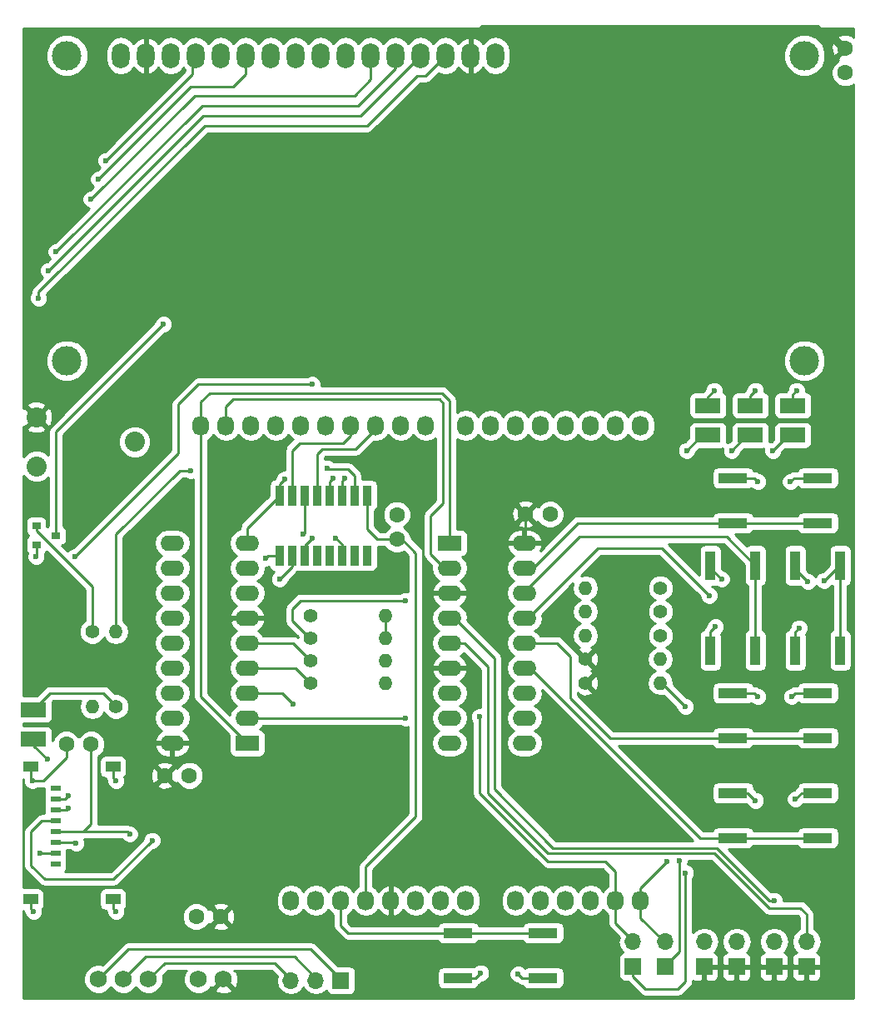
<source format=gbr>
G04 #@! TF.FileFunction,Copper,L1,Top,Signal*
%FSLAX46Y46*%
G04 Gerber Fmt 4.6, Leading zero omitted, Abs format (unit mm)*
G04 Created by KiCad (PCBNEW 4.0.5) date 05/03/17 08:17:14*
%MOMM*%
%LPD*%
G01*
G04 APERTURE LIST*
%ADD10C,0.100000*%
%ADD11O,1.800000X2.600000*%
%ADD12C,3.000000*%
%ADD13R,2.400000X1.600000*%
%ADD14O,2.400000X1.600000*%
%ADD15C,1.600000*%
%ADD16R,2.590800X1.498600*%
%ADD17R,1.049020X0.599440*%
%ADD18R,1.501140X1.049020*%
%ADD19R,1.700000X1.700000*%
%ADD20O,1.700000X1.700000*%
%ADD21O,1.727200X2.032000*%
%ADD22R,0.900000X0.800000*%
%ADD23C,2.032000*%
%ADD24R,3.000000X1.000000*%
%ADD25R,1.000000X3.000000*%
%ADD26C,1.752600*%
%ADD27R,0.889000X2.032000*%
%ADD28C,1.400000*%
%ADD29O,1.400000X1.400000*%
%ADD30C,0.600000*%
%ADD31C,0.250000*%
%ADD32C,0.254000*%
G04 APERTURE END LIST*
D10*
D11*
X121666000Y-37973000D03*
X124206000Y-37973000D03*
X126746000Y-37973000D03*
X129286000Y-37973000D03*
X131826000Y-37973000D03*
X134366000Y-37973000D03*
X136906000Y-37973000D03*
X139446000Y-37973000D03*
X141986000Y-37973000D03*
X144526000Y-37973000D03*
X147066000Y-37973000D03*
X149606000Y-37973000D03*
X152146000Y-37973000D03*
X154686000Y-37973000D03*
X157226000Y-37973000D03*
X159766000Y-37973000D03*
D12*
X116166900Y-37973000D03*
X116166900Y-68973700D03*
X191165480Y-68973700D03*
X191165480Y-37973000D03*
D13*
X134493000Y-107823000D03*
D14*
X126873000Y-87503000D03*
X134493000Y-105283000D03*
X126873000Y-90043000D03*
X134493000Y-102743000D03*
X126873000Y-92583000D03*
X134493000Y-100203000D03*
X126873000Y-95123000D03*
X134493000Y-97663000D03*
X126873000Y-97663000D03*
X134493000Y-95123000D03*
X126873000Y-100203000D03*
X134493000Y-92583000D03*
X126873000Y-102743000D03*
X134493000Y-90043000D03*
X126873000Y-105283000D03*
X134493000Y-87503000D03*
X126873000Y-107823000D03*
D15*
X126111000Y-111125000D03*
X128611000Y-111125000D03*
X118618000Y-107950000D03*
X116118000Y-107950000D03*
X162814000Y-84582000D03*
X165314000Y-84582000D03*
X149733000Y-87122000D03*
X149733000Y-84622000D03*
X195326000Y-37211000D03*
X195326000Y-39711000D03*
X131826000Y-125476000D03*
X129326000Y-125476000D03*
D16*
X181356000Y-73533000D03*
X181356000Y-76530200D03*
X185674000Y-73533000D03*
X185674000Y-76530200D03*
X189992000Y-73533000D03*
X189992000Y-76530200D03*
X112776000Y-107442000D03*
X112776000Y-104444800D03*
D17*
X114990880Y-120136920D03*
X114990880Y-119037100D03*
X114990880Y-117937280D03*
X114990880Y-116837460D03*
X114990880Y-115737640D03*
X114990880Y-114637820D03*
X114990880Y-113538000D03*
X114990880Y-112438180D03*
D18*
X112461040Y-123692920D03*
X112461040Y-110241080D03*
X120860820Y-123692920D03*
X120860820Y-110241080D03*
D19*
X188087000Y-130556000D03*
D20*
X188087000Y-128016000D03*
D19*
X180975000Y-130556000D03*
D20*
X180975000Y-128016000D03*
D19*
X191389000Y-130556000D03*
D20*
X191389000Y-128016000D03*
D19*
X184277000Y-130556000D03*
D20*
X184277000Y-128016000D03*
D19*
X173736000Y-130556000D03*
D20*
X173736000Y-128016000D03*
D19*
X177038000Y-130556000D03*
D20*
X177038000Y-128016000D03*
D19*
X144018000Y-131953000D03*
D20*
X141478000Y-131953000D03*
X138938000Y-131953000D03*
D21*
X161798000Y-123825000D03*
X164338000Y-123825000D03*
X166878000Y-123825000D03*
X169418000Y-123825000D03*
X171958000Y-123825000D03*
X174498000Y-123825000D03*
X129794000Y-75565000D03*
X132334000Y-75565000D03*
X134874000Y-75565000D03*
X137414000Y-75565000D03*
X139954000Y-75565000D03*
X142494000Y-75565000D03*
X145034000Y-75565000D03*
X147574000Y-75565000D03*
X150114000Y-75565000D03*
X152654000Y-75565000D03*
X156718000Y-75565000D03*
X159258000Y-75565000D03*
X161798000Y-75565000D03*
X164338000Y-75565000D03*
X166878000Y-75565000D03*
X169418000Y-75565000D03*
X171958000Y-75565000D03*
X174498000Y-75565000D03*
D22*
X113046000Y-85791000D03*
X113046000Y-87691000D03*
X115046000Y-86741000D03*
D23*
X113055400Y-74726800D03*
X123063000Y-77216000D03*
X113055400Y-79705200D03*
D24*
X183896000Y-85471000D03*
X192532000Y-85471000D03*
X183896000Y-80899000D03*
X192532000Y-80899000D03*
D25*
X186182000Y-98425000D03*
X186182000Y-89789000D03*
X181610000Y-98425000D03*
X181610000Y-89789000D03*
X194818000Y-98425000D03*
X194818000Y-89789000D03*
X190246000Y-98425000D03*
X190246000Y-89789000D03*
D24*
X183896000Y-107315000D03*
X192532000Y-107315000D03*
X183896000Y-102743000D03*
X192532000Y-102743000D03*
X183896000Y-117475000D03*
X192532000Y-117475000D03*
X183896000Y-112903000D03*
X192532000Y-112903000D03*
D26*
X132080000Y-131826000D03*
X129540000Y-131826000D03*
X124460000Y-131826000D03*
X121920000Y-131826000D03*
X119380000Y-131826000D03*
D13*
X155067000Y-87503000D03*
D14*
X162687000Y-107823000D03*
X155067000Y-90043000D03*
X162687000Y-105283000D03*
X155067000Y-92583000D03*
X162687000Y-102743000D03*
X155067000Y-95123000D03*
X162687000Y-100203000D03*
X155067000Y-97663000D03*
X162687000Y-97663000D03*
X155067000Y-100203000D03*
X162687000Y-95123000D03*
X155067000Y-102743000D03*
X162687000Y-92583000D03*
X155067000Y-105283000D03*
X162687000Y-90043000D03*
X155067000Y-107823000D03*
X162687000Y-87503000D03*
D27*
X146685000Y-82677000D03*
X145415000Y-82677000D03*
X144145000Y-82677000D03*
X142875000Y-82677000D03*
X141605000Y-82677000D03*
X140335000Y-82677000D03*
X139065000Y-82677000D03*
X137795000Y-82677000D03*
X137795000Y-88773000D03*
X139065000Y-88773000D03*
X140335000Y-88773000D03*
X141605000Y-88773000D03*
X142875000Y-88773000D03*
X144145000Y-88773000D03*
X145415000Y-88773000D03*
X146685000Y-88773000D03*
D28*
X140970000Y-97155000D03*
D29*
X148590000Y-97155000D03*
D28*
X140970000Y-101727000D03*
D29*
X148590000Y-101727000D03*
D28*
X140970000Y-94869000D03*
D29*
X148590000Y-94869000D03*
D28*
X140970000Y-99441000D03*
D29*
X148590000Y-99441000D03*
D28*
X118745000Y-96520000D03*
D29*
X118745000Y-104140000D03*
D28*
X176530000Y-92075000D03*
D29*
X168910000Y-92075000D03*
D28*
X176530000Y-94488000D03*
D29*
X168910000Y-94488000D03*
D28*
X176530000Y-96901000D03*
D29*
X168910000Y-96901000D03*
D28*
X168910000Y-101727000D03*
D29*
X176530000Y-101727000D03*
D28*
X168910000Y-99314000D03*
D29*
X176530000Y-99314000D03*
D28*
X121158000Y-104140000D03*
D29*
X121158000Y-96520000D03*
D24*
X155956000Y-131699000D03*
X164592000Y-131699000D03*
X155956000Y-127127000D03*
X164592000Y-127127000D03*
D21*
X138938000Y-123825000D03*
X141478000Y-123825000D03*
X144018000Y-123825000D03*
X146558000Y-123825000D03*
X149098000Y-123825000D03*
X151638000Y-123825000D03*
X154178000Y-123825000D03*
X156718000Y-123825000D03*
D30*
X130937000Y-97282000D03*
X112649000Y-111633000D03*
X139192000Y-103886000D03*
X138303000Y-81026000D03*
X143510000Y-86995000D03*
X141097000Y-86995000D03*
X162052000Y-131318000D03*
X158242000Y-131191000D03*
X190246000Y-113538000D03*
X186182000Y-113665000D03*
X189865000Y-103124000D03*
X186436000Y-103124000D03*
X190627000Y-96139000D03*
X191516000Y-91440000D03*
X182118000Y-96012000D03*
X182753000Y-91186000D03*
X189738000Y-81280000D03*
X186436000Y-81280000D03*
X190373000Y-72009000D03*
X186182000Y-72009000D03*
X181991000Y-72009000D03*
X121158000Y-124968000D03*
X112776000Y-124968000D03*
X121158000Y-111633000D03*
X116332000Y-114427000D03*
X113030000Y-88900000D03*
X158115000Y-105156000D03*
X150622000Y-105283000D03*
X177165000Y-119888000D03*
X136398000Y-89027000D03*
X144399000Y-80899000D03*
X122555000Y-117094000D03*
X141097000Y-71374000D03*
X116967000Y-88900000D03*
X116332000Y-113157000D03*
X179197000Y-78105000D03*
X183769000Y-78105000D03*
X187960000Y-78105000D03*
X143256000Y-80899000D03*
X114173000Y-109474000D03*
X113411000Y-118999000D03*
X120142000Y-48641000D03*
X119380000Y-50546000D03*
X118618000Y-52578000D03*
X115062000Y-57912000D03*
X114300000Y-59817000D03*
X113284000Y-62611000D03*
X125984000Y-65278000D03*
X117094000Y-117983000D03*
X140208000Y-86614000D03*
X124841000Y-117729000D03*
X137795000Y-91186000D03*
X150622000Y-93345000D03*
X188087000Y-123825000D03*
X179070000Y-104140000D03*
X179070000Y-121031000D03*
X178435000Y-119761000D03*
X142621000Y-79883000D03*
X128778000Y-80137000D03*
X181483000Y-92837000D03*
X193167000Y-91313000D03*
D31*
X155956000Y-127127000D02*
X164592000Y-127127000D01*
X155956000Y-127127000D02*
X144780000Y-127127000D01*
X144018000Y-126365000D02*
X144018000Y-123825000D01*
X144780000Y-127127000D02*
X144018000Y-126365000D01*
X134493000Y-95123000D02*
X133096000Y-95123000D01*
X133096000Y-95123000D02*
X130937000Y-97282000D01*
X195326000Y-37211000D02*
X194818000Y-37211000D01*
X194818000Y-37211000D02*
X192532000Y-34925000D01*
X192532000Y-34925000D02*
X158369000Y-34925000D01*
X158369000Y-34925000D02*
X157226000Y-36068000D01*
X157226000Y-36068000D02*
X157226000Y-37973000D01*
X162814000Y-84582000D02*
X162814000Y-87376000D01*
X162814000Y-87376000D02*
X162687000Y-87503000D01*
X116118000Y-107950000D02*
X116118000Y-109307000D01*
X112461040Y-111445040D02*
X112649000Y-111633000D01*
X112461040Y-111445040D02*
X112461040Y-110241080D01*
X113792000Y-111633000D02*
X112649000Y-111633000D01*
X116118000Y-109307000D02*
X113792000Y-111633000D01*
X148590000Y-94869000D02*
X148590000Y-97155000D01*
X134493000Y-87503000D02*
X134493000Y-85979000D01*
X134493000Y-85979000D02*
X137795000Y-82677000D01*
X134493000Y-102743000D02*
X138049000Y-102743000D01*
X138049000Y-102743000D02*
X139192000Y-103886000D01*
X137795000Y-82677000D02*
X137795000Y-81534000D01*
X137795000Y-81534000D02*
X138303000Y-81026000D01*
X144145000Y-88773000D02*
X144145000Y-87630000D01*
X144145000Y-87630000D02*
X143510000Y-86995000D01*
X140335000Y-88773000D02*
X140335000Y-87757000D01*
X140335000Y-87757000D02*
X141097000Y-86995000D01*
X164592000Y-131699000D02*
X162433000Y-131699000D01*
X162433000Y-131699000D02*
X162052000Y-131318000D01*
X155956000Y-131699000D02*
X157734000Y-131699000D01*
X157734000Y-131699000D02*
X158242000Y-131191000D01*
X192532000Y-112903000D02*
X190881000Y-112903000D01*
X190881000Y-112903000D02*
X190246000Y-113538000D01*
X183896000Y-112903000D02*
X185420000Y-112903000D01*
X185420000Y-112903000D02*
X186182000Y-113665000D01*
X192532000Y-102743000D02*
X190246000Y-102743000D01*
X190246000Y-102743000D02*
X189865000Y-103124000D01*
X183896000Y-102743000D02*
X186055000Y-102743000D01*
X186055000Y-102743000D02*
X186436000Y-103124000D01*
X190246000Y-98425000D02*
X190246000Y-96520000D01*
X190246000Y-96520000D02*
X190627000Y-96139000D01*
X190246000Y-89789000D02*
X190246000Y-90170000D01*
X190246000Y-90170000D02*
X191516000Y-91440000D01*
X181610000Y-98425000D02*
X181610000Y-96520000D01*
X181610000Y-96520000D02*
X182118000Y-96012000D01*
X181610000Y-89789000D02*
X181610000Y-90043000D01*
X181610000Y-90043000D02*
X182753000Y-91186000D01*
X192532000Y-80899000D02*
X190119000Y-80899000D01*
X190119000Y-80899000D02*
X189738000Y-81280000D01*
X183896000Y-80899000D02*
X186055000Y-80899000D01*
X186055000Y-80899000D02*
X186436000Y-81280000D01*
X189992000Y-73533000D02*
X189992000Y-72390000D01*
X189992000Y-72390000D02*
X190373000Y-72009000D01*
X185674000Y-73533000D02*
X185674000Y-72517000D01*
X185674000Y-72517000D02*
X186182000Y-72009000D01*
X181356000Y-73533000D02*
X181356000Y-72644000D01*
X181356000Y-72644000D02*
X181991000Y-72009000D01*
X120860820Y-123692920D02*
X120860820Y-124670820D01*
X120860820Y-124670820D02*
X121158000Y-124968000D01*
X112461040Y-123692920D02*
X112461040Y-124653040D01*
X112461040Y-124653040D02*
X112776000Y-124968000D01*
X120860820Y-110241080D02*
X120860820Y-111335820D01*
X120860820Y-111335820D02*
X121158000Y-111633000D01*
X114990880Y-114637820D02*
X116121180Y-114637820D01*
X116121180Y-114637820D02*
X116332000Y-114427000D01*
X113046000Y-87691000D02*
X113046000Y-88884000D01*
X113046000Y-88884000D02*
X113030000Y-88900000D01*
X181610000Y-98425000D02*
X181610000Y-98298000D01*
X120860820Y-123692920D02*
X120860820Y-123527820D01*
X112461040Y-123692920D02*
X112781080Y-123692920D01*
X181610000Y-89789000D02*
X181610000Y-89916000D01*
X190246000Y-89789000D02*
X190246000Y-89916000D01*
X190246000Y-98425000D02*
X190246000Y-98298000D01*
X112461040Y-110241080D02*
X112643920Y-110241080D01*
X120860820Y-110241080D02*
X120860820Y-110025180D01*
X171958000Y-123825000D02*
X171958000Y-120904000D01*
X158115000Y-112903000D02*
X158115000Y-105156000D01*
X165100000Y-119888000D02*
X158115000Y-112903000D01*
X170942000Y-119888000D02*
X165100000Y-119888000D01*
X171958000Y-120904000D02*
X170942000Y-119888000D01*
X134493000Y-105283000D02*
X150622000Y-105283000D01*
X173736000Y-128016000D02*
X173736000Y-127889000D01*
X173736000Y-127889000D02*
X171958000Y-126111000D01*
X171958000Y-126111000D02*
X171958000Y-123825000D01*
X155067000Y-90043000D02*
X154559000Y-90043000D01*
X154559000Y-90043000D02*
X153162000Y-88646000D01*
X132334000Y-73660000D02*
X132334000Y-75565000D01*
X133096000Y-72898000D02*
X132334000Y-73660000D01*
X154051000Y-72898000D02*
X133096000Y-72898000D01*
X154432000Y-73279000D02*
X154051000Y-72898000D01*
X154432000Y-83439000D02*
X154432000Y-73279000D01*
X153162000Y-84709000D02*
X154432000Y-83439000D01*
X153162000Y-88646000D02*
X153162000Y-84709000D01*
X155067000Y-90043000D02*
X154432000Y-90043000D01*
X174498000Y-123825000D02*
X174498000Y-122555000D01*
X174498000Y-122555000D02*
X177165000Y-119888000D01*
X129794000Y-75565000D02*
X129794000Y-103124000D01*
X129794000Y-103124000D02*
X134493000Y-107823000D01*
X177038000Y-128016000D02*
X176911000Y-128016000D01*
X176911000Y-128016000D02*
X174498000Y-125603000D01*
X174498000Y-125603000D02*
X174498000Y-123825000D01*
X155067000Y-87503000D02*
X155067000Y-73025000D01*
X155067000Y-73025000D02*
X154305000Y-72263000D01*
X154305000Y-72263000D02*
X130683000Y-72263000D01*
X130683000Y-72263000D02*
X129794000Y-73152000D01*
X129794000Y-73152000D02*
X129794000Y-75565000D01*
X137795000Y-88773000D02*
X136652000Y-88773000D01*
X136652000Y-88773000D02*
X136398000Y-89027000D01*
X144145000Y-82677000D02*
X144145000Y-81153000D01*
X144145000Y-81153000D02*
X144399000Y-80899000D01*
X147574000Y-75565000D02*
X147574000Y-75946000D01*
X147574000Y-75946000D02*
X145542000Y-77978000D01*
X145542000Y-77978000D02*
X142113000Y-77978000D01*
X142113000Y-77978000D02*
X141605000Y-78486000D01*
X141605000Y-78486000D02*
X141605000Y-82677000D01*
X144018000Y-131953000D02*
X144018000Y-131826000D01*
X144018000Y-131826000D02*
X140970000Y-128778000D01*
X140970000Y-128778000D02*
X122428000Y-128778000D01*
X122428000Y-128778000D02*
X119380000Y-131826000D01*
X144018000Y-131826000D02*
X144018000Y-131699000D01*
X149733000Y-87122000D02*
X150241000Y-87122000D01*
X150241000Y-87122000D02*
X151638000Y-88519000D01*
X146558000Y-120396000D02*
X146558000Y-123825000D01*
X151638000Y-115316000D02*
X146558000Y-120396000D01*
X151638000Y-88519000D02*
X151638000Y-115316000D01*
X114990880Y-116837460D02*
X122298460Y-116837460D01*
X122298460Y-116837460D02*
X122555000Y-117094000D01*
X118618000Y-107950000D02*
X118618000Y-116078000D01*
X117858540Y-116837460D02*
X114990880Y-116837460D01*
X118618000Y-116078000D02*
X117858540Y-116837460D01*
X146558000Y-123825000D02*
X146558000Y-123698000D01*
X149733000Y-87122000D02*
X147701000Y-87122000D01*
X146685000Y-86106000D02*
X146685000Y-82677000D01*
X147701000Y-87122000D02*
X146685000Y-86106000D01*
X114990880Y-113538000D02*
X115951000Y-113538000D01*
X129540000Y-71374000D02*
X141097000Y-71374000D01*
X127508000Y-73406000D02*
X129540000Y-71374000D01*
X127508000Y-78359000D02*
X127508000Y-73406000D01*
X116967000Y-88900000D02*
X127508000Y-78359000D01*
X115951000Y-113538000D02*
X116332000Y-113157000D01*
X142494000Y-75565000D02*
X142494000Y-75946000D01*
X145034000Y-75565000D02*
X145034000Y-76581000D01*
X139065000Y-78105000D02*
X139065000Y-82677000D01*
X139827000Y-77343000D02*
X139065000Y-78105000D01*
X144272000Y-77343000D02*
X139827000Y-77343000D01*
X145034000Y-76581000D02*
X144272000Y-77343000D01*
X181356000Y-76530200D02*
X180771800Y-76530200D01*
X180771800Y-76530200D02*
X179197000Y-78105000D01*
X181356000Y-76530200D02*
X180898800Y-76530200D01*
X185674000Y-76530200D02*
X185343800Y-76530200D01*
X185343800Y-76530200D02*
X183769000Y-78105000D01*
X189992000Y-76530200D02*
X189534800Y-76530200D01*
X189534800Y-76530200D02*
X187960000Y-78105000D01*
X142875000Y-82677000D02*
X142875000Y-81280000D01*
X142875000Y-81280000D02*
X143256000Y-80899000D01*
X112776000Y-107442000D02*
X112776000Y-108077000D01*
X112776000Y-108077000D02*
X114173000Y-109474000D01*
X113411000Y-118999000D02*
X113449100Y-119037100D01*
X113449100Y-119037100D02*
X114990880Y-119037100D01*
X121158000Y-104140000D02*
X121158000Y-104013000D01*
X121158000Y-104013000D02*
X119888000Y-102743000D01*
X119888000Y-102743000D02*
X114477800Y-102743000D01*
X114477800Y-102743000D02*
X112776000Y-104444800D01*
X128905000Y-39878000D02*
X128905000Y-38354000D01*
X120142000Y-48641000D02*
X128905000Y-39878000D01*
X128905000Y-38354000D02*
X129286000Y-37973000D01*
X119380000Y-50546000D02*
X128778000Y-41148000D01*
X128778000Y-41148000D02*
X133096000Y-41148000D01*
X133096000Y-41148000D02*
X134366000Y-39878000D01*
X134366000Y-39878000D02*
X134366000Y-37973000D01*
X147066000Y-40386000D02*
X147066000Y-37973000D01*
X145415000Y-42037000D02*
X147066000Y-40386000D01*
X129159000Y-42037000D02*
X145415000Y-42037000D01*
X118618000Y-52578000D02*
X129159000Y-42037000D01*
X145796000Y-43053000D02*
X149606000Y-39243000D01*
X129921000Y-43053000D02*
X145796000Y-43053000D01*
X115062000Y-57912000D02*
X129921000Y-43053000D01*
X149606000Y-39243000D02*
X149606000Y-37973000D01*
X146050000Y-44069000D02*
X152146000Y-37973000D01*
X130048000Y-44069000D02*
X146050000Y-44069000D01*
X114300000Y-59817000D02*
X130048000Y-44069000D01*
X113284000Y-62611000D02*
X113284000Y-61976000D01*
X152654000Y-40005000D02*
X154686000Y-37973000D01*
X151765000Y-40005000D02*
X152654000Y-40005000D01*
X146685000Y-45085000D02*
X151765000Y-40005000D01*
X130175000Y-45085000D02*
X146685000Y-45085000D01*
X113284000Y-61976000D02*
X130175000Y-45085000D01*
X153924000Y-38735000D02*
X154686000Y-37973000D01*
X115046000Y-86741000D02*
X115046000Y-76216000D01*
X115046000Y-76216000D02*
X125984000Y-65278000D01*
X140335000Y-82677000D02*
X140335000Y-86487000D01*
X117048280Y-117937280D02*
X114990880Y-117937280D01*
X117094000Y-117983000D02*
X117048280Y-117937280D01*
X140335000Y-86487000D02*
X140208000Y-86614000D01*
X139065000Y-88773000D02*
X139065000Y-89916000D01*
X113624360Y-115737640D02*
X114990880Y-115737640D01*
X112522000Y-116840000D02*
X113624360Y-115737640D01*
X112522000Y-120269000D02*
X112522000Y-116840000D01*
X113919000Y-121666000D02*
X112522000Y-120269000D01*
X120904000Y-121666000D02*
X113919000Y-121666000D01*
X124841000Y-117729000D02*
X120904000Y-121666000D01*
X139065000Y-89916000D02*
X137795000Y-91186000D01*
X113046000Y-85791000D02*
X113046000Y-86249000D01*
X118745000Y-91948000D02*
X118745000Y-96520000D01*
X113046000Y-86249000D02*
X118745000Y-91948000D01*
X140970000Y-97155000D02*
X140843000Y-97155000D01*
X140843000Y-97155000D02*
X139065000Y-95377000D01*
X139065000Y-95377000D02*
X139065000Y-94234000D01*
X139065000Y-94234000D02*
X139954000Y-93345000D01*
X139954000Y-93345000D02*
X150622000Y-93345000D01*
X155067000Y-95123000D02*
X155575000Y-95123000D01*
X155575000Y-95123000D02*
X159639000Y-99187000D01*
X187579000Y-123825000D02*
X188087000Y-123825000D01*
X182245000Y-118491000D02*
X187579000Y-123825000D01*
X165608000Y-118491000D02*
X182245000Y-118491000D01*
X159639000Y-112522000D02*
X165608000Y-118491000D01*
X159639000Y-99187000D02*
X159639000Y-112522000D01*
X134493000Y-100203000D02*
X139446000Y-100203000D01*
X139446000Y-100203000D02*
X140970000Y-101727000D01*
X155067000Y-97663000D02*
X156591000Y-97663000D01*
X191389000Y-125222000D02*
X191389000Y-128016000D01*
X190754000Y-124587000D02*
X191389000Y-125222000D01*
X187579000Y-124587000D02*
X190754000Y-124587000D01*
X181991000Y-118999000D02*
X187579000Y-124587000D01*
X165100000Y-118999000D02*
X181991000Y-118999000D01*
X159004000Y-112903000D02*
X165100000Y-118999000D01*
X159004000Y-100076000D02*
X159004000Y-112903000D01*
X156591000Y-97663000D02*
X159004000Y-100076000D01*
X134493000Y-97663000D02*
X139192000Y-97663000D01*
X139192000Y-97663000D02*
X140970000Y-99441000D01*
X173736000Y-130556000D02*
X173736000Y-131572000D01*
X179070000Y-104140000D02*
X176657000Y-101727000D01*
X179070000Y-132080000D02*
X179070000Y-121031000D01*
X178308000Y-132842000D02*
X179070000Y-132080000D01*
X175006000Y-132842000D02*
X178308000Y-132842000D01*
X173736000Y-131572000D02*
X175006000Y-132842000D01*
X176657000Y-101727000D02*
X176530000Y-101727000D01*
X177038000Y-130556000D02*
X177038000Y-130429000D01*
X177038000Y-130429000D02*
X178435000Y-129032000D01*
X178435000Y-129032000D02*
X178435000Y-119761000D01*
X121158000Y-96520000D02*
X121158000Y-86614000D01*
X145415000Y-80645000D02*
X145415000Y-82677000D01*
X144780000Y-80010000D02*
X145415000Y-80645000D01*
X142748000Y-80010000D02*
X144780000Y-80010000D01*
X142621000Y-79883000D02*
X142748000Y-80010000D01*
X127635000Y-80137000D02*
X128778000Y-80137000D01*
X121158000Y-86614000D02*
X127635000Y-80137000D01*
X141478000Y-131953000D02*
X141478000Y-131699000D01*
X141478000Y-131699000D02*
X139319000Y-129540000D01*
X139319000Y-129540000D02*
X124206000Y-129540000D01*
X124206000Y-129540000D02*
X121920000Y-131826000D01*
X141478000Y-131826000D02*
X141478000Y-131318000D01*
X138938000Y-131953000D02*
X138938000Y-131826000D01*
X138938000Y-131826000D02*
X137287000Y-130175000D01*
X137287000Y-130175000D02*
X126111000Y-130175000D01*
X126111000Y-130175000D02*
X124460000Y-131826000D01*
X183896000Y-85471000D02*
X192532000Y-85471000D01*
X162687000Y-90043000D02*
X163576000Y-90043000D01*
X163576000Y-90043000D02*
X168148000Y-85471000D01*
X168148000Y-85471000D02*
X183896000Y-85471000D01*
X186182000Y-89789000D02*
X186182000Y-98425000D01*
X162687000Y-92583000D02*
X162687000Y-92456000D01*
X162687000Y-92456000D02*
X168275000Y-86868000D01*
X168275000Y-86868000D02*
X183261000Y-86868000D01*
X183261000Y-86868000D02*
X186182000Y-89789000D01*
X194818000Y-98425000D02*
X194818000Y-98298000D01*
X194818000Y-89789000D02*
X194818000Y-98425000D01*
X162687000Y-95123000D02*
X163068000Y-95123000D01*
X163068000Y-95123000D02*
X170180000Y-88011000D01*
X170180000Y-88011000D02*
X176657000Y-88011000D01*
X176657000Y-88011000D02*
X181483000Y-92837000D01*
X193167000Y-91313000D02*
X194691000Y-89789000D01*
X194691000Y-89789000D02*
X194818000Y-89789000D01*
X183896000Y-107315000D02*
X192532000Y-107315000D01*
X162687000Y-97663000D02*
X165989000Y-97663000D01*
X171450000Y-107315000D02*
X183896000Y-107315000D01*
X167386000Y-103251000D02*
X171450000Y-107315000D01*
X167386000Y-99060000D02*
X167386000Y-103251000D01*
X165989000Y-97663000D02*
X167386000Y-99060000D01*
X183896000Y-117475000D02*
X192532000Y-117475000D01*
X162687000Y-100203000D02*
X163322000Y-100203000D01*
X163322000Y-100203000D02*
X180594000Y-117475000D01*
X180594000Y-117475000D02*
X183896000Y-117475000D01*
D32*
G36*
X196140000Y-36156315D02*
X196080005Y-35957136D01*
X195542777Y-35764035D01*
X194972546Y-35791222D01*
X194571995Y-35957136D01*
X194497861Y-36203255D01*
X195326000Y-37031395D01*
X195340142Y-37017252D01*
X195519748Y-37196858D01*
X195505605Y-37211000D01*
X195519748Y-37225142D01*
X195340142Y-37404748D01*
X195326000Y-37390605D01*
X194497861Y-38218745D01*
X194571995Y-38464864D01*
X194578483Y-38467196D01*
X194514200Y-38493757D01*
X194110176Y-38897077D01*
X193891250Y-39424309D01*
X193890752Y-39995187D01*
X194108757Y-40522800D01*
X194512077Y-40926824D01*
X195039309Y-41145750D01*
X195610187Y-41146248D01*
X196137800Y-40928243D01*
X196140000Y-40926047D01*
X196140000Y-133783000D01*
X111708000Y-133783000D01*
X111708000Y-132125297D01*
X117868438Y-132125297D01*
X118098035Y-132680964D01*
X118522800Y-133106471D01*
X119078065Y-133337037D01*
X119679297Y-133337562D01*
X120234964Y-133107965D01*
X120650351Y-132693302D01*
X121062800Y-133106471D01*
X121618065Y-133337037D01*
X122219297Y-133337562D01*
X122774964Y-133107965D01*
X123190351Y-132693302D01*
X123602800Y-133106471D01*
X124158065Y-133337037D01*
X124759297Y-133337562D01*
X125314964Y-133107965D01*
X125740471Y-132683200D01*
X125971037Y-132127935D01*
X125971562Y-131526703D01*
X125931370Y-131429432D01*
X126425802Y-130935000D01*
X128293388Y-130935000D01*
X128259529Y-130968800D01*
X128028963Y-131524065D01*
X128028438Y-132125297D01*
X128258035Y-132680964D01*
X128682800Y-133106471D01*
X129238065Y-133337037D01*
X129839297Y-133337562D01*
X130394964Y-133107965D01*
X130614310Y-132889001D01*
X131196604Y-132889001D01*
X131280104Y-133143027D01*
X131844997Y-133348882D01*
X132445668Y-133322891D01*
X132879896Y-133143027D01*
X132963396Y-132889001D01*
X132080000Y-132005605D01*
X131196604Y-132889001D01*
X130614310Y-132889001D01*
X130820471Y-132683200D01*
X130834503Y-132649408D01*
X131016999Y-132709396D01*
X131900395Y-131826000D01*
X131886253Y-131811858D01*
X132065858Y-131632253D01*
X132080000Y-131646395D01*
X132094143Y-131632253D01*
X132273748Y-131811858D01*
X132259605Y-131826000D01*
X133143001Y-132709396D01*
X133397027Y-132625896D01*
X133602882Y-132061003D01*
X133576891Y-131460332D01*
X133397027Y-131026104D01*
X133143003Y-130942605D01*
X133150608Y-130935000D01*
X136972198Y-130935000D01*
X137537300Y-131500102D01*
X137453000Y-131923907D01*
X137453000Y-131982093D01*
X137566039Y-132550378D01*
X137887946Y-133032147D01*
X138369715Y-133354054D01*
X138938000Y-133467093D01*
X139506285Y-133354054D01*
X139988054Y-133032147D01*
X140208000Y-132702974D01*
X140427946Y-133032147D01*
X140909715Y-133354054D01*
X141478000Y-133467093D01*
X142046285Y-133354054D01*
X142528054Y-133032147D01*
X142555850Y-132990548D01*
X142564838Y-133038317D01*
X142703910Y-133254441D01*
X142916110Y-133399431D01*
X143168000Y-133450440D01*
X144868000Y-133450440D01*
X145103317Y-133406162D01*
X145319441Y-133267090D01*
X145464431Y-133054890D01*
X145515440Y-132803000D01*
X145515440Y-131199000D01*
X153808560Y-131199000D01*
X153808560Y-132199000D01*
X153852838Y-132434317D01*
X153991910Y-132650441D01*
X154204110Y-132795431D01*
X154456000Y-132846440D01*
X157456000Y-132846440D01*
X157691317Y-132802162D01*
X157907441Y-132663090D01*
X158052431Y-132450890D01*
X158068398Y-132372043D01*
X158271401Y-132236401D01*
X158381680Y-132126122D01*
X158427167Y-132126162D01*
X158770943Y-131984117D01*
X159034192Y-131721327D01*
X159124780Y-131503167D01*
X161116838Y-131503167D01*
X161258883Y-131846943D01*
X161521673Y-132110192D01*
X161865201Y-132252838D01*
X161920270Y-132252886D01*
X162142160Y-132401148D01*
X162433000Y-132459000D01*
X162504721Y-132459000D01*
X162627910Y-132650441D01*
X162840110Y-132795431D01*
X163092000Y-132846440D01*
X166092000Y-132846440D01*
X166327317Y-132802162D01*
X166543441Y-132663090D01*
X166688431Y-132450890D01*
X166739440Y-132199000D01*
X166739440Y-131199000D01*
X166695162Y-130963683D01*
X166556090Y-130747559D01*
X166343890Y-130602569D01*
X166092000Y-130551560D01*
X163092000Y-130551560D01*
X162856683Y-130595838D01*
X162732199Y-130675941D01*
X162582327Y-130525808D01*
X162238799Y-130383162D01*
X161866833Y-130382838D01*
X161523057Y-130524883D01*
X161259808Y-130787673D01*
X161117162Y-131131201D01*
X161116838Y-131503167D01*
X159124780Y-131503167D01*
X159176838Y-131377799D01*
X159177162Y-131005833D01*
X159035117Y-130662057D01*
X158772327Y-130398808D01*
X158428799Y-130256162D01*
X158056833Y-130255838D01*
X157713057Y-130397883D01*
X157541722Y-130568919D01*
X157456000Y-130551560D01*
X154456000Y-130551560D01*
X154220683Y-130595838D01*
X154004559Y-130734910D01*
X153859569Y-130947110D01*
X153808560Y-131199000D01*
X145515440Y-131199000D01*
X145515440Y-131103000D01*
X145471162Y-130867683D01*
X145332090Y-130651559D01*
X145119890Y-130506569D01*
X144868000Y-130455560D01*
X143722362Y-130455560D01*
X141507401Y-128240599D01*
X141260839Y-128075852D01*
X140970000Y-128018000D01*
X122428000Y-128018000D01*
X122137161Y-128075852D01*
X121890599Y-128240599D01*
X119776831Y-130354367D01*
X119681935Y-130314963D01*
X119080703Y-130314438D01*
X118525036Y-130544035D01*
X118099529Y-130968800D01*
X117868963Y-131524065D01*
X117868438Y-132125297D01*
X111708000Y-132125297D01*
X111708000Y-124864370D01*
X111710470Y-124864870D01*
X111743176Y-124864870D01*
X111758892Y-124943879D01*
X111840913Y-125066633D01*
X111840838Y-125153167D01*
X111982883Y-125496943D01*
X112245673Y-125760192D01*
X112589201Y-125902838D01*
X112961167Y-125903162D01*
X113304943Y-125761117D01*
X113568192Y-125498327D01*
X113710838Y-125154799D01*
X113711162Y-124782833D01*
X113666945Y-124675820D01*
X113808041Y-124469320D01*
X113859050Y-124217430D01*
X113859050Y-123168410D01*
X119462810Y-123168410D01*
X119462810Y-124217430D01*
X119507088Y-124452747D01*
X119646160Y-124668871D01*
X119858360Y-124813861D01*
X120110250Y-124864870D01*
X120139419Y-124864870D01*
X120158672Y-124961659D01*
X120222921Y-125057815D01*
X120222838Y-125153167D01*
X120364883Y-125496943D01*
X120627673Y-125760192D01*
X120971201Y-125902838D01*
X121343167Y-125903162D01*
X121686943Y-125761117D01*
X121687874Y-125760187D01*
X127890752Y-125760187D01*
X128108757Y-126287800D01*
X128512077Y-126691824D01*
X129039309Y-126910750D01*
X129610187Y-126911248D01*
X130137800Y-126693243D01*
X130347663Y-126483745D01*
X130997861Y-126483745D01*
X131071995Y-126729864D01*
X131609223Y-126922965D01*
X132179454Y-126895778D01*
X132580005Y-126729864D01*
X132654139Y-126483745D01*
X131826000Y-125655605D01*
X130997861Y-126483745D01*
X130347663Y-126483745D01*
X130541824Y-126289923D01*
X130569423Y-126223456D01*
X130572136Y-126230005D01*
X130818255Y-126304139D01*
X131646395Y-125476000D01*
X132005605Y-125476000D01*
X132833745Y-126304139D01*
X133079864Y-126230005D01*
X133272965Y-125692777D01*
X133245778Y-125122546D01*
X133079864Y-124721995D01*
X132833745Y-124647861D01*
X132005605Y-125476000D01*
X131646395Y-125476000D01*
X130818255Y-124647861D01*
X130572136Y-124721995D01*
X130569804Y-124728483D01*
X130543243Y-124664200D01*
X130347640Y-124468255D01*
X130997861Y-124468255D01*
X131826000Y-125296395D01*
X132654139Y-124468255D01*
X132580005Y-124222136D01*
X132042777Y-124029035D01*
X131472546Y-124056222D01*
X131071995Y-124222136D01*
X130997861Y-124468255D01*
X130347640Y-124468255D01*
X130139923Y-124260176D01*
X129612691Y-124041250D01*
X129041813Y-124040752D01*
X128514200Y-124258757D01*
X128110176Y-124662077D01*
X127891250Y-125189309D01*
X127890752Y-125760187D01*
X121687874Y-125760187D01*
X121950192Y-125498327D01*
X122092838Y-125154799D01*
X122093162Y-124782833D01*
X122053722Y-124687381D01*
X122062831Y-124681520D01*
X122207821Y-124469320D01*
X122258830Y-124217430D01*
X122258830Y-123168410D01*
X122214552Y-122933093D01*
X122075480Y-122716969D01*
X121863280Y-122571979D01*
X121611390Y-122520970D01*
X120110250Y-122520970D01*
X119874933Y-122565248D01*
X119658809Y-122704320D01*
X119513819Y-122916520D01*
X119462810Y-123168410D01*
X113859050Y-123168410D01*
X113814772Y-122933093D01*
X113675700Y-122716969D01*
X113463500Y-122571979D01*
X113211610Y-122520970D01*
X111710470Y-122520970D01*
X111708000Y-122521435D01*
X111708000Y-111480030D01*
X111714106Y-111510726D01*
X111713838Y-111818167D01*
X111855883Y-112161943D01*
X112118673Y-112425192D01*
X112462201Y-112567838D01*
X112834167Y-112568162D01*
X113177943Y-112426117D01*
X113211118Y-112393000D01*
X113792000Y-112393000D01*
X113818930Y-112387643D01*
X113818930Y-112737900D01*
X113863208Y-112973217D01*
X113870838Y-112985074D01*
X113869939Y-112986390D01*
X113818930Y-113238280D01*
X113818930Y-113837720D01*
X113863208Y-114073037D01*
X113870838Y-114084894D01*
X113869939Y-114086210D01*
X113818930Y-114338100D01*
X113818930Y-114937540D01*
X113826475Y-114977640D01*
X113624360Y-114977640D01*
X113385458Y-115025161D01*
X113333520Y-115035492D01*
X113086959Y-115200239D01*
X111984599Y-116302599D01*
X111819852Y-116549161D01*
X111762000Y-116840000D01*
X111762000Y-120269000D01*
X111819852Y-120559839D01*
X111984599Y-120806401D01*
X113381599Y-122203401D01*
X113628160Y-122368148D01*
X113919000Y-122426000D01*
X120904000Y-122426000D01*
X121194839Y-122368148D01*
X121441401Y-122203401D01*
X124980680Y-118664122D01*
X125026167Y-118664162D01*
X125369943Y-118522117D01*
X125633192Y-118259327D01*
X125775838Y-117915799D01*
X125776162Y-117543833D01*
X125634117Y-117200057D01*
X125371327Y-116936808D01*
X125027799Y-116794162D01*
X124655833Y-116793838D01*
X124312057Y-116935883D01*
X124048808Y-117198673D01*
X123906162Y-117542201D01*
X123906121Y-117589077D01*
X120589198Y-120906000D01*
X115958641Y-120906000D01*
X115966831Y-120900730D01*
X116111821Y-120688530D01*
X116162830Y-120436640D01*
X116162830Y-119837200D01*
X116118552Y-119601883D01*
X116110922Y-119590026D01*
X116111821Y-119588710D01*
X116162830Y-119336820D01*
X116162830Y-118737380D01*
X116155285Y-118697280D01*
X116485897Y-118697280D01*
X116563673Y-118775192D01*
X116907201Y-118917838D01*
X117279167Y-118918162D01*
X117622943Y-118776117D01*
X117886192Y-118513327D01*
X118028838Y-118169799D01*
X118029162Y-117797833D01*
X117946370Y-117597460D01*
X121751354Y-117597460D01*
X121761883Y-117622943D01*
X122024673Y-117886192D01*
X122368201Y-118028838D01*
X122740167Y-118029162D01*
X123083943Y-117887117D01*
X123347192Y-117624327D01*
X123489838Y-117280799D01*
X123490162Y-116908833D01*
X123348117Y-116565057D01*
X123085327Y-116301808D01*
X122741799Y-116159162D01*
X122624841Y-116159060D01*
X122589299Y-116135312D01*
X122298460Y-116077460D01*
X119378000Y-116077460D01*
X119378000Y-109716570D01*
X119462810Y-109716570D01*
X119462810Y-110765590D01*
X119507088Y-111000907D01*
X119646160Y-111217031D01*
X119858360Y-111362021D01*
X120110250Y-111413030D01*
X120116178Y-111413030D01*
X120158672Y-111626659D01*
X120222921Y-111722815D01*
X120222838Y-111818167D01*
X120364883Y-112161943D01*
X120627673Y-112425192D01*
X120971201Y-112567838D01*
X121343167Y-112568162D01*
X121686943Y-112426117D01*
X121950192Y-112163327D01*
X121962890Y-112132745D01*
X125282861Y-112132745D01*
X125356995Y-112378864D01*
X125894223Y-112571965D01*
X126464454Y-112544778D01*
X126865005Y-112378864D01*
X126939139Y-112132745D01*
X126111000Y-111304605D01*
X125282861Y-112132745D01*
X121962890Y-112132745D01*
X122092838Y-111819799D01*
X122093162Y-111447833D01*
X122015585Y-111260082D01*
X122062831Y-111229680D01*
X122207821Y-111017480D01*
X122229946Y-110908223D01*
X124664035Y-110908223D01*
X124691222Y-111478454D01*
X124857136Y-111879005D01*
X125103255Y-111953139D01*
X125931395Y-111125000D01*
X126290605Y-111125000D01*
X127118745Y-111953139D01*
X127364864Y-111879005D01*
X127367196Y-111872517D01*
X127393757Y-111936800D01*
X127797077Y-112340824D01*
X128324309Y-112559750D01*
X128895187Y-112560248D01*
X129422800Y-112342243D01*
X129826824Y-111938923D01*
X130045750Y-111411691D01*
X130046248Y-110840813D01*
X129828243Y-110313200D01*
X129424923Y-109909176D01*
X128897691Y-109690250D01*
X128326813Y-109689752D01*
X127799200Y-109907757D01*
X127395176Y-110311077D01*
X127367577Y-110377544D01*
X127364864Y-110370995D01*
X127118745Y-110296861D01*
X126290605Y-111125000D01*
X125931395Y-111125000D01*
X125103255Y-110296861D01*
X124857136Y-110370995D01*
X124664035Y-110908223D01*
X122229946Y-110908223D01*
X122258830Y-110765590D01*
X122258830Y-110117255D01*
X125282861Y-110117255D01*
X126111000Y-110945395D01*
X126939139Y-110117255D01*
X126865005Y-109871136D01*
X126327777Y-109678035D01*
X125757546Y-109705222D01*
X125356995Y-109871136D01*
X125282861Y-110117255D01*
X122258830Y-110117255D01*
X122258830Y-109716570D01*
X122214552Y-109481253D01*
X122075480Y-109265129D01*
X121863280Y-109120139D01*
X121611390Y-109069130D01*
X120110250Y-109069130D01*
X119874933Y-109113408D01*
X119658809Y-109252480D01*
X119513819Y-109464680D01*
X119462810Y-109716570D01*
X119378000Y-109716570D01*
X119378000Y-109188646D01*
X119429800Y-109167243D01*
X119833824Y-108763923D01*
X120052750Y-108236691D01*
X120052806Y-108172039D01*
X125081096Y-108172039D01*
X125098633Y-108254819D01*
X125368500Y-108747896D01*
X125806517Y-109100166D01*
X126346000Y-109258000D01*
X126746000Y-109258000D01*
X126746000Y-107950000D01*
X127000000Y-107950000D01*
X127000000Y-109258000D01*
X127400000Y-109258000D01*
X127939483Y-109100166D01*
X128377500Y-108747896D01*
X128647367Y-108254819D01*
X128664904Y-108172039D01*
X128542915Y-107950000D01*
X127000000Y-107950000D01*
X126746000Y-107950000D01*
X125203085Y-107950000D01*
X125081096Y-108172039D01*
X120052806Y-108172039D01*
X120053248Y-107665813D01*
X119835243Y-107138200D01*
X119431923Y-106734176D01*
X118904691Y-106515250D01*
X118333813Y-106514752D01*
X117806200Y-106732757D01*
X117402176Y-107136077D01*
X117368187Y-107217931D01*
X117335243Y-107138200D01*
X116931923Y-106734176D01*
X116404691Y-106515250D01*
X115833813Y-106514752D01*
X115306200Y-106732757D01*
X114902176Y-107136077D01*
X114718840Y-107577599D01*
X114718840Y-106692700D01*
X114674562Y-106457383D01*
X114535490Y-106241259D01*
X114323290Y-106096269D01*
X114071400Y-106045260D01*
X111708000Y-106045260D01*
X111708000Y-105841540D01*
X114071400Y-105841540D01*
X114306717Y-105797262D01*
X114522841Y-105658190D01*
X114667831Y-105445990D01*
X114718840Y-105194100D01*
X114718840Y-103695500D01*
X114700036Y-103595566D01*
X114792602Y-103503000D01*
X117578415Y-103503000D01*
X117511621Y-103602964D01*
X117410000Y-104113846D01*
X117410000Y-104166154D01*
X117511621Y-104677036D01*
X117801012Y-105110142D01*
X118234118Y-105399533D01*
X118745000Y-105501154D01*
X119255882Y-105399533D01*
X119688988Y-105110142D01*
X119951839Y-104716756D01*
X120025582Y-104895229D01*
X120400796Y-105271098D01*
X120891287Y-105474768D01*
X121422383Y-105475231D01*
X121913229Y-105272418D01*
X122289098Y-104897204D01*
X122492768Y-104406713D01*
X122493231Y-103875617D01*
X122290418Y-103384771D01*
X121915204Y-103008902D01*
X121424713Y-102805232D01*
X121024685Y-102804883D01*
X120425401Y-102205599D01*
X120178839Y-102040852D01*
X119888000Y-101983000D01*
X114477800Y-101983000D01*
X114186961Y-102040852D01*
X113940399Y-102205599D01*
X113097938Y-103048060D01*
X111708000Y-103048060D01*
X111708000Y-80692354D01*
X112118963Y-81104034D01*
X112725555Y-81355913D01*
X113382363Y-81356486D01*
X113989395Y-81105666D01*
X114286000Y-80809578D01*
X114286000Y-85785895D01*
X114144559Y-85876910D01*
X114143440Y-85878548D01*
X114143440Y-85391000D01*
X114099162Y-85155683D01*
X113960090Y-84939559D01*
X113747890Y-84794569D01*
X113496000Y-84743560D01*
X112596000Y-84743560D01*
X112360683Y-84787838D01*
X112144559Y-84926910D01*
X111999569Y-85139110D01*
X111948560Y-85391000D01*
X111948560Y-86191000D01*
X111992838Y-86426317D01*
X112131910Y-86642441D01*
X112277083Y-86741633D01*
X112144559Y-86826910D01*
X111999569Y-87039110D01*
X111948560Y-87291000D01*
X111948560Y-88091000D01*
X111992838Y-88326317D01*
X112131910Y-88542441D01*
X112158519Y-88560622D01*
X112095162Y-88713201D01*
X112094838Y-89085167D01*
X112236883Y-89428943D01*
X112499673Y-89692192D01*
X112843201Y-89834838D01*
X113215167Y-89835162D01*
X113558943Y-89693117D01*
X113822192Y-89430327D01*
X113964838Y-89086799D01*
X113965162Y-88714833D01*
X113909299Y-88579634D01*
X113947441Y-88555090D01*
X114081332Y-88359134D01*
X117985000Y-92262802D01*
X117985000Y-95392345D01*
X117613902Y-95762796D01*
X117410232Y-96253287D01*
X117409769Y-96784383D01*
X117612582Y-97275229D01*
X117987796Y-97651098D01*
X118478287Y-97854768D01*
X119009383Y-97855231D01*
X119500229Y-97652418D01*
X119876098Y-97277204D01*
X119951078Y-97096632D01*
X120214012Y-97490142D01*
X120647118Y-97779533D01*
X121158000Y-97881154D01*
X121668882Y-97779533D01*
X122101988Y-97490142D01*
X122391379Y-97057036D01*
X122493000Y-96546154D01*
X122493000Y-96493846D01*
X122391379Y-95982964D01*
X122101988Y-95549858D01*
X121918000Y-95426922D01*
X121918000Y-87503000D01*
X125002050Y-87503000D01*
X125111283Y-88052151D01*
X125422352Y-88517698D01*
X125804438Y-88773000D01*
X125422352Y-89028302D01*
X125111283Y-89493849D01*
X125002050Y-90043000D01*
X125111283Y-90592151D01*
X125422352Y-91057698D01*
X125804438Y-91313000D01*
X125422352Y-91568302D01*
X125111283Y-92033849D01*
X125002050Y-92583000D01*
X125111283Y-93132151D01*
X125422352Y-93597698D01*
X125804438Y-93853000D01*
X125422352Y-94108302D01*
X125111283Y-94573849D01*
X125002050Y-95123000D01*
X125111283Y-95672151D01*
X125422352Y-96137698D01*
X125804438Y-96393000D01*
X125422352Y-96648302D01*
X125111283Y-97113849D01*
X125002050Y-97663000D01*
X125111283Y-98212151D01*
X125422352Y-98677698D01*
X125804438Y-98933000D01*
X125422352Y-99188302D01*
X125111283Y-99653849D01*
X125002050Y-100203000D01*
X125111283Y-100752151D01*
X125422352Y-101217698D01*
X125804438Y-101473000D01*
X125422352Y-101728302D01*
X125111283Y-102193849D01*
X125002050Y-102743000D01*
X125111283Y-103292151D01*
X125422352Y-103757698D01*
X125804438Y-104013000D01*
X125422352Y-104268302D01*
X125111283Y-104733849D01*
X125002050Y-105283000D01*
X125111283Y-105832151D01*
X125422352Y-106297698D01*
X125800707Y-106550507D01*
X125368500Y-106898104D01*
X125098633Y-107391181D01*
X125081096Y-107473961D01*
X125203085Y-107696000D01*
X126746000Y-107696000D01*
X126746000Y-107676000D01*
X127000000Y-107676000D01*
X127000000Y-107696000D01*
X128542915Y-107696000D01*
X128664904Y-107473961D01*
X128647367Y-107391181D01*
X128377500Y-106898104D01*
X127945293Y-106550507D01*
X128323648Y-106297698D01*
X128634717Y-105832151D01*
X128743950Y-105283000D01*
X128634717Y-104733849D01*
X128323648Y-104268302D01*
X127941562Y-104013000D01*
X128323648Y-103757698D01*
X128634717Y-103292151D01*
X128743950Y-102743000D01*
X128634717Y-102193849D01*
X128323648Y-101728302D01*
X127941562Y-101473000D01*
X128323648Y-101217698D01*
X128634717Y-100752151D01*
X128743950Y-100203000D01*
X128634717Y-99653849D01*
X128323648Y-99188302D01*
X127941562Y-98933000D01*
X128323648Y-98677698D01*
X128634717Y-98212151D01*
X128743950Y-97663000D01*
X128634717Y-97113849D01*
X128323648Y-96648302D01*
X127941562Y-96393000D01*
X128323648Y-96137698D01*
X128634717Y-95672151D01*
X128743950Y-95123000D01*
X128634717Y-94573849D01*
X128323648Y-94108302D01*
X127941562Y-93853000D01*
X128323648Y-93597698D01*
X128634717Y-93132151D01*
X128743950Y-92583000D01*
X128634717Y-92033849D01*
X128323648Y-91568302D01*
X127941562Y-91313000D01*
X128323648Y-91057698D01*
X128634717Y-90592151D01*
X128743950Y-90043000D01*
X128634717Y-89493849D01*
X128323648Y-89028302D01*
X127941562Y-88773000D01*
X128323648Y-88517698D01*
X128634717Y-88052151D01*
X128743950Y-87503000D01*
X128634717Y-86953849D01*
X128323648Y-86488302D01*
X127858101Y-86177233D01*
X127308950Y-86068000D01*
X126437050Y-86068000D01*
X125887899Y-86177233D01*
X125422352Y-86488302D01*
X125111283Y-86953849D01*
X125002050Y-87503000D01*
X121918000Y-87503000D01*
X121918000Y-86928802D01*
X127949802Y-80897000D01*
X128215537Y-80897000D01*
X128247673Y-80929192D01*
X128591201Y-81071838D01*
X128963167Y-81072162D01*
X129034000Y-81042894D01*
X129034000Y-103124000D01*
X129091852Y-103414839D01*
X129256599Y-103661401D01*
X132645560Y-107050362D01*
X132645560Y-108623000D01*
X132689838Y-108858317D01*
X132828910Y-109074441D01*
X133041110Y-109219431D01*
X133293000Y-109270440D01*
X135693000Y-109270440D01*
X135928317Y-109226162D01*
X136144441Y-109087090D01*
X136289431Y-108874890D01*
X136340440Y-108623000D01*
X136340440Y-107023000D01*
X136296162Y-106787683D01*
X136157090Y-106571559D01*
X135944890Y-106426569D01*
X135795926Y-106396403D01*
X135943648Y-106297698D01*
X136113832Y-106043000D01*
X150059537Y-106043000D01*
X150091673Y-106075192D01*
X150435201Y-106217838D01*
X150807167Y-106218162D01*
X150878000Y-106188894D01*
X150878000Y-115001198D01*
X146020599Y-119858599D01*
X145855852Y-120105161D01*
X145798000Y-120396000D01*
X145798000Y-122380352D01*
X145498330Y-122580585D01*
X145288000Y-122895366D01*
X145077670Y-122580585D01*
X144591489Y-122255729D01*
X144018000Y-122141655D01*
X143444511Y-122255729D01*
X142958330Y-122580585D01*
X142748000Y-122895366D01*
X142537670Y-122580585D01*
X142051489Y-122255729D01*
X141478000Y-122141655D01*
X140904511Y-122255729D01*
X140418330Y-122580585D01*
X140208000Y-122895366D01*
X139997670Y-122580585D01*
X139511489Y-122255729D01*
X138938000Y-122141655D01*
X138364511Y-122255729D01*
X137878330Y-122580585D01*
X137553474Y-123066766D01*
X137439400Y-123640255D01*
X137439400Y-124009745D01*
X137553474Y-124583234D01*
X137878330Y-125069415D01*
X138364511Y-125394271D01*
X138938000Y-125508345D01*
X139511489Y-125394271D01*
X139997670Y-125069415D01*
X140208000Y-124754634D01*
X140418330Y-125069415D01*
X140904511Y-125394271D01*
X141478000Y-125508345D01*
X142051489Y-125394271D01*
X142537670Y-125069415D01*
X142748000Y-124754634D01*
X142958330Y-125069415D01*
X143258000Y-125269648D01*
X143258000Y-126365000D01*
X143315852Y-126655839D01*
X143480599Y-126902401D01*
X144242599Y-127664401D01*
X144489161Y-127829148D01*
X144780000Y-127887000D01*
X153868721Y-127887000D01*
X153991910Y-128078441D01*
X154204110Y-128223431D01*
X154456000Y-128274440D01*
X157456000Y-128274440D01*
X157691317Y-128230162D01*
X157907441Y-128091090D01*
X158046890Y-127887000D01*
X162504721Y-127887000D01*
X162627910Y-128078441D01*
X162840110Y-128223431D01*
X163092000Y-128274440D01*
X166092000Y-128274440D01*
X166327317Y-128230162D01*
X166543441Y-128091090D01*
X166688431Y-127878890D01*
X166739440Y-127627000D01*
X166739440Y-126627000D01*
X166695162Y-126391683D01*
X166556090Y-126175559D01*
X166343890Y-126030569D01*
X166092000Y-125979560D01*
X163092000Y-125979560D01*
X162856683Y-126023838D01*
X162640559Y-126162910D01*
X162501110Y-126367000D01*
X158043279Y-126367000D01*
X157920090Y-126175559D01*
X157707890Y-126030569D01*
X157456000Y-125979560D01*
X154456000Y-125979560D01*
X154220683Y-126023838D01*
X154004559Y-126162910D01*
X153865110Y-126367000D01*
X145094802Y-126367000D01*
X144778000Y-126050198D01*
X144778000Y-125269648D01*
X145077670Y-125069415D01*
X145288000Y-124754634D01*
X145498330Y-125069415D01*
X145984511Y-125394271D01*
X146558000Y-125508345D01*
X147131489Y-125394271D01*
X147617670Y-125069415D01*
X147824461Y-124759931D01*
X148195964Y-125175732D01*
X148723209Y-125429709D01*
X148738974Y-125432358D01*
X148971000Y-125311217D01*
X148971000Y-123952000D01*
X148951000Y-123952000D01*
X148951000Y-123698000D01*
X148971000Y-123698000D01*
X148971000Y-122338783D01*
X149225000Y-122338783D01*
X149225000Y-123698000D01*
X149245000Y-123698000D01*
X149245000Y-123952000D01*
X149225000Y-123952000D01*
X149225000Y-125311217D01*
X149457026Y-125432358D01*
X149472791Y-125429709D01*
X150000036Y-125175732D01*
X150371539Y-124759931D01*
X150578330Y-125069415D01*
X151064511Y-125394271D01*
X151638000Y-125508345D01*
X152211489Y-125394271D01*
X152697670Y-125069415D01*
X152908000Y-124754634D01*
X153118330Y-125069415D01*
X153604511Y-125394271D01*
X154178000Y-125508345D01*
X154751489Y-125394271D01*
X155237670Y-125069415D01*
X155448000Y-124754634D01*
X155658330Y-125069415D01*
X156144511Y-125394271D01*
X156718000Y-125508345D01*
X157291489Y-125394271D01*
X157777670Y-125069415D01*
X158102526Y-124583234D01*
X158216600Y-124009745D01*
X158216600Y-123640255D01*
X158102526Y-123066766D01*
X157777670Y-122580585D01*
X157291489Y-122255729D01*
X156718000Y-122141655D01*
X156144511Y-122255729D01*
X155658330Y-122580585D01*
X155448000Y-122895366D01*
X155237670Y-122580585D01*
X154751489Y-122255729D01*
X154178000Y-122141655D01*
X153604511Y-122255729D01*
X153118330Y-122580585D01*
X152908000Y-122895366D01*
X152697670Y-122580585D01*
X152211489Y-122255729D01*
X151638000Y-122141655D01*
X151064511Y-122255729D01*
X150578330Y-122580585D01*
X150371539Y-122890069D01*
X150000036Y-122474268D01*
X149472791Y-122220291D01*
X149457026Y-122217642D01*
X149225000Y-122338783D01*
X148971000Y-122338783D01*
X148738974Y-122217642D01*
X148723209Y-122220291D01*
X148195964Y-122474268D01*
X147824461Y-122890069D01*
X147617670Y-122580585D01*
X147318000Y-122380352D01*
X147318000Y-120710802D01*
X152175401Y-115853401D01*
X152340148Y-115606839D01*
X152398000Y-115316000D01*
X152398000Y-102743000D01*
X153196050Y-102743000D01*
X153305283Y-103292151D01*
X153616352Y-103757698D01*
X153998438Y-104013000D01*
X153616352Y-104268302D01*
X153305283Y-104733849D01*
X153196050Y-105283000D01*
X153305283Y-105832151D01*
X153616352Y-106297698D01*
X153998438Y-106553000D01*
X153616352Y-106808302D01*
X153305283Y-107273849D01*
X153196050Y-107823000D01*
X153305283Y-108372151D01*
X153616352Y-108837698D01*
X154081899Y-109148767D01*
X154631050Y-109258000D01*
X155502950Y-109258000D01*
X156052101Y-109148767D01*
X156517648Y-108837698D01*
X156828717Y-108372151D01*
X156937950Y-107823000D01*
X156828717Y-107273849D01*
X156517648Y-106808302D01*
X156135562Y-106553000D01*
X156517648Y-106297698D01*
X156828717Y-105832151D01*
X156937950Y-105283000D01*
X156828717Y-104733849D01*
X156517648Y-104268302D01*
X156135562Y-104013000D01*
X156517648Y-103757698D01*
X156828717Y-103292151D01*
X156937950Y-102743000D01*
X156828717Y-102193849D01*
X156517648Y-101728302D01*
X156139293Y-101475493D01*
X156571500Y-101127896D01*
X156841367Y-100634819D01*
X156858904Y-100552039D01*
X156736915Y-100330000D01*
X155194000Y-100330000D01*
X155194000Y-100350000D01*
X154940000Y-100350000D01*
X154940000Y-100330000D01*
X153397085Y-100330000D01*
X153275096Y-100552039D01*
X153292633Y-100634819D01*
X153562500Y-101127896D01*
X153994707Y-101475493D01*
X153616352Y-101728302D01*
X153305283Y-102193849D01*
X153196050Y-102743000D01*
X152398000Y-102743000D01*
X152398000Y-95123000D01*
X153196050Y-95123000D01*
X153305283Y-95672151D01*
X153616352Y-96137698D01*
X153998438Y-96393000D01*
X153616352Y-96648302D01*
X153305283Y-97113849D01*
X153196050Y-97663000D01*
X153305283Y-98212151D01*
X153616352Y-98677698D01*
X153994707Y-98930507D01*
X153562500Y-99278104D01*
X153292633Y-99771181D01*
X153275096Y-99853961D01*
X153397085Y-100076000D01*
X154940000Y-100076000D01*
X154940000Y-100056000D01*
X155194000Y-100056000D01*
X155194000Y-100076000D01*
X156736915Y-100076000D01*
X156858904Y-99853961D01*
X156841367Y-99771181D01*
X156571500Y-99278104D01*
X156139293Y-98930507D01*
X156517648Y-98677698D01*
X156522954Y-98669756D01*
X158244000Y-100390802D01*
X158244000Y-104221112D01*
X157929833Y-104220838D01*
X157586057Y-104362883D01*
X157322808Y-104625673D01*
X157180162Y-104969201D01*
X157179838Y-105341167D01*
X157321883Y-105684943D01*
X157355000Y-105718118D01*
X157355000Y-112903000D01*
X157412852Y-113193839D01*
X157577599Y-113440401D01*
X164562599Y-120425401D01*
X164809161Y-120590148D01*
X165100000Y-120648000D01*
X170627198Y-120648000D01*
X171198000Y-121218802D01*
X171198000Y-122380352D01*
X170898330Y-122580585D01*
X170688000Y-122895366D01*
X170477670Y-122580585D01*
X169991489Y-122255729D01*
X169418000Y-122141655D01*
X168844511Y-122255729D01*
X168358330Y-122580585D01*
X168148000Y-122895366D01*
X167937670Y-122580585D01*
X167451489Y-122255729D01*
X166878000Y-122141655D01*
X166304511Y-122255729D01*
X165818330Y-122580585D01*
X165608000Y-122895366D01*
X165397670Y-122580585D01*
X164911489Y-122255729D01*
X164338000Y-122141655D01*
X163764511Y-122255729D01*
X163278330Y-122580585D01*
X163068000Y-122895366D01*
X162857670Y-122580585D01*
X162371489Y-122255729D01*
X161798000Y-122141655D01*
X161224511Y-122255729D01*
X160738330Y-122580585D01*
X160413474Y-123066766D01*
X160299400Y-123640255D01*
X160299400Y-124009745D01*
X160413474Y-124583234D01*
X160738330Y-125069415D01*
X161224511Y-125394271D01*
X161798000Y-125508345D01*
X162371489Y-125394271D01*
X162857670Y-125069415D01*
X163068000Y-124754634D01*
X163278330Y-125069415D01*
X163764511Y-125394271D01*
X164338000Y-125508345D01*
X164911489Y-125394271D01*
X165397670Y-125069415D01*
X165608000Y-124754634D01*
X165818330Y-125069415D01*
X166304511Y-125394271D01*
X166878000Y-125508345D01*
X167451489Y-125394271D01*
X167937670Y-125069415D01*
X168148000Y-124754634D01*
X168358330Y-125069415D01*
X168844511Y-125394271D01*
X169418000Y-125508345D01*
X169991489Y-125394271D01*
X170477670Y-125069415D01*
X170688000Y-124754634D01*
X170898330Y-125069415D01*
X171198000Y-125269648D01*
X171198000Y-126111000D01*
X171255852Y-126401839D01*
X171420599Y-126648401D01*
X172315861Y-127543663D01*
X172221907Y-128016000D01*
X172334946Y-128584285D01*
X172656853Y-129066054D01*
X172698452Y-129093850D01*
X172650683Y-129102838D01*
X172434559Y-129241910D01*
X172289569Y-129454110D01*
X172238560Y-129706000D01*
X172238560Y-131406000D01*
X172282838Y-131641317D01*
X172421910Y-131857441D01*
X172634110Y-132002431D01*
X172886000Y-132053440D01*
X173161207Y-132053440D01*
X173198599Y-132109401D01*
X174468599Y-133379401D01*
X174715160Y-133544148D01*
X175006000Y-133602000D01*
X178308000Y-133602000D01*
X178598839Y-133544148D01*
X178845401Y-133379401D01*
X179607401Y-132617401D01*
X179772148Y-132370839D01*
X179830000Y-132080000D01*
X179830000Y-131971126D01*
X179998691Y-132041000D01*
X180689250Y-132041000D01*
X180848000Y-131882250D01*
X180848000Y-130683000D01*
X181102000Y-130683000D01*
X181102000Y-131882250D01*
X181260750Y-132041000D01*
X181951309Y-132041000D01*
X182184698Y-131944327D01*
X182363327Y-131765699D01*
X182460000Y-131532310D01*
X182460000Y-130841750D01*
X182792000Y-130841750D01*
X182792000Y-131532310D01*
X182888673Y-131765699D01*
X183067302Y-131944327D01*
X183300691Y-132041000D01*
X183991250Y-132041000D01*
X184150000Y-131882250D01*
X184150000Y-130683000D01*
X184404000Y-130683000D01*
X184404000Y-131882250D01*
X184562750Y-132041000D01*
X185253309Y-132041000D01*
X185486698Y-131944327D01*
X185665327Y-131765699D01*
X185762000Y-131532310D01*
X185762000Y-130841750D01*
X186602000Y-130841750D01*
X186602000Y-131532310D01*
X186698673Y-131765699D01*
X186877302Y-131944327D01*
X187110691Y-132041000D01*
X187801250Y-132041000D01*
X187960000Y-131882250D01*
X187960000Y-130683000D01*
X188214000Y-130683000D01*
X188214000Y-131882250D01*
X188372750Y-132041000D01*
X189063309Y-132041000D01*
X189296698Y-131944327D01*
X189475327Y-131765699D01*
X189572000Y-131532310D01*
X189572000Y-130841750D01*
X189904000Y-130841750D01*
X189904000Y-131532310D01*
X190000673Y-131765699D01*
X190179302Y-131944327D01*
X190412691Y-132041000D01*
X191103250Y-132041000D01*
X191262000Y-131882250D01*
X191262000Y-130683000D01*
X191516000Y-130683000D01*
X191516000Y-131882250D01*
X191674750Y-132041000D01*
X192365309Y-132041000D01*
X192598698Y-131944327D01*
X192777327Y-131765699D01*
X192874000Y-131532310D01*
X192874000Y-130841750D01*
X192715250Y-130683000D01*
X191516000Y-130683000D01*
X191262000Y-130683000D01*
X190062750Y-130683000D01*
X189904000Y-130841750D01*
X189572000Y-130841750D01*
X189413250Y-130683000D01*
X188214000Y-130683000D01*
X187960000Y-130683000D01*
X186760750Y-130683000D01*
X186602000Y-130841750D01*
X185762000Y-130841750D01*
X185603250Y-130683000D01*
X184404000Y-130683000D01*
X184150000Y-130683000D01*
X182950750Y-130683000D01*
X182792000Y-130841750D01*
X182460000Y-130841750D01*
X182301250Y-130683000D01*
X181102000Y-130683000D01*
X180848000Y-130683000D01*
X180828000Y-130683000D01*
X180828000Y-130429000D01*
X180848000Y-130429000D01*
X180848000Y-130409000D01*
X181102000Y-130409000D01*
X181102000Y-130429000D01*
X182301250Y-130429000D01*
X182460000Y-130270250D01*
X182460000Y-129579690D01*
X182363327Y-129346301D01*
X182184698Y-129167673D01*
X182010223Y-129095403D01*
X182054147Y-129066054D01*
X182376054Y-128584285D01*
X182489093Y-128016000D01*
X182762907Y-128016000D01*
X182875946Y-128584285D01*
X183197853Y-129066054D01*
X183241777Y-129095403D01*
X183067302Y-129167673D01*
X182888673Y-129346301D01*
X182792000Y-129579690D01*
X182792000Y-130270250D01*
X182950750Y-130429000D01*
X184150000Y-130429000D01*
X184150000Y-130409000D01*
X184404000Y-130409000D01*
X184404000Y-130429000D01*
X185603250Y-130429000D01*
X185762000Y-130270250D01*
X185762000Y-129579690D01*
X185665327Y-129346301D01*
X185486698Y-129167673D01*
X185312223Y-129095403D01*
X185356147Y-129066054D01*
X185678054Y-128584285D01*
X185791093Y-128016000D01*
X186572907Y-128016000D01*
X186685946Y-128584285D01*
X187007853Y-129066054D01*
X187051777Y-129095403D01*
X186877302Y-129167673D01*
X186698673Y-129346301D01*
X186602000Y-129579690D01*
X186602000Y-130270250D01*
X186760750Y-130429000D01*
X187960000Y-130429000D01*
X187960000Y-130409000D01*
X188214000Y-130409000D01*
X188214000Y-130429000D01*
X189413250Y-130429000D01*
X189572000Y-130270250D01*
X189572000Y-129579690D01*
X189475327Y-129346301D01*
X189296698Y-129167673D01*
X189122223Y-129095403D01*
X189166147Y-129066054D01*
X189488054Y-128584285D01*
X189601093Y-128016000D01*
X189488054Y-127447715D01*
X189166147Y-126965946D01*
X188684378Y-126644039D01*
X188116093Y-126531000D01*
X188057907Y-126531000D01*
X187489622Y-126644039D01*
X187007853Y-126965946D01*
X186685946Y-127447715D01*
X186572907Y-128016000D01*
X185791093Y-128016000D01*
X185678054Y-127447715D01*
X185356147Y-126965946D01*
X184874378Y-126644039D01*
X184306093Y-126531000D01*
X184247907Y-126531000D01*
X183679622Y-126644039D01*
X183197853Y-126965946D01*
X182875946Y-127447715D01*
X182762907Y-128016000D01*
X182489093Y-128016000D01*
X182376054Y-127447715D01*
X182054147Y-126965946D01*
X181572378Y-126644039D01*
X181004093Y-126531000D01*
X180945907Y-126531000D01*
X180377622Y-126644039D01*
X179895853Y-126965946D01*
X179830000Y-127064502D01*
X179830000Y-121593463D01*
X179862192Y-121561327D01*
X180004838Y-121217799D01*
X180005162Y-120845833D01*
X179863117Y-120502057D01*
X179600327Y-120238808D01*
X179300668Y-120114378D01*
X179369838Y-119947799D01*
X179370002Y-119759000D01*
X181676198Y-119759000D01*
X187041599Y-125124401D01*
X187288160Y-125289148D01*
X187579000Y-125347000D01*
X190439198Y-125347000D01*
X190629000Y-125536802D01*
X190629000Y-126752699D01*
X190309853Y-126965946D01*
X189987946Y-127447715D01*
X189874907Y-128016000D01*
X189987946Y-128584285D01*
X190309853Y-129066054D01*
X190353777Y-129095403D01*
X190179302Y-129167673D01*
X190000673Y-129346301D01*
X189904000Y-129579690D01*
X189904000Y-130270250D01*
X190062750Y-130429000D01*
X191262000Y-130429000D01*
X191262000Y-130409000D01*
X191516000Y-130409000D01*
X191516000Y-130429000D01*
X192715250Y-130429000D01*
X192874000Y-130270250D01*
X192874000Y-129579690D01*
X192777327Y-129346301D01*
X192598698Y-129167673D01*
X192424223Y-129095403D01*
X192468147Y-129066054D01*
X192790054Y-128584285D01*
X192903093Y-128016000D01*
X192790054Y-127447715D01*
X192468147Y-126965946D01*
X192149000Y-126752699D01*
X192149000Y-125222000D01*
X192091148Y-124931161D01*
X191926401Y-124684599D01*
X191291401Y-124049599D01*
X191044839Y-123884852D01*
X190754000Y-123827000D01*
X189021999Y-123827000D01*
X189022162Y-123639833D01*
X188880117Y-123296057D01*
X188617327Y-123032808D01*
X188273799Y-122890162D01*
X187901833Y-122889838D01*
X187772202Y-122943400D01*
X183451242Y-118622440D01*
X185396000Y-118622440D01*
X185631317Y-118578162D01*
X185847441Y-118439090D01*
X185986890Y-118235000D01*
X190444721Y-118235000D01*
X190567910Y-118426441D01*
X190780110Y-118571431D01*
X191032000Y-118622440D01*
X194032000Y-118622440D01*
X194267317Y-118578162D01*
X194483441Y-118439090D01*
X194628431Y-118226890D01*
X194679440Y-117975000D01*
X194679440Y-116975000D01*
X194635162Y-116739683D01*
X194496090Y-116523559D01*
X194283890Y-116378569D01*
X194032000Y-116327560D01*
X191032000Y-116327560D01*
X190796683Y-116371838D01*
X190580559Y-116510910D01*
X190441110Y-116715000D01*
X185983279Y-116715000D01*
X185860090Y-116523559D01*
X185647890Y-116378569D01*
X185396000Y-116327560D01*
X182396000Y-116327560D01*
X182160683Y-116371838D01*
X181944559Y-116510910D01*
X181805110Y-116715000D01*
X180908802Y-116715000D01*
X176596802Y-112403000D01*
X181748560Y-112403000D01*
X181748560Y-113403000D01*
X181792838Y-113638317D01*
X181931910Y-113854441D01*
X182144110Y-113999431D01*
X182396000Y-114050440D01*
X185329589Y-114050440D01*
X185388883Y-114193943D01*
X185651673Y-114457192D01*
X185995201Y-114599838D01*
X186367167Y-114600162D01*
X186710943Y-114458117D01*
X186974192Y-114195327D01*
X187116838Y-113851799D01*
X187116950Y-113723167D01*
X189310838Y-113723167D01*
X189452883Y-114066943D01*
X189715673Y-114330192D01*
X190059201Y-114472838D01*
X190431167Y-114473162D01*
X190774943Y-114331117D01*
X191038192Y-114068327D01*
X191045619Y-114050440D01*
X194032000Y-114050440D01*
X194267317Y-114006162D01*
X194483441Y-113867090D01*
X194628431Y-113654890D01*
X194679440Y-113403000D01*
X194679440Y-112403000D01*
X194635162Y-112167683D01*
X194496090Y-111951559D01*
X194283890Y-111806569D01*
X194032000Y-111755560D01*
X191032000Y-111755560D01*
X190796683Y-111799838D01*
X190580559Y-111938910D01*
X190435569Y-112151110D01*
X190399729Y-112328094D01*
X190343599Y-112365599D01*
X190106320Y-112602878D01*
X190060833Y-112602838D01*
X189717057Y-112744883D01*
X189453808Y-113007673D01*
X189311162Y-113351201D01*
X189310838Y-113723167D01*
X187116950Y-113723167D01*
X187117162Y-113479833D01*
X186975117Y-113136057D01*
X186712327Y-112872808D01*
X186368799Y-112730162D01*
X186321923Y-112730121D01*
X186043440Y-112451638D01*
X186043440Y-112403000D01*
X185999162Y-112167683D01*
X185860090Y-111951559D01*
X185647890Y-111806569D01*
X185396000Y-111755560D01*
X182396000Y-111755560D01*
X182160683Y-111799838D01*
X181944559Y-111938910D01*
X181799569Y-112151110D01*
X181748560Y-112403000D01*
X176596802Y-112403000D01*
X172268802Y-108075000D01*
X181808721Y-108075000D01*
X181931910Y-108266441D01*
X182144110Y-108411431D01*
X182396000Y-108462440D01*
X185396000Y-108462440D01*
X185631317Y-108418162D01*
X185847441Y-108279090D01*
X185986890Y-108075000D01*
X190444721Y-108075000D01*
X190567910Y-108266441D01*
X190780110Y-108411431D01*
X191032000Y-108462440D01*
X194032000Y-108462440D01*
X194267317Y-108418162D01*
X194483441Y-108279090D01*
X194628431Y-108066890D01*
X194679440Y-107815000D01*
X194679440Y-106815000D01*
X194635162Y-106579683D01*
X194496090Y-106363559D01*
X194283890Y-106218569D01*
X194032000Y-106167560D01*
X191032000Y-106167560D01*
X190796683Y-106211838D01*
X190580559Y-106350910D01*
X190441110Y-106555000D01*
X185983279Y-106555000D01*
X185860090Y-106363559D01*
X185647890Y-106218569D01*
X185396000Y-106167560D01*
X182396000Y-106167560D01*
X182160683Y-106211838D01*
X181944559Y-106350910D01*
X181805110Y-106555000D01*
X171764802Y-106555000D01*
X168146000Y-102936198D01*
X168146000Y-102670608D01*
X168154331Y-102662277D01*
X168216169Y-102898042D01*
X168717122Y-103074419D01*
X169247440Y-103045664D01*
X169603831Y-102898042D01*
X169665669Y-102662275D01*
X168910000Y-101906605D01*
X168895858Y-101920748D01*
X168716252Y-101741142D01*
X168730395Y-101727000D01*
X169089605Y-101727000D01*
X169845275Y-102482669D01*
X170081042Y-102420831D01*
X170257419Y-101919878D01*
X170228664Y-101389560D01*
X170081042Y-101033169D01*
X169845275Y-100971331D01*
X169089605Y-101727000D01*
X168730395Y-101727000D01*
X168716252Y-101712858D01*
X168895858Y-101533252D01*
X168910000Y-101547395D01*
X169665669Y-100791725D01*
X169603831Y-100555958D01*
X169511287Y-100523375D01*
X169603831Y-100485042D01*
X169665669Y-100249275D01*
X168910000Y-99493605D01*
X168895858Y-99507748D01*
X168716252Y-99328142D01*
X168730395Y-99314000D01*
X169089605Y-99314000D01*
X169845275Y-100069669D01*
X170081042Y-100007831D01*
X170257419Y-99506878D01*
X170246961Y-99314000D01*
X175168846Y-99314000D01*
X175270467Y-99824882D01*
X175559858Y-100257988D01*
X175952737Y-100520500D01*
X175559858Y-100783012D01*
X175270467Y-101216118D01*
X175168846Y-101727000D01*
X175270467Y-102237882D01*
X175559858Y-102670988D01*
X175992964Y-102960379D01*
X176503846Y-103062000D01*
X176556154Y-103062000D01*
X176857297Y-103002099D01*
X178134878Y-104279680D01*
X178134838Y-104325167D01*
X178276883Y-104668943D01*
X178539673Y-104932192D01*
X178883201Y-105074838D01*
X179255167Y-105075162D01*
X179598943Y-104933117D01*
X179862192Y-104670327D01*
X180004838Y-104326799D01*
X180005162Y-103954833D01*
X179863117Y-103611057D01*
X179600327Y-103347808D01*
X179256799Y-103205162D01*
X179209923Y-103205121D01*
X178247802Y-102243000D01*
X181748560Y-102243000D01*
X181748560Y-103243000D01*
X181792838Y-103478317D01*
X181931910Y-103694441D01*
X182144110Y-103839431D01*
X182396000Y-103890440D01*
X185396000Y-103890440D01*
X185631317Y-103846162D01*
X185755801Y-103766059D01*
X185905673Y-103916192D01*
X186249201Y-104058838D01*
X186621167Y-104059162D01*
X186964943Y-103917117D01*
X187228192Y-103654327D01*
X187370838Y-103310799D01*
X187370839Y-103309167D01*
X188929838Y-103309167D01*
X189071883Y-103652943D01*
X189334673Y-103916192D01*
X189678201Y-104058838D01*
X190050167Y-104059162D01*
X190393943Y-103917117D01*
X190597058Y-103714357D01*
X190780110Y-103839431D01*
X191032000Y-103890440D01*
X194032000Y-103890440D01*
X194267317Y-103846162D01*
X194483441Y-103707090D01*
X194628431Y-103494890D01*
X194679440Y-103243000D01*
X194679440Y-102243000D01*
X194635162Y-102007683D01*
X194496090Y-101791559D01*
X194283890Y-101646569D01*
X194032000Y-101595560D01*
X191032000Y-101595560D01*
X190796683Y-101639838D01*
X190580559Y-101778910D01*
X190441110Y-101983000D01*
X190246000Y-101983000D01*
X189955160Y-102040852D01*
X189733613Y-102188885D01*
X189679833Y-102188838D01*
X189336057Y-102330883D01*
X189072808Y-102593673D01*
X188930162Y-102937201D01*
X188929838Y-103309167D01*
X187370839Y-103309167D01*
X187371162Y-102938833D01*
X187229117Y-102595057D01*
X186966327Y-102331808D01*
X186622799Y-102189162D01*
X186567729Y-102189114D01*
X186345839Y-102040852D01*
X186055000Y-101983000D01*
X185983279Y-101983000D01*
X185860090Y-101791559D01*
X185647890Y-101646569D01*
X185396000Y-101595560D01*
X182396000Y-101595560D01*
X182160683Y-101639838D01*
X181944559Y-101778910D01*
X181799569Y-101991110D01*
X181748560Y-102243000D01*
X178247802Y-102243000D01*
X177864716Y-101859914D01*
X177891154Y-101727000D01*
X177789533Y-101216118D01*
X177500142Y-100783012D01*
X177107263Y-100520500D01*
X177500142Y-100257988D01*
X177789533Y-99824882D01*
X177891154Y-99314000D01*
X177789533Y-98803118D01*
X177500142Y-98370012D01*
X177106756Y-98107161D01*
X177285229Y-98033418D01*
X177661098Y-97658204D01*
X177864768Y-97167713D01*
X177864979Y-96925000D01*
X180462560Y-96925000D01*
X180462560Y-99925000D01*
X180506838Y-100160317D01*
X180645910Y-100376441D01*
X180858110Y-100521431D01*
X181110000Y-100572440D01*
X182110000Y-100572440D01*
X182345317Y-100528162D01*
X182561441Y-100389090D01*
X182706431Y-100176890D01*
X182757440Y-99925000D01*
X182757440Y-96925000D01*
X182720976Y-96731213D01*
X182910192Y-96542327D01*
X183052838Y-96198799D01*
X183053162Y-95826833D01*
X182911117Y-95483057D01*
X182648327Y-95219808D01*
X182304799Y-95077162D01*
X181932833Y-95076838D01*
X181589057Y-95218883D01*
X181325808Y-95481673D01*
X181183162Y-95825201D01*
X181183121Y-95872077D01*
X181072599Y-95982599D01*
X180907852Y-96229161D01*
X180889990Y-96318958D01*
X180874683Y-96321838D01*
X180658559Y-96460910D01*
X180513569Y-96673110D01*
X180462560Y-96925000D01*
X177864979Y-96925000D01*
X177865231Y-96636617D01*
X177662418Y-96145771D01*
X177287204Y-95769902D01*
X177105776Y-95694566D01*
X177285229Y-95620418D01*
X177661098Y-95245204D01*
X177864768Y-94754713D01*
X177865231Y-94223617D01*
X177662418Y-93732771D01*
X177287204Y-93356902D01*
X177105776Y-93281566D01*
X177285229Y-93207418D01*
X177661098Y-92832204D01*
X177864768Y-92341713D01*
X177865231Y-91810617D01*
X177662418Y-91319771D01*
X177287204Y-90943902D01*
X176796713Y-90740232D01*
X176265617Y-90739769D01*
X175774771Y-90942582D01*
X175398902Y-91317796D01*
X175195232Y-91808287D01*
X175194769Y-92339383D01*
X175397582Y-92830229D01*
X175772796Y-93206098D01*
X175954224Y-93281434D01*
X175774771Y-93355582D01*
X175398902Y-93730796D01*
X175195232Y-94221287D01*
X175194769Y-94752383D01*
X175397582Y-95243229D01*
X175772796Y-95619098D01*
X175954224Y-95694434D01*
X175774771Y-95768582D01*
X175398902Y-96143796D01*
X175195232Y-96634287D01*
X175194769Y-97165383D01*
X175397582Y-97656229D01*
X175772796Y-98032098D01*
X175953368Y-98107078D01*
X175559858Y-98370012D01*
X175270467Y-98803118D01*
X175168846Y-99314000D01*
X170246961Y-99314000D01*
X170228664Y-98976560D01*
X170081042Y-98620169D01*
X169845275Y-98558331D01*
X169089605Y-99314000D01*
X168730395Y-99314000D01*
X167974725Y-98558331D01*
X167951370Y-98564457D01*
X167923401Y-98522599D01*
X166526401Y-97125599D01*
X166279839Y-96960852D01*
X165989000Y-96903000D01*
X164307832Y-96903000D01*
X164137648Y-96648302D01*
X163755562Y-96393000D01*
X164137648Y-96137698D01*
X164448717Y-95672151D01*
X164557950Y-95123000D01*
X164489072Y-94776730D01*
X167637750Y-91628052D01*
X167548846Y-92075000D01*
X167650467Y-92585882D01*
X167939858Y-93018988D01*
X168332737Y-93281500D01*
X167939858Y-93544012D01*
X167650467Y-93977118D01*
X167548846Y-94488000D01*
X167650467Y-94998882D01*
X167939858Y-95431988D01*
X168332737Y-95694500D01*
X167939858Y-95957012D01*
X167650467Y-96390118D01*
X167548846Y-96901000D01*
X167650467Y-97411882D01*
X167939858Y-97844988D01*
X168320887Y-98099582D01*
X168216169Y-98142958D01*
X168154331Y-98378725D01*
X168910000Y-99134395D01*
X169665669Y-98378725D01*
X169603831Y-98142958D01*
X169492736Y-98103843D01*
X169880142Y-97844988D01*
X170169533Y-97411882D01*
X170271154Y-96901000D01*
X170169533Y-96390118D01*
X169880142Y-95957012D01*
X169487263Y-95694500D01*
X169880142Y-95431988D01*
X170169533Y-94998882D01*
X170271154Y-94488000D01*
X170169533Y-93977118D01*
X169880142Y-93544012D01*
X169487263Y-93281500D01*
X169880142Y-93018988D01*
X170169533Y-92585882D01*
X170271154Y-92075000D01*
X170169533Y-91564118D01*
X169880142Y-91131012D01*
X169447036Y-90841621D01*
X168936154Y-90740000D01*
X168883846Y-90740000D01*
X168436898Y-90828904D01*
X170494802Y-88771000D01*
X176342198Y-88771000D01*
X180547878Y-92976680D01*
X180547838Y-93022167D01*
X180689883Y-93365943D01*
X180952673Y-93629192D01*
X181296201Y-93771838D01*
X181668167Y-93772162D01*
X182011943Y-93630117D01*
X182275192Y-93367327D01*
X182417838Y-93023799D01*
X182418162Y-92651833D01*
X182276117Y-92308057D01*
X182013327Y-92044808D01*
X181752349Y-91936440D01*
X182110000Y-91936440D01*
X182169767Y-91925194D01*
X182222673Y-91978192D01*
X182566201Y-92120838D01*
X182938167Y-92121162D01*
X183281943Y-91979117D01*
X183545192Y-91716327D01*
X183687838Y-91372799D01*
X183688162Y-91000833D01*
X183546117Y-90657057D01*
X183283327Y-90393808D01*
X182939799Y-90251162D01*
X182892923Y-90251121D01*
X182757440Y-90115638D01*
X182757440Y-88289000D01*
X182713162Y-88053683D01*
X182574090Y-87837559D01*
X182361890Y-87692569D01*
X182110000Y-87641560D01*
X181110000Y-87641560D01*
X180874683Y-87685838D01*
X180658559Y-87824910D01*
X180513569Y-88037110D01*
X180462560Y-88289000D01*
X180462560Y-90741758D01*
X177348802Y-87628000D01*
X182946198Y-87628000D01*
X185034560Y-89716362D01*
X185034560Y-91289000D01*
X185078838Y-91524317D01*
X185217910Y-91740441D01*
X185422000Y-91879890D01*
X185422000Y-96337721D01*
X185230559Y-96460910D01*
X185085569Y-96673110D01*
X185034560Y-96925000D01*
X185034560Y-99925000D01*
X185078838Y-100160317D01*
X185217910Y-100376441D01*
X185430110Y-100521431D01*
X185682000Y-100572440D01*
X186682000Y-100572440D01*
X186917317Y-100528162D01*
X187133441Y-100389090D01*
X187278431Y-100176890D01*
X187329440Y-99925000D01*
X187329440Y-96925000D01*
X189098560Y-96925000D01*
X189098560Y-99925000D01*
X189142838Y-100160317D01*
X189281910Y-100376441D01*
X189494110Y-100521431D01*
X189746000Y-100572440D01*
X190746000Y-100572440D01*
X190981317Y-100528162D01*
X191197441Y-100389090D01*
X191342431Y-100176890D01*
X191393440Y-99925000D01*
X191393440Y-96925000D01*
X191357011Y-96731399D01*
X191419192Y-96669327D01*
X191561838Y-96325799D01*
X191562162Y-95953833D01*
X191420117Y-95610057D01*
X191157327Y-95346808D01*
X190813799Y-95204162D01*
X190441833Y-95203838D01*
X190098057Y-95345883D01*
X189834808Y-95608673D01*
X189692162Y-95952201D01*
X189692114Y-96007271D01*
X189543852Y-96229161D01*
X189525990Y-96318958D01*
X189510683Y-96321838D01*
X189294559Y-96460910D01*
X189149569Y-96673110D01*
X189098560Y-96925000D01*
X187329440Y-96925000D01*
X187285162Y-96689683D01*
X187146090Y-96473559D01*
X186942000Y-96334110D01*
X186942000Y-91876279D01*
X187133441Y-91753090D01*
X187278431Y-91540890D01*
X187329440Y-91289000D01*
X187329440Y-88289000D01*
X189098560Y-88289000D01*
X189098560Y-91289000D01*
X189142838Y-91524317D01*
X189281910Y-91740441D01*
X189494110Y-91885431D01*
X189746000Y-91936440D01*
X190709453Y-91936440D01*
X190722883Y-91968943D01*
X190985673Y-92232192D01*
X191329201Y-92374838D01*
X191701167Y-92375162D01*
X192044943Y-92233117D01*
X192308192Y-91970327D01*
X192367708Y-91826998D01*
X192373883Y-91841943D01*
X192636673Y-92105192D01*
X192980201Y-92247838D01*
X193352167Y-92248162D01*
X193695943Y-92106117D01*
X193959192Y-91843327D01*
X193969203Y-91819217D01*
X194058000Y-91879890D01*
X194058000Y-96337721D01*
X193866559Y-96460910D01*
X193721569Y-96673110D01*
X193670560Y-96925000D01*
X193670560Y-99925000D01*
X193714838Y-100160317D01*
X193853910Y-100376441D01*
X194066110Y-100521431D01*
X194318000Y-100572440D01*
X195318000Y-100572440D01*
X195553317Y-100528162D01*
X195769441Y-100389090D01*
X195914431Y-100176890D01*
X195965440Y-99925000D01*
X195965440Y-96925000D01*
X195921162Y-96689683D01*
X195782090Y-96473559D01*
X195578000Y-96334110D01*
X195578000Y-91876279D01*
X195769441Y-91753090D01*
X195914431Y-91540890D01*
X195965440Y-91289000D01*
X195965440Y-88289000D01*
X195921162Y-88053683D01*
X195782090Y-87837559D01*
X195569890Y-87692569D01*
X195318000Y-87641560D01*
X194318000Y-87641560D01*
X194082683Y-87685838D01*
X193866559Y-87824910D01*
X193721569Y-88037110D01*
X193670560Y-88289000D01*
X193670560Y-89734638D01*
X193027320Y-90377878D01*
X192981833Y-90377838D01*
X192638057Y-90519883D01*
X192374808Y-90782673D01*
X192315292Y-90926002D01*
X192309117Y-90911057D01*
X192046327Y-90647808D01*
X191702799Y-90505162D01*
X191655923Y-90505121D01*
X191393440Y-90242638D01*
X191393440Y-88289000D01*
X191349162Y-88053683D01*
X191210090Y-87837559D01*
X190997890Y-87692569D01*
X190746000Y-87641560D01*
X189746000Y-87641560D01*
X189510683Y-87685838D01*
X189294559Y-87824910D01*
X189149569Y-88037110D01*
X189098560Y-88289000D01*
X187329440Y-88289000D01*
X187285162Y-88053683D01*
X187146090Y-87837559D01*
X186933890Y-87692569D01*
X186682000Y-87641560D01*
X185682000Y-87641560D01*
X185446683Y-87685838D01*
X185268377Y-87800575D01*
X184086242Y-86618440D01*
X185396000Y-86618440D01*
X185631317Y-86574162D01*
X185847441Y-86435090D01*
X185986890Y-86231000D01*
X190444721Y-86231000D01*
X190567910Y-86422441D01*
X190780110Y-86567431D01*
X191032000Y-86618440D01*
X194032000Y-86618440D01*
X194267317Y-86574162D01*
X194483441Y-86435090D01*
X194628431Y-86222890D01*
X194679440Y-85971000D01*
X194679440Y-84971000D01*
X194635162Y-84735683D01*
X194496090Y-84519559D01*
X194283890Y-84374569D01*
X194032000Y-84323560D01*
X191032000Y-84323560D01*
X190796683Y-84367838D01*
X190580559Y-84506910D01*
X190441110Y-84711000D01*
X185983279Y-84711000D01*
X185860090Y-84519559D01*
X185647890Y-84374569D01*
X185396000Y-84323560D01*
X182396000Y-84323560D01*
X182160683Y-84367838D01*
X181944559Y-84506910D01*
X181805110Y-84711000D01*
X168148000Y-84711000D01*
X167905414Y-84759254D01*
X167857160Y-84768852D01*
X167610599Y-84933599D01*
X164282416Y-88261782D01*
X164461367Y-87934819D01*
X164478904Y-87852039D01*
X164356915Y-87630000D01*
X162814000Y-87630000D01*
X162814000Y-87650000D01*
X162560000Y-87650000D01*
X162560000Y-87630000D01*
X161017085Y-87630000D01*
X160895096Y-87852039D01*
X160912633Y-87934819D01*
X161182500Y-88427896D01*
X161614707Y-88775493D01*
X161236352Y-89028302D01*
X160925283Y-89493849D01*
X160816050Y-90043000D01*
X160925283Y-90592151D01*
X161236352Y-91057698D01*
X161618438Y-91313000D01*
X161236352Y-91568302D01*
X160925283Y-92033849D01*
X160816050Y-92583000D01*
X160925283Y-93132151D01*
X161236352Y-93597698D01*
X161618438Y-93853000D01*
X161236352Y-94108302D01*
X160925283Y-94573849D01*
X160816050Y-95123000D01*
X160925283Y-95672151D01*
X161236352Y-96137698D01*
X161618438Y-96393000D01*
X161236352Y-96648302D01*
X160925283Y-97113849D01*
X160816050Y-97663000D01*
X160925283Y-98212151D01*
X161236352Y-98677698D01*
X161618438Y-98933000D01*
X161236352Y-99188302D01*
X160925283Y-99653849D01*
X160816050Y-100203000D01*
X160925283Y-100752151D01*
X161236352Y-101217698D01*
X161618438Y-101473000D01*
X161236352Y-101728302D01*
X160925283Y-102193849D01*
X160816050Y-102743000D01*
X160925283Y-103292151D01*
X161236352Y-103757698D01*
X161618438Y-104013000D01*
X161236352Y-104268302D01*
X160925283Y-104733849D01*
X160816050Y-105283000D01*
X160925283Y-105832151D01*
X161236352Y-106297698D01*
X161618438Y-106553000D01*
X161236352Y-106808302D01*
X160925283Y-107273849D01*
X160816050Y-107823000D01*
X160925283Y-108372151D01*
X161236352Y-108837698D01*
X161701899Y-109148767D01*
X162251050Y-109258000D01*
X163122950Y-109258000D01*
X163672101Y-109148767D01*
X164137648Y-108837698D01*
X164448717Y-108372151D01*
X164557950Y-107823000D01*
X164448717Y-107273849D01*
X164137648Y-106808302D01*
X163755562Y-106553000D01*
X164137648Y-106297698D01*
X164448717Y-105832151D01*
X164557950Y-105283000D01*
X164448717Y-104733849D01*
X164137648Y-104268302D01*
X163755562Y-104013000D01*
X164137648Y-103757698D01*
X164448717Y-103292151D01*
X164557950Y-102743000D01*
X164501027Y-102456829D01*
X179775198Y-117731000D01*
X165922802Y-117731000D01*
X160399000Y-112207198D01*
X160399000Y-99187000D01*
X160341148Y-98896161D01*
X160176401Y-98649599D01*
X156890143Y-95363341D01*
X156937950Y-95123000D01*
X156828717Y-94573849D01*
X156517648Y-94108302D01*
X156139293Y-93855493D01*
X156571500Y-93507896D01*
X156841367Y-93014819D01*
X156858904Y-92932039D01*
X156736915Y-92710000D01*
X155194000Y-92710000D01*
X155194000Y-92730000D01*
X154940000Y-92730000D01*
X154940000Y-92710000D01*
X153397085Y-92710000D01*
X153275096Y-92932039D01*
X153292633Y-93014819D01*
X153562500Y-93507896D01*
X153994707Y-93855493D01*
X153616352Y-94108302D01*
X153305283Y-94573849D01*
X153196050Y-95123000D01*
X152398000Y-95123000D01*
X152398000Y-88519000D01*
X152361962Y-88337824D01*
X152340148Y-88228160D01*
X152175401Y-87981599D01*
X151168129Y-86974327D01*
X151168248Y-86837813D01*
X150950243Y-86310200D01*
X150546923Y-85906176D01*
X150465069Y-85872187D01*
X150544800Y-85839243D01*
X150948824Y-85435923D01*
X151167750Y-84908691D01*
X151168248Y-84337813D01*
X150950243Y-83810200D01*
X150546923Y-83406176D01*
X150019691Y-83187250D01*
X149448813Y-83186752D01*
X148921200Y-83404757D01*
X148517176Y-83808077D01*
X148298250Y-84335309D01*
X148297752Y-84906187D01*
X148515757Y-85433800D01*
X148919077Y-85837824D01*
X149000931Y-85871813D01*
X148921200Y-85904757D01*
X148517176Y-86308077D01*
X148494785Y-86362000D01*
X148015802Y-86362000D01*
X147445000Y-85791198D01*
X147445000Y-84244566D01*
X147580941Y-84157090D01*
X147725931Y-83944890D01*
X147776940Y-83693000D01*
X147776940Y-81661000D01*
X147732662Y-81425683D01*
X147593590Y-81209559D01*
X147381390Y-81064569D01*
X147129500Y-81013560D01*
X146240500Y-81013560D01*
X146175000Y-81025885D01*
X146175000Y-80645000D01*
X146117148Y-80354161D01*
X145952401Y-80107599D01*
X145317401Y-79472599D01*
X145070839Y-79307852D01*
X144780000Y-79250000D01*
X143310241Y-79250000D01*
X143151327Y-79090808D01*
X142807799Y-78948162D01*
X142435833Y-78947838D01*
X142365000Y-78977106D01*
X142365000Y-78800802D01*
X142427802Y-78738000D01*
X145542000Y-78738000D01*
X145832839Y-78680148D01*
X146079401Y-78515401D01*
X147384209Y-77210593D01*
X147574000Y-77248345D01*
X148147489Y-77134271D01*
X148633670Y-76809415D01*
X148844000Y-76494634D01*
X149054330Y-76809415D01*
X149540511Y-77134271D01*
X150114000Y-77248345D01*
X150687489Y-77134271D01*
X151173670Y-76809415D01*
X151384000Y-76494634D01*
X151594330Y-76809415D01*
X152080511Y-77134271D01*
X152654000Y-77248345D01*
X153227489Y-77134271D01*
X153672000Y-76837258D01*
X153672000Y-83124198D01*
X152624599Y-84171599D01*
X152459852Y-84418161D01*
X152402000Y-84709000D01*
X152402000Y-88646000D01*
X152459852Y-88936839D01*
X152624599Y-89183401D01*
X153243857Y-89802659D01*
X153196050Y-90043000D01*
X153305283Y-90592151D01*
X153616352Y-91057698D01*
X153994707Y-91310507D01*
X153562500Y-91658104D01*
X153292633Y-92151181D01*
X153275096Y-92233961D01*
X153397085Y-92456000D01*
X154940000Y-92456000D01*
X154940000Y-92436000D01*
X155194000Y-92436000D01*
X155194000Y-92456000D01*
X156736915Y-92456000D01*
X156858904Y-92233961D01*
X156841367Y-92151181D01*
X156571500Y-91658104D01*
X156139293Y-91310507D01*
X156517648Y-91057698D01*
X156828717Y-90592151D01*
X156937950Y-90043000D01*
X156828717Y-89493849D01*
X156517648Y-89028302D01*
X156371650Y-88930749D01*
X156502317Y-88906162D01*
X156718441Y-88767090D01*
X156863431Y-88554890D01*
X156914440Y-88303000D01*
X156914440Y-87153961D01*
X160895096Y-87153961D01*
X161017085Y-87376000D01*
X162560000Y-87376000D01*
X162560000Y-86068000D01*
X162814000Y-86068000D01*
X162814000Y-87376000D01*
X164356915Y-87376000D01*
X164478904Y-87153961D01*
X164461367Y-87071181D01*
X164191500Y-86578104D01*
X163753483Y-86225834D01*
X163214000Y-86068000D01*
X162814000Y-86068000D01*
X162560000Y-86068000D01*
X162160000Y-86068000D01*
X161620517Y-86225834D01*
X161182500Y-86578104D01*
X160912633Y-87071181D01*
X160895096Y-87153961D01*
X156914440Y-87153961D01*
X156914440Y-86703000D01*
X156870162Y-86467683D01*
X156731090Y-86251559D01*
X156518890Y-86106569D01*
X156267000Y-86055560D01*
X155827000Y-86055560D01*
X155827000Y-85589745D01*
X161985861Y-85589745D01*
X162059995Y-85835864D01*
X162597223Y-86028965D01*
X163167454Y-86001778D01*
X163568005Y-85835864D01*
X163642139Y-85589745D01*
X162814000Y-84761605D01*
X161985861Y-85589745D01*
X155827000Y-85589745D01*
X155827000Y-84365223D01*
X161367035Y-84365223D01*
X161394222Y-84935454D01*
X161560136Y-85336005D01*
X161806255Y-85410139D01*
X162634395Y-84582000D01*
X162993605Y-84582000D01*
X163821745Y-85410139D01*
X164067864Y-85336005D01*
X164070196Y-85329517D01*
X164096757Y-85393800D01*
X164500077Y-85797824D01*
X165027309Y-86016750D01*
X165598187Y-86017248D01*
X166125800Y-85799243D01*
X166529824Y-85395923D01*
X166748750Y-84868691D01*
X166749248Y-84297813D01*
X166531243Y-83770200D01*
X166127923Y-83366176D01*
X165600691Y-83147250D01*
X165029813Y-83146752D01*
X164502200Y-83364757D01*
X164098176Y-83768077D01*
X164070577Y-83834544D01*
X164067864Y-83827995D01*
X163821745Y-83753861D01*
X162993605Y-84582000D01*
X162634395Y-84582000D01*
X161806255Y-83753861D01*
X161560136Y-83827995D01*
X161367035Y-84365223D01*
X155827000Y-84365223D01*
X155827000Y-83574255D01*
X161985861Y-83574255D01*
X162814000Y-84402395D01*
X163642139Y-83574255D01*
X163568005Y-83328136D01*
X163030777Y-83135035D01*
X162460546Y-83162222D01*
X162059995Y-83328136D01*
X161985861Y-83574255D01*
X155827000Y-83574255D01*
X155827000Y-80399000D01*
X181748560Y-80399000D01*
X181748560Y-81399000D01*
X181792838Y-81634317D01*
X181931910Y-81850441D01*
X182144110Y-81995431D01*
X182396000Y-82046440D01*
X185396000Y-82046440D01*
X185631317Y-82002162D01*
X185755801Y-81922059D01*
X185905673Y-82072192D01*
X186249201Y-82214838D01*
X186621167Y-82215162D01*
X186964943Y-82073117D01*
X187228192Y-81810327D01*
X187370838Y-81466799D01*
X187370839Y-81465167D01*
X188802838Y-81465167D01*
X188944883Y-81808943D01*
X189207673Y-82072192D01*
X189551201Y-82214838D01*
X189923167Y-82215162D01*
X190266943Y-82073117D01*
X190530192Y-81810327D01*
X190534861Y-81799082D01*
X190567910Y-81850441D01*
X190780110Y-81995431D01*
X191032000Y-82046440D01*
X194032000Y-82046440D01*
X194267317Y-82002162D01*
X194483441Y-81863090D01*
X194628431Y-81650890D01*
X194679440Y-81399000D01*
X194679440Y-80399000D01*
X194635162Y-80163683D01*
X194496090Y-79947559D01*
X194283890Y-79802569D01*
X194032000Y-79751560D01*
X191032000Y-79751560D01*
X190796683Y-79795838D01*
X190580559Y-79934910D01*
X190441110Y-80139000D01*
X190119000Y-80139000D01*
X189828160Y-80196852D01*
X189606613Y-80344885D01*
X189552833Y-80344838D01*
X189209057Y-80486883D01*
X188945808Y-80749673D01*
X188803162Y-81093201D01*
X188802838Y-81465167D01*
X187370839Y-81465167D01*
X187371162Y-81094833D01*
X187229117Y-80751057D01*
X186966327Y-80487808D01*
X186622799Y-80345162D01*
X186567729Y-80345114D01*
X186345839Y-80196852D01*
X186055000Y-80139000D01*
X185983279Y-80139000D01*
X185860090Y-79947559D01*
X185647890Y-79802569D01*
X185396000Y-79751560D01*
X182396000Y-79751560D01*
X182160683Y-79795838D01*
X181944559Y-79934910D01*
X181799569Y-80147110D01*
X181748560Y-80399000D01*
X155827000Y-80399000D01*
X155827000Y-78290167D01*
X178261838Y-78290167D01*
X178403883Y-78633943D01*
X178666673Y-78897192D01*
X179010201Y-79039838D01*
X179382167Y-79040162D01*
X179725943Y-78898117D01*
X179989192Y-78635327D01*
X180131838Y-78291799D01*
X180131879Y-78244923D01*
X180449862Y-77926940D01*
X182651400Y-77926940D01*
X182845716Y-77890377D01*
X182834162Y-77918201D01*
X182833838Y-78290167D01*
X182975883Y-78633943D01*
X183238673Y-78897192D01*
X183582201Y-79039838D01*
X183954167Y-79040162D01*
X184297943Y-78898117D01*
X184561192Y-78635327D01*
X184703838Y-78291799D01*
X184703879Y-78244923D01*
X185021862Y-77926940D01*
X186969400Y-77926940D01*
X187025952Y-77916299D01*
X187025162Y-77918201D01*
X187024838Y-78290167D01*
X187166883Y-78633943D01*
X187429673Y-78897192D01*
X187773201Y-79039838D01*
X188145167Y-79040162D01*
X188488943Y-78898117D01*
X188752192Y-78635327D01*
X188894838Y-78291799D01*
X188894879Y-78244923D01*
X189212862Y-77926940D01*
X191287400Y-77926940D01*
X191522717Y-77882662D01*
X191738841Y-77743590D01*
X191883831Y-77531390D01*
X191934840Y-77279500D01*
X191934840Y-75780900D01*
X191890562Y-75545583D01*
X191751490Y-75329459D01*
X191539290Y-75184469D01*
X191287400Y-75133460D01*
X188696600Y-75133460D01*
X188461283Y-75177738D01*
X188245159Y-75316810D01*
X188100169Y-75529010D01*
X188049160Y-75780900D01*
X188049160Y-76941038D01*
X187820320Y-77169878D01*
X187774833Y-77169838D01*
X187616840Y-77235119D01*
X187616840Y-75780900D01*
X187572562Y-75545583D01*
X187433490Y-75329459D01*
X187221290Y-75184469D01*
X186969400Y-75133460D01*
X184378600Y-75133460D01*
X184143283Y-75177738D01*
X183927159Y-75316810D01*
X183782169Y-75529010D01*
X183731160Y-75780900D01*
X183731160Y-77068038D01*
X183629320Y-77169878D01*
X183583833Y-77169838D01*
X183297051Y-77288334D01*
X183298840Y-77279500D01*
X183298840Y-75780900D01*
X183254562Y-75545583D01*
X183115490Y-75329459D01*
X182903290Y-75184469D01*
X182651400Y-75133460D01*
X180060600Y-75133460D01*
X179825283Y-75177738D01*
X179609159Y-75316810D01*
X179464169Y-75529010D01*
X179413160Y-75780900D01*
X179413160Y-76814038D01*
X179057320Y-77169878D01*
X179011833Y-77169838D01*
X178668057Y-77311883D01*
X178404808Y-77574673D01*
X178262162Y-77918201D01*
X178261838Y-78290167D01*
X155827000Y-78290167D01*
X155827000Y-76922117D01*
X156144511Y-77134271D01*
X156718000Y-77248345D01*
X157291489Y-77134271D01*
X157777670Y-76809415D01*
X157988000Y-76494634D01*
X158198330Y-76809415D01*
X158684511Y-77134271D01*
X159258000Y-77248345D01*
X159831489Y-77134271D01*
X160317670Y-76809415D01*
X160528000Y-76494634D01*
X160738330Y-76809415D01*
X161224511Y-77134271D01*
X161798000Y-77248345D01*
X162371489Y-77134271D01*
X162857670Y-76809415D01*
X163068000Y-76494634D01*
X163278330Y-76809415D01*
X163764511Y-77134271D01*
X164338000Y-77248345D01*
X164911489Y-77134271D01*
X165397670Y-76809415D01*
X165608000Y-76494634D01*
X165818330Y-76809415D01*
X166304511Y-77134271D01*
X166878000Y-77248345D01*
X167451489Y-77134271D01*
X167937670Y-76809415D01*
X168148000Y-76494634D01*
X168358330Y-76809415D01*
X168844511Y-77134271D01*
X169418000Y-77248345D01*
X169991489Y-77134271D01*
X170477670Y-76809415D01*
X170688000Y-76494634D01*
X170898330Y-76809415D01*
X171384511Y-77134271D01*
X171958000Y-77248345D01*
X172531489Y-77134271D01*
X173017670Y-76809415D01*
X173228000Y-76494634D01*
X173438330Y-76809415D01*
X173924511Y-77134271D01*
X174498000Y-77248345D01*
X175071489Y-77134271D01*
X175557670Y-76809415D01*
X175882526Y-76323234D01*
X175996600Y-75749745D01*
X175996600Y-75380255D01*
X175882526Y-74806766D01*
X175557670Y-74320585D01*
X175071489Y-73995729D01*
X174498000Y-73881655D01*
X173924511Y-73995729D01*
X173438330Y-74320585D01*
X173228000Y-74635366D01*
X173017670Y-74320585D01*
X172531489Y-73995729D01*
X171958000Y-73881655D01*
X171384511Y-73995729D01*
X170898330Y-74320585D01*
X170688000Y-74635366D01*
X170477670Y-74320585D01*
X169991489Y-73995729D01*
X169418000Y-73881655D01*
X168844511Y-73995729D01*
X168358330Y-74320585D01*
X168148000Y-74635366D01*
X167937670Y-74320585D01*
X167451489Y-73995729D01*
X166878000Y-73881655D01*
X166304511Y-73995729D01*
X165818330Y-74320585D01*
X165608000Y-74635366D01*
X165397670Y-74320585D01*
X164911489Y-73995729D01*
X164338000Y-73881655D01*
X163764511Y-73995729D01*
X163278330Y-74320585D01*
X163068000Y-74635366D01*
X162857670Y-74320585D01*
X162371489Y-73995729D01*
X161798000Y-73881655D01*
X161224511Y-73995729D01*
X160738330Y-74320585D01*
X160528000Y-74635366D01*
X160317670Y-74320585D01*
X159831489Y-73995729D01*
X159258000Y-73881655D01*
X158684511Y-73995729D01*
X158198330Y-74320585D01*
X157988000Y-74635366D01*
X157777670Y-74320585D01*
X157291489Y-73995729D01*
X156718000Y-73881655D01*
X156144511Y-73995729D01*
X155827000Y-74207883D01*
X155827000Y-73025000D01*
X155779003Y-72783700D01*
X179413160Y-72783700D01*
X179413160Y-74282300D01*
X179457438Y-74517617D01*
X179596510Y-74733741D01*
X179808710Y-74878731D01*
X180060600Y-74929740D01*
X182651400Y-74929740D01*
X182886717Y-74885462D01*
X183102841Y-74746390D01*
X183247831Y-74534190D01*
X183298840Y-74282300D01*
X183298840Y-72783700D01*
X183731160Y-72783700D01*
X183731160Y-74282300D01*
X183775438Y-74517617D01*
X183914510Y-74733741D01*
X184126710Y-74878731D01*
X184378600Y-74929740D01*
X186969400Y-74929740D01*
X187204717Y-74885462D01*
X187420841Y-74746390D01*
X187565831Y-74534190D01*
X187616840Y-74282300D01*
X187616840Y-72783700D01*
X188049160Y-72783700D01*
X188049160Y-74282300D01*
X188093438Y-74517617D01*
X188232510Y-74733741D01*
X188444710Y-74878731D01*
X188696600Y-74929740D01*
X191287400Y-74929740D01*
X191522717Y-74885462D01*
X191738841Y-74746390D01*
X191883831Y-74534190D01*
X191934840Y-74282300D01*
X191934840Y-72783700D01*
X191890562Y-72548383D01*
X191751490Y-72332259D01*
X191539290Y-72187269D01*
X191307886Y-72140409D01*
X191308162Y-71823833D01*
X191166117Y-71480057D01*
X190903327Y-71216808D01*
X190559799Y-71074162D01*
X190187833Y-71073838D01*
X189844057Y-71215883D01*
X189580808Y-71478673D01*
X189438162Y-71822201D01*
X189438114Y-71877271D01*
X189289852Y-72099161D01*
X189282472Y-72136260D01*
X188696600Y-72136260D01*
X188461283Y-72180538D01*
X188245159Y-72319610D01*
X188100169Y-72531810D01*
X188049160Y-72783700D01*
X187616840Y-72783700D01*
X187572562Y-72548383D01*
X187433490Y-72332259D01*
X187221290Y-72187269D01*
X187116864Y-72166122D01*
X187117162Y-71823833D01*
X186975117Y-71480057D01*
X186712327Y-71216808D01*
X186368799Y-71074162D01*
X185996833Y-71073838D01*
X185653057Y-71215883D01*
X185389808Y-71478673D01*
X185247162Y-71822201D01*
X185247121Y-71869077D01*
X185136599Y-71979599D01*
X185031922Y-72136260D01*
X184378600Y-72136260D01*
X184143283Y-72180538D01*
X183927159Y-72319610D01*
X183782169Y-72531810D01*
X183731160Y-72783700D01*
X183298840Y-72783700D01*
X183254562Y-72548383D01*
X183115490Y-72332259D01*
X182923614Y-72201156D01*
X182925838Y-72195799D01*
X182926162Y-71823833D01*
X182784117Y-71480057D01*
X182521327Y-71216808D01*
X182177799Y-71074162D01*
X181805833Y-71073838D01*
X181462057Y-71215883D01*
X181198808Y-71478673D01*
X181056162Y-71822201D01*
X181056121Y-71869077D01*
X180818599Y-72106599D01*
X180798780Y-72136260D01*
X180060600Y-72136260D01*
X179825283Y-72180538D01*
X179609159Y-72319610D01*
X179464169Y-72531810D01*
X179413160Y-72783700D01*
X155779003Y-72783700D01*
X155769148Y-72734161D01*
X155604401Y-72487599D01*
X154842401Y-71725599D01*
X154595839Y-71560852D01*
X154305000Y-71503000D01*
X142031888Y-71503000D01*
X142032162Y-71188833D01*
X141890117Y-70845057D01*
X141627327Y-70581808D01*
X141283799Y-70439162D01*
X140911833Y-70438838D01*
X140568057Y-70580883D01*
X140534882Y-70614000D01*
X129540000Y-70614000D01*
X129249161Y-70671852D01*
X129002599Y-70836599D01*
X126970599Y-72868599D01*
X126805852Y-73115161D01*
X126748000Y-73406000D01*
X126748000Y-78044198D01*
X116827320Y-87964878D01*
X116781833Y-87964838D01*
X116438057Y-88106883D01*
X116208171Y-88336369D01*
X115634232Y-87762430D01*
X115731317Y-87744162D01*
X115947441Y-87605090D01*
X116092431Y-87392890D01*
X116143440Y-87141000D01*
X116143440Y-86341000D01*
X116099162Y-86105683D01*
X115960090Y-85889559D01*
X115806000Y-85784274D01*
X115806000Y-77542963D01*
X121411714Y-77542963D01*
X121662534Y-78149995D01*
X122126563Y-78614834D01*
X122733155Y-78866713D01*
X123389963Y-78867286D01*
X123996995Y-78616466D01*
X124461834Y-78152437D01*
X124713713Y-77545845D01*
X124714286Y-76889037D01*
X124463466Y-76282005D01*
X123999437Y-75817166D01*
X123392845Y-75565287D01*
X122736037Y-75564714D01*
X122129005Y-75815534D01*
X121664166Y-76279563D01*
X121412287Y-76886155D01*
X121411714Y-77542963D01*
X115806000Y-77542963D01*
X115806000Y-76530802D01*
X122940287Y-69396515D01*
X189030110Y-69396515D01*
X189354460Y-70181500D01*
X189954521Y-70782609D01*
X190738939Y-71108328D01*
X191588295Y-71109070D01*
X192373280Y-70784720D01*
X192974389Y-70184659D01*
X193300108Y-69400241D01*
X193300850Y-68550885D01*
X192976500Y-67765900D01*
X192376439Y-67164791D01*
X191592021Y-66839072D01*
X190742665Y-66838330D01*
X189957680Y-67162680D01*
X189356571Y-67762741D01*
X189030852Y-68547159D01*
X189030110Y-69396515D01*
X122940287Y-69396515D01*
X126123680Y-66213122D01*
X126169167Y-66213162D01*
X126512943Y-66071117D01*
X126776192Y-65808327D01*
X126918838Y-65464799D01*
X126919162Y-65092833D01*
X126777117Y-64749057D01*
X126514327Y-64485808D01*
X126170799Y-64343162D01*
X125798833Y-64342838D01*
X125455057Y-64484883D01*
X125191808Y-64747673D01*
X125049162Y-65091201D01*
X125049121Y-65138077D01*
X114508599Y-75678599D01*
X114343852Y-75925161D01*
X114286000Y-76216000D01*
X114286000Y-78601042D01*
X113991837Y-78306366D01*
X113385245Y-78054487D01*
X112728437Y-78053914D01*
X112121405Y-78304734D01*
X111708000Y-78717419D01*
X111708000Y-75890907D01*
X112070898Y-75890907D01*
X112171520Y-76159422D01*
X112787042Y-76388616D01*
X113443419Y-76364814D01*
X113939280Y-76159422D01*
X114039902Y-75890907D01*
X113055400Y-74906405D01*
X112070898Y-75890907D01*
X111708000Y-75890907D01*
X111708000Y-75642616D01*
X111891293Y-75711302D01*
X112875795Y-74726800D01*
X113235005Y-74726800D01*
X114219507Y-75711302D01*
X114488022Y-75610680D01*
X114717216Y-74995158D01*
X114693414Y-74338781D01*
X114488022Y-73842920D01*
X114219507Y-73742298D01*
X113235005Y-74726800D01*
X112875795Y-74726800D01*
X111891293Y-73742298D01*
X111708000Y-73810984D01*
X111708000Y-73562693D01*
X112070898Y-73562693D01*
X113055400Y-74547195D01*
X114039902Y-73562693D01*
X113939280Y-73294178D01*
X113323758Y-73064984D01*
X112667381Y-73088786D01*
X112171520Y-73294178D01*
X112070898Y-73562693D01*
X111708000Y-73562693D01*
X111708000Y-69396515D01*
X114031530Y-69396515D01*
X114355880Y-70181500D01*
X114955941Y-70782609D01*
X115740359Y-71108328D01*
X116589715Y-71109070D01*
X117374700Y-70784720D01*
X117975809Y-70184659D01*
X118301528Y-69400241D01*
X118302270Y-68550885D01*
X117977920Y-67765900D01*
X117377859Y-67164791D01*
X116593441Y-66839072D01*
X115744085Y-66838330D01*
X114959100Y-67162680D01*
X114357991Y-67762741D01*
X114032272Y-68547159D01*
X114031530Y-69396515D01*
X111708000Y-69396515D01*
X111708000Y-62796167D01*
X112348838Y-62796167D01*
X112490883Y-63139943D01*
X112753673Y-63403192D01*
X113097201Y-63545838D01*
X113469167Y-63546162D01*
X113812943Y-63404117D01*
X114076192Y-63141327D01*
X114218838Y-62797799D01*
X114219162Y-62425833D01*
X114128467Y-62206335D01*
X130489802Y-45845000D01*
X146685000Y-45845000D01*
X146975839Y-45787148D01*
X147222401Y-45622401D01*
X152079802Y-40765000D01*
X152654000Y-40765000D01*
X152944839Y-40707148D01*
X153191401Y-40542401D01*
X153982381Y-39751421D01*
X154098581Y-39829064D01*
X154686000Y-39945909D01*
X155273419Y-39829064D01*
X155771409Y-39496318D01*
X155962192Y-39210790D01*
X156230394Y-39548212D01*
X156755914Y-39839756D01*
X156861260Y-39864036D01*
X157099000Y-39743378D01*
X157099000Y-38100000D01*
X157079000Y-38100000D01*
X157079000Y-37846000D01*
X157099000Y-37846000D01*
X157099000Y-36202622D01*
X157353000Y-36202622D01*
X157353000Y-37846000D01*
X157373000Y-37846000D01*
X157373000Y-38100000D01*
X157353000Y-38100000D01*
X157353000Y-39743378D01*
X157590740Y-39864036D01*
X157696086Y-39839756D01*
X158221606Y-39548212D01*
X158489808Y-39210790D01*
X158680591Y-39496318D01*
X159178581Y-39829064D01*
X159766000Y-39945909D01*
X160353419Y-39829064D01*
X160851409Y-39496318D01*
X161184155Y-38998328D01*
X161301000Y-38410909D01*
X161301000Y-38395815D01*
X189030110Y-38395815D01*
X189354460Y-39180800D01*
X189954521Y-39781909D01*
X190738939Y-40107628D01*
X191588295Y-40108370D01*
X192373280Y-39784020D01*
X192974389Y-39183959D01*
X193300108Y-38399541D01*
X193300850Y-37550185D01*
X193071131Y-36994223D01*
X193879035Y-36994223D01*
X193906222Y-37564454D01*
X194072136Y-37965005D01*
X194318255Y-38039139D01*
X195146395Y-37211000D01*
X194318255Y-36382861D01*
X194072136Y-36456995D01*
X193879035Y-36994223D01*
X193071131Y-36994223D01*
X192976500Y-36765200D01*
X192376439Y-36164091D01*
X191592021Y-35838372D01*
X190742665Y-35837630D01*
X189957680Y-36161980D01*
X189356571Y-36762041D01*
X189030852Y-37546459D01*
X189030110Y-38395815D01*
X161301000Y-38395815D01*
X161301000Y-37535091D01*
X161184155Y-36947672D01*
X160851409Y-36449682D01*
X160353419Y-36116936D01*
X159766000Y-36000091D01*
X159178581Y-36116936D01*
X158680591Y-36449682D01*
X158489808Y-36735210D01*
X158221606Y-36397788D01*
X157696086Y-36106244D01*
X157590740Y-36081964D01*
X157353000Y-36202622D01*
X157099000Y-36202622D01*
X156861260Y-36081964D01*
X156755914Y-36106244D01*
X156230394Y-36397788D01*
X155962192Y-36735210D01*
X155771409Y-36449682D01*
X155273419Y-36116936D01*
X154686000Y-36000091D01*
X154098581Y-36116936D01*
X153600591Y-36449682D01*
X153416000Y-36725942D01*
X153231409Y-36449682D01*
X152733419Y-36116936D01*
X152146000Y-36000091D01*
X151558581Y-36116936D01*
X151060591Y-36449682D01*
X150876000Y-36725942D01*
X150691409Y-36449682D01*
X150193419Y-36116936D01*
X149606000Y-36000091D01*
X149018581Y-36116936D01*
X148520591Y-36449682D01*
X148336000Y-36725942D01*
X148151409Y-36449682D01*
X147653419Y-36116936D01*
X147066000Y-36000091D01*
X146478581Y-36116936D01*
X145980591Y-36449682D01*
X145796000Y-36725942D01*
X145611409Y-36449682D01*
X145113419Y-36116936D01*
X144526000Y-36000091D01*
X143938581Y-36116936D01*
X143440591Y-36449682D01*
X143256000Y-36725942D01*
X143071409Y-36449682D01*
X142573419Y-36116936D01*
X141986000Y-36000091D01*
X141398581Y-36116936D01*
X140900591Y-36449682D01*
X140716000Y-36725942D01*
X140531409Y-36449682D01*
X140033419Y-36116936D01*
X139446000Y-36000091D01*
X138858581Y-36116936D01*
X138360591Y-36449682D01*
X138176000Y-36725942D01*
X137991409Y-36449682D01*
X137493419Y-36116936D01*
X136906000Y-36000091D01*
X136318581Y-36116936D01*
X135820591Y-36449682D01*
X135636000Y-36725942D01*
X135451409Y-36449682D01*
X134953419Y-36116936D01*
X134366000Y-36000091D01*
X133778581Y-36116936D01*
X133280591Y-36449682D01*
X133096000Y-36725942D01*
X132911409Y-36449682D01*
X132413419Y-36116936D01*
X131826000Y-36000091D01*
X131238581Y-36116936D01*
X130740591Y-36449682D01*
X130556000Y-36725942D01*
X130371409Y-36449682D01*
X129873419Y-36116936D01*
X129286000Y-36000091D01*
X128698581Y-36116936D01*
X128200591Y-36449682D01*
X128016000Y-36725942D01*
X127831409Y-36449682D01*
X127333419Y-36116936D01*
X126746000Y-36000091D01*
X126158581Y-36116936D01*
X125660591Y-36449682D01*
X125469808Y-36735210D01*
X125201606Y-36397788D01*
X124676086Y-36106244D01*
X124570740Y-36081964D01*
X124333000Y-36202622D01*
X124333000Y-37846000D01*
X124353000Y-37846000D01*
X124353000Y-38100000D01*
X124333000Y-38100000D01*
X124333000Y-39743378D01*
X124570740Y-39864036D01*
X124676086Y-39839756D01*
X125201606Y-39548212D01*
X125469808Y-39210790D01*
X125660591Y-39496318D01*
X126158581Y-39829064D01*
X126746000Y-39945909D01*
X127333419Y-39829064D01*
X127831409Y-39496318D01*
X128016000Y-39220058D01*
X128145000Y-39413120D01*
X128145000Y-39563198D01*
X120002320Y-47705878D01*
X119956833Y-47705838D01*
X119613057Y-47847883D01*
X119349808Y-48110673D01*
X119207162Y-48454201D01*
X119206838Y-48826167D01*
X119348883Y-49169943D01*
X119514924Y-49336274D01*
X119240320Y-49610878D01*
X119194833Y-49610838D01*
X118851057Y-49752883D01*
X118587808Y-50015673D01*
X118445162Y-50359201D01*
X118444838Y-50731167D01*
X118586883Y-51074943D01*
X118816369Y-51304829D01*
X118478320Y-51642878D01*
X118432833Y-51642838D01*
X118089057Y-51784883D01*
X117825808Y-52047673D01*
X117683162Y-52391201D01*
X117682838Y-52763167D01*
X117824883Y-53106943D01*
X118087673Y-53370192D01*
X118399517Y-53499681D01*
X114922320Y-56976878D01*
X114876833Y-56976838D01*
X114533057Y-57118883D01*
X114269808Y-57381673D01*
X114127162Y-57725201D01*
X114126838Y-58097167D01*
X114268883Y-58440943D01*
X114434924Y-58607274D01*
X114160320Y-58881878D01*
X114114833Y-58881838D01*
X113771057Y-59023883D01*
X113507808Y-59286673D01*
X113365162Y-59630201D01*
X113364838Y-60002167D01*
X113506883Y-60345943D01*
X113672924Y-60512274D01*
X112746599Y-61438599D01*
X112581852Y-61685161D01*
X112524000Y-61976000D01*
X112524000Y-62048537D01*
X112491808Y-62080673D01*
X112349162Y-62424201D01*
X112348838Y-62796167D01*
X111708000Y-62796167D01*
X111708000Y-38395815D01*
X114031530Y-38395815D01*
X114355880Y-39180800D01*
X114955941Y-39781909D01*
X115740359Y-40107628D01*
X116589715Y-40108370D01*
X117374700Y-39784020D01*
X117975809Y-39183959D01*
X118301528Y-38399541D01*
X118302270Y-37550185D01*
X118296034Y-37535091D01*
X120131000Y-37535091D01*
X120131000Y-38410909D01*
X120247845Y-38998328D01*
X120580591Y-39496318D01*
X121078581Y-39829064D01*
X121666000Y-39945909D01*
X122253419Y-39829064D01*
X122751409Y-39496318D01*
X122942192Y-39210790D01*
X123210394Y-39548212D01*
X123735914Y-39839756D01*
X123841260Y-39864036D01*
X124079000Y-39743378D01*
X124079000Y-38100000D01*
X124059000Y-38100000D01*
X124059000Y-37846000D01*
X124079000Y-37846000D01*
X124079000Y-36202622D01*
X123841260Y-36081964D01*
X123735914Y-36106244D01*
X123210394Y-36397788D01*
X122942192Y-36735210D01*
X122751409Y-36449682D01*
X122253419Y-36116936D01*
X121666000Y-36000091D01*
X121078581Y-36116936D01*
X120580591Y-36449682D01*
X120247845Y-36947672D01*
X120131000Y-37535091D01*
X118296034Y-37535091D01*
X117977920Y-36765200D01*
X117377859Y-36164091D01*
X116593441Y-35838372D01*
X115744085Y-35837630D01*
X114959100Y-36161980D01*
X114357991Y-36762041D01*
X114032272Y-37546459D01*
X114031530Y-38395815D01*
X111708000Y-38395815D01*
X111708000Y-35254000D01*
X196140000Y-35254000D01*
X196140000Y-36156315D01*
X196140000Y-36156315D01*
G37*
X196140000Y-36156315D02*
X196080005Y-35957136D01*
X195542777Y-35764035D01*
X194972546Y-35791222D01*
X194571995Y-35957136D01*
X194497861Y-36203255D01*
X195326000Y-37031395D01*
X195340142Y-37017252D01*
X195519748Y-37196858D01*
X195505605Y-37211000D01*
X195519748Y-37225142D01*
X195340142Y-37404748D01*
X195326000Y-37390605D01*
X194497861Y-38218745D01*
X194571995Y-38464864D01*
X194578483Y-38467196D01*
X194514200Y-38493757D01*
X194110176Y-38897077D01*
X193891250Y-39424309D01*
X193890752Y-39995187D01*
X194108757Y-40522800D01*
X194512077Y-40926824D01*
X195039309Y-41145750D01*
X195610187Y-41146248D01*
X196137800Y-40928243D01*
X196140000Y-40926047D01*
X196140000Y-133783000D01*
X111708000Y-133783000D01*
X111708000Y-132125297D01*
X117868438Y-132125297D01*
X118098035Y-132680964D01*
X118522800Y-133106471D01*
X119078065Y-133337037D01*
X119679297Y-133337562D01*
X120234964Y-133107965D01*
X120650351Y-132693302D01*
X121062800Y-133106471D01*
X121618065Y-133337037D01*
X122219297Y-133337562D01*
X122774964Y-133107965D01*
X123190351Y-132693302D01*
X123602800Y-133106471D01*
X124158065Y-133337037D01*
X124759297Y-133337562D01*
X125314964Y-133107965D01*
X125740471Y-132683200D01*
X125971037Y-132127935D01*
X125971562Y-131526703D01*
X125931370Y-131429432D01*
X126425802Y-130935000D01*
X128293388Y-130935000D01*
X128259529Y-130968800D01*
X128028963Y-131524065D01*
X128028438Y-132125297D01*
X128258035Y-132680964D01*
X128682800Y-133106471D01*
X129238065Y-133337037D01*
X129839297Y-133337562D01*
X130394964Y-133107965D01*
X130614310Y-132889001D01*
X131196604Y-132889001D01*
X131280104Y-133143027D01*
X131844997Y-133348882D01*
X132445668Y-133322891D01*
X132879896Y-133143027D01*
X132963396Y-132889001D01*
X132080000Y-132005605D01*
X131196604Y-132889001D01*
X130614310Y-132889001D01*
X130820471Y-132683200D01*
X130834503Y-132649408D01*
X131016999Y-132709396D01*
X131900395Y-131826000D01*
X131886253Y-131811858D01*
X132065858Y-131632253D01*
X132080000Y-131646395D01*
X132094143Y-131632253D01*
X132273748Y-131811858D01*
X132259605Y-131826000D01*
X133143001Y-132709396D01*
X133397027Y-132625896D01*
X133602882Y-132061003D01*
X133576891Y-131460332D01*
X133397027Y-131026104D01*
X133143003Y-130942605D01*
X133150608Y-130935000D01*
X136972198Y-130935000D01*
X137537300Y-131500102D01*
X137453000Y-131923907D01*
X137453000Y-131982093D01*
X137566039Y-132550378D01*
X137887946Y-133032147D01*
X138369715Y-133354054D01*
X138938000Y-133467093D01*
X139506285Y-133354054D01*
X139988054Y-133032147D01*
X140208000Y-132702974D01*
X140427946Y-133032147D01*
X140909715Y-133354054D01*
X141478000Y-133467093D01*
X142046285Y-133354054D01*
X142528054Y-133032147D01*
X142555850Y-132990548D01*
X142564838Y-133038317D01*
X142703910Y-133254441D01*
X142916110Y-133399431D01*
X143168000Y-133450440D01*
X144868000Y-133450440D01*
X145103317Y-133406162D01*
X145319441Y-133267090D01*
X145464431Y-133054890D01*
X145515440Y-132803000D01*
X145515440Y-131199000D01*
X153808560Y-131199000D01*
X153808560Y-132199000D01*
X153852838Y-132434317D01*
X153991910Y-132650441D01*
X154204110Y-132795431D01*
X154456000Y-132846440D01*
X157456000Y-132846440D01*
X157691317Y-132802162D01*
X157907441Y-132663090D01*
X158052431Y-132450890D01*
X158068398Y-132372043D01*
X158271401Y-132236401D01*
X158381680Y-132126122D01*
X158427167Y-132126162D01*
X158770943Y-131984117D01*
X159034192Y-131721327D01*
X159124780Y-131503167D01*
X161116838Y-131503167D01*
X161258883Y-131846943D01*
X161521673Y-132110192D01*
X161865201Y-132252838D01*
X161920270Y-132252886D01*
X162142160Y-132401148D01*
X162433000Y-132459000D01*
X162504721Y-132459000D01*
X162627910Y-132650441D01*
X162840110Y-132795431D01*
X163092000Y-132846440D01*
X166092000Y-132846440D01*
X166327317Y-132802162D01*
X166543441Y-132663090D01*
X166688431Y-132450890D01*
X166739440Y-132199000D01*
X166739440Y-131199000D01*
X166695162Y-130963683D01*
X166556090Y-130747559D01*
X166343890Y-130602569D01*
X166092000Y-130551560D01*
X163092000Y-130551560D01*
X162856683Y-130595838D01*
X162732199Y-130675941D01*
X162582327Y-130525808D01*
X162238799Y-130383162D01*
X161866833Y-130382838D01*
X161523057Y-130524883D01*
X161259808Y-130787673D01*
X161117162Y-131131201D01*
X161116838Y-131503167D01*
X159124780Y-131503167D01*
X159176838Y-131377799D01*
X159177162Y-131005833D01*
X159035117Y-130662057D01*
X158772327Y-130398808D01*
X158428799Y-130256162D01*
X158056833Y-130255838D01*
X157713057Y-130397883D01*
X157541722Y-130568919D01*
X157456000Y-130551560D01*
X154456000Y-130551560D01*
X154220683Y-130595838D01*
X154004559Y-130734910D01*
X153859569Y-130947110D01*
X153808560Y-131199000D01*
X145515440Y-131199000D01*
X145515440Y-131103000D01*
X145471162Y-130867683D01*
X145332090Y-130651559D01*
X145119890Y-130506569D01*
X144868000Y-130455560D01*
X143722362Y-130455560D01*
X141507401Y-128240599D01*
X141260839Y-128075852D01*
X140970000Y-128018000D01*
X122428000Y-128018000D01*
X122137161Y-128075852D01*
X121890599Y-128240599D01*
X119776831Y-130354367D01*
X119681935Y-130314963D01*
X119080703Y-130314438D01*
X118525036Y-130544035D01*
X118099529Y-130968800D01*
X117868963Y-131524065D01*
X117868438Y-132125297D01*
X111708000Y-132125297D01*
X111708000Y-124864370D01*
X111710470Y-124864870D01*
X111743176Y-124864870D01*
X111758892Y-124943879D01*
X111840913Y-125066633D01*
X111840838Y-125153167D01*
X111982883Y-125496943D01*
X112245673Y-125760192D01*
X112589201Y-125902838D01*
X112961167Y-125903162D01*
X113304943Y-125761117D01*
X113568192Y-125498327D01*
X113710838Y-125154799D01*
X113711162Y-124782833D01*
X113666945Y-124675820D01*
X113808041Y-124469320D01*
X113859050Y-124217430D01*
X113859050Y-123168410D01*
X119462810Y-123168410D01*
X119462810Y-124217430D01*
X119507088Y-124452747D01*
X119646160Y-124668871D01*
X119858360Y-124813861D01*
X120110250Y-124864870D01*
X120139419Y-124864870D01*
X120158672Y-124961659D01*
X120222921Y-125057815D01*
X120222838Y-125153167D01*
X120364883Y-125496943D01*
X120627673Y-125760192D01*
X120971201Y-125902838D01*
X121343167Y-125903162D01*
X121686943Y-125761117D01*
X121687874Y-125760187D01*
X127890752Y-125760187D01*
X128108757Y-126287800D01*
X128512077Y-126691824D01*
X129039309Y-126910750D01*
X129610187Y-126911248D01*
X130137800Y-126693243D01*
X130347663Y-126483745D01*
X130997861Y-126483745D01*
X131071995Y-126729864D01*
X131609223Y-126922965D01*
X132179454Y-126895778D01*
X132580005Y-126729864D01*
X132654139Y-126483745D01*
X131826000Y-125655605D01*
X130997861Y-126483745D01*
X130347663Y-126483745D01*
X130541824Y-126289923D01*
X130569423Y-126223456D01*
X130572136Y-126230005D01*
X130818255Y-126304139D01*
X131646395Y-125476000D01*
X132005605Y-125476000D01*
X132833745Y-126304139D01*
X133079864Y-126230005D01*
X133272965Y-125692777D01*
X133245778Y-125122546D01*
X133079864Y-124721995D01*
X132833745Y-124647861D01*
X132005605Y-125476000D01*
X131646395Y-125476000D01*
X130818255Y-124647861D01*
X130572136Y-124721995D01*
X130569804Y-124728483D01*
X130543243Y-124664200D01*
X130347640Y-124468255D01*
X130997861Y-124468255D01*
X131826000Y-125296395D01*
X132654139Y-124468255D01*
X132580005Y-124222136D01*
X132042777Y-124029035D01*
X131472546Y-124056222D01*
X131071995Y-124222136D01*
X130997861Y-124468255D01*
X130347640Y-124468255D01*
X130139923Y-124260176D01*
X129612691Y-124041250D01*
X129041813Y-124040752D01*
X128514200Y-124258757D01*
X128110176Y-124662077D01*
X127891250Y-125189309D01*
X127890752Y-125760187D01*
X121687874Y-125760187D01*
X121950192Y-125498327D01*
X122092838Y-125154799D01*
X122093162Y-124782833D01*
X122053722Y-124687381D01*
X122062831Y-124681520D01*
X122207821Y-124469320D01*
X122258830Y-124217430D01*
X122258830Y-123168410D01*
X122214552Y-122933093D01*
X122075480Y-122716969D01*
X121863280Y-122571979D01*
X121611390Y-122520970D01*
X120110250Y-122520970D01*
X119874933Y-122565248D01*
X119658809Y-122704320D01*
X119513819Y-122916520D01*
X119462810Y-123168410D01*
X113859050Y-123168410D01*
X113814772Y-122933093D01*
X113675700Y-122716969D01*
X113463500Y-122571979D01*
X113211610Y-122520970D01*
X111710470Y-122520970D01*
X111708000Y-122521435D01*
X111708000Y-111480030D01*
X111714106Y-111510726D01*
X111713838Y-111818167D01*
X111855883Y-112161943D01*
X112118673Y-112425192D01*
X112462201Y-112567838D01*
X112834167Y-112568162D01*
X113177943Y-112426117D01*
X113211118Y-112393000D01*
X113792000Y-112393000D01*
X113818930Y-112387643D01*
X113818930Y-112737900D01*
X113863208Y-112973217D01*
X113870838Y-112985074D01*
X113869939Y-112986390D01*
X113818930Y-113238280D01*
X113818930Y-113837720D01*
X113863208Y-114073037D01*
X113870838Y-114084894D01*
X113869939Y-114086210D01*
X113818930Y-114338100D01*
X113818930Y-114937540D01*
X113826475Y-114977640D01*
X113624360Y-114977640D01*
X113385458Y-115025161D01*
X113333520Y-115035492D01*
X113086959Y-115200239D01*
X111984599Y-116302599D01*
X111819852Y-116549161D01*
X111762000Y-116840000D01*
X111762000Y-120269000D01*
X111819852Y-120559839D01*
X111984599Y-120806401D01*
X113381599Y-122203401D01*
X113628160Y-122368148D01*
X113919000Y-122426000D01*
X120904000Y-122426000D01*
X121194839Y-122368148D01*
X121441401Y-122203401D01*
X124980680Y-118664122D01*
X125026167Y-118664162D01*
X125369943Y-118522117D01*
X125633192Y-118259327D01*
X125775838Y-117915799D01*
X125776162Y-117543833D01*
X125634117Y-117200057D01*
X125371327Y-116936808D01*
X125027799Y-116794162D01*
X124655833Y-116793838D01*
X124312057Y-116935883D01*
X124048808Y-117198673D01*
X123906162Y-117542201D01*
X123906121Y-117589077D01*
X120589198Y-120906000D01*
X115958641Y-120906000D01*
X115966831Y-120900730D01*
X116111821Y-120688530D01*
X116162830Y-120436640D01*
X116162830Y-119837200D01*
X116118552Y-119601883D01*
X116110922Y-119590026D01*
X116111821Y-119588710D01*
X116162830Y-119336820D01*
X116162830Y-118737380D01*
X116155285Y-118697280D01*
X116485897Y-118697280D01*
X116563673Y-118775192D01*
X116907201Y-118917838D01*
X117279167Y-118918162D01*
X117622943Y-118776117D01*
X117886192Y-118513327D01*
X118028838Y-118169799D01*
X118029162Y-117797833D01*
X117946370Y-117597460D01*
X121751354Y-117597460D01*
X121761883Y-117622943D01*
X122024673Y-117886192D01*
X122368201Y-118028838D01*
X122740167Y-118029162D01*
X123083943Y-117887117D01*
X123347192Y-117624327D01*
X123489838Y-117280799D01*
X123490162Y-116908833D01*
X123348117Y-116565057D01*
X123085327Y-116301808D01*
X122741799Y-116159162D01*
X122624841Y-116159060D01*
X122589299Y-116135312D01*
X122298460Y-116077460D01*
X119378000Y-116077460D01*
X119378000Y-109716570D01*
X119462810Y-109716570D01*
X119462810Y-110765590D01*
X119507088Y-111000907D01*
X119646160Y-111217031D01*
X119858360Y-111362021D01*
X120110250Y-111413030D01*
X120116178Y-111413030D01*
X120158672Y-111626659D01*
X120222921Y-111722815D01*
X120222838Y-111818167D01*
X120364883Y-112161943D01*
X120627673Y-112425192D01*
X120971201Y-112567838D01*
X121343167Y-112568162D01*
X121686943Y-112426117D01*
X121950192Y-112163327D01*
X121962890Y-112132745D01*
X125282861Y-112132745D01*
X125356995Y-112378864D01*
X125894223Y-112571965D01*
X126464454Y-112544778D01*
X126865005Y-112378864D01*
X126939139Y-112132745D01*
X126111000Y-111304605D01*
X125282861Y-112132745D01*
X121962890Y-112132745D01*
X122092838Y-111819799D01*
X122093162Y-111447833D01*
X122015585Y-111260082D01*
X122062831Y-111229680D01*
X122207821Y-111017480D01*
X122229946Y-110908223D01*
X124664035Y-110908223D01*
X124691222Y-111478454D01*
X124857136Y-111879005D01*
X125103255Y-111953139D01*
X125931395Y-111125000D01*
X126290605Y-111125000D01*
X127118745Y-111953139D01*
X127364864Y-111879005D01*
X127367196Y-111872517D01*
X127393757Y-111936800D01*
X127797077Y-112340824D01*
X128324309Y-112559750D01*
X128895187Y-112560248D01*
X129422800Y-112342243D01*
X129826824Y-111938923D01*
X130045750Y-111411691D01*
X130046248Y-110840813D01*
X129828243Y-110313200D01*
X129424923Y-109909176D01*
X128897691Y-109690250D01*
X128326813Y-109689752D01*
X127799200Y-109907757D01*
X127395176Y-110311077D01*
X127367577Y-110377544D01*
X127364864Y-110370995D01*
X127118745Y-110296861D01*
X126290605Y-111125000D01*
X125931395Y-111125000D01*
X125103255Y-110296861D01*
X124857136Y-110370995D01*
X124664035Y-110908223D01*
X122229946Y-110908223D01*
X122258830Y-110765590D01*
X122258830Y-110117255D01*
X125282861Y-110117255D01*
X126111000Y-110945395D01*
X126939139Y-110117255D01*
X126865005Y-109871136D01*
X126327777Y-109678035D01*
X125757546Y-109705222D01*
X125356995Y-109871136D01*
X125282861Y-110117255D01*
X122258830Y-110117255D01*
X122258830Y-109716570D01*
X122214552Y-109481253D01*
X122075480Y-109265129D01*
X121863280Y-109120139D01*
X121611390Y-109069130D01*
X120110250Y-109069130D01*
X119874933Y-109113408D01*
X119658809Y-109252480D01*
X119513819Y-109464680D01*
X119462810Y-109716570D01*
X119378000Y-109716570D01*
X119378000Y-109188646D01*
X119429800Y-109167243D01*
X119833824Y-108763923D01*
X120052750Y-108236691D01*
X120052806Y-108172039D01*
X125081096Y-108172039D01*
X125098633Y-108254819D01*
X125368500Y-108747896D01*
X125806517Y-109100166D01*
X126346000Y-109258000D01*
X126746000Y-109258000D01*
X126746000Y-107950000D01*
X127000000Y-107950000D01*
X127000000Y-109258000D01*
X127400000Y-109258000D01*
X127939483Y-109100166D01*
X128377500Y-108747896D01*
X128647367Y-108254819D01*
X128664904Y-108172039D01*
X128542915Y-107950000D01*
X127000000Y-107950000D01*
X126746000Y-107950000D01*
X125203085Y-107950000D01*
X125081096Y-108172039D01*
X120052806Y-108172039D01*
X120053248Y-107665813D01*
X119835243Y-107138200D01*
X119431923Y-106734176D01*
X118904691Y-106515250D01*
X118333813Y-106514752D01*
X117806200Y-106732757D01*
X117402176Y-107136077D01*
X117368187Y-107217931D01*
X117335243Y-107138200D01*
X116931923Y-106734176D01*
X116404691Y-106515250D01*
X115833813Y-106514752D01*
X115306200Y-106732757D01*
X114902176Y-107136077D01*
X114718840Y-107577599D01*
X114718840Y-106692700D01*
X114674562Y-106457383D01*
X114535490Y-106241259D01*
X114323290Y-106096269D01*
X114071400Y-106045260D01*
X111708000Y-106045260D01*
X111708000Y-105841540D01*
X114071400Y-105841540D01*
X114306717Y-105797262D01*
X114522841Y-105658190D01*
X114667831Y-105445990D01*
X114718840Y-105194100D01*
X114718840Y-103695500D01*
X114700036Y-103595566D01*
X114792602Y-103503000D01*
X117578415Y-103503000D01*
X117511621Y-103602964D01*
X117410000Y-104113846D01*
X117410000Y-104166154D01*
X117511621Y-104677036D01*
X117801012Y-105110142D01*
X118234118Y-105399533D01*
X118745000Y-105501154D01*
X119255882Y-105399533D01*
X119688988Y-105110142D01*
X119951839Y-104716756D01*
X120025582Y-104895229D01*
X120400796Y-105271098D01*
X120891287Y-105474768D01*
X121422383Y-105475231D01*
X121913229Y-105272418D01*
X122289098Y-104897204D01*
X122492768Y-104406713D01*
X122493231Y-103875617D01*
X122290418Y-103384771D01*
X121915204Y-103008902D01*
X121424713Y-102805232D01*
X121024685Y-102804883D01*
X120425401Y-102205599D01*
X120178839Y-102040852D01*
X119888000Y-101983000D01*
X114477800Y-101983000D01*
X114186961Y-102040852D01*
X113940399Y-102205599D01*
X113097938Y-103048060D01*
X111708000Y-103048060D01*
X111708000Y-80692354D01*
X112118963Y-81104034D01*
X112725555Y-81355913D01*
X113382363Y-81356486D01*
X113989395Y-81105666D01*
X114286000Y-80809578D01*
X114286000Y-85785895D01*
X114144559Y-85876910D01*
X114143440Y-85878548D01*
X114143440Y-85391000D01*
X114099162Y-85155683D01*
X113960090Y-84939559D01*
X113747890Y-84794569D01*
X113496000Y-84743560D01*
X112596000Y-84743560D01*
X112360683Y-84787838D01*
X112144559Y-84926910D01*
X111999569Y-85139110D01*
X111948560Y-85391000D01*
X111948560Y-86191000D01*
X111992838Y-86426317D01*
X112131910Y-86642441D01*
X112277083Y-86741633D01*
X112144559Y-86826910D01*
X111999569Y-87039110D01*
X111948560Y-87291000D01*
X111948560Y-88091000D01*
X111992838Y-88326317D01*
X112131910Y-88542441D01*
X112158519Y-88560622D01*
X112095162Y-88713201D01*
X112094838Y-89085167D01*
X112236883Y-89428943D01*
X112499673Y-89692192D01*
X112843201Y-89834838D01*
X113215167Y-89835162D01*
X113558943Y-89693117D01*
X113822192Y-89430327D01*
X113964838Y-89086799D01*
X113965162Y-88714833D01*
X113909299Y-88579634D01*
X113947441Y-88555090D01*
X114081332Y-88359134D01*
X117985000Y-92262802D01*
X117985000Y-95392345D01*
X117613902Y-95762796D01*
X117410232Y-96253287D01*
X117409769Y-96784383D01*
X117612582Y-97275229D01*
X117987796Y-97651098D01*
X118478287Y-97854768D01*
X119009383Y-97855231D01*
X119500229Y-97652418D01*
X119876098Y-97277204D01*
X119951078Y-97096632D01*
X120214012Y-97490142D01*
X120647118Y-97779533D01*
X121158000Y-97881154D01*
X121668882Y-97779533D01*
X122101988Y-97490142D01*
X122391379Y-97057036D01*
X122493000Y-96546154D01*
X122493000Y-96493846D01*
X122391379Y-95982964D01*
X122101988Y-95549858D01*
X121918000Y-95426922D01*
X121918000Y-87503000D01*
X125002050Y-87503000D01*
X125111283Y-88052151D01*
X125422352Y-88517698D01*
X125804438Y-88773000D01*
X125422352Y-89028302D01*
X125111283Y-89493849D01*
X125002050Y-90043000D01*
X125111283Y-90592151D01*
X125422352Y-91057698D01*
X125804438Y-91313000D01*
X125422352Y-91568302D01*
X125111283Y-92033849D01*
X125002050Y-92583000D01*
X125111283Y-93132151D01*
X125422352Y-93597698D01*
X125804438Y-93853000D01*
X125422352Y-94108302D01*
X125111283Y-94573849D01*
X125002050Y-95123000D01*
X125111283Y-95672151D01*
X125422352Y-96137698D01*
X125804438Y-96393000D01*
X125422352Y-96648302D01*
X125111283Y-97113849D01*
X125002050Y-97663000D01*
X125111283Y-98212151D01*
X125422352Y-98677698D01*
X125804438Y-98933000D01*
X125422352Y-99188302D01*
X125111283Y-99653849D01*
X125002050Y-100203000D01*
X125111283Y-100752151D01*
X125422352Y-101217698D01*
X125804438Y-101473000D01*
X125422352Y-101728302D01*
X125111283Y-102193849D01*
X125002050Y-102743000D01*
X125111283Y-103292151D01*
X125422352Y-103757698D01*
X125804438Y-104013000D01*
X125422352Y-104268302D01*
X125111283Y-104733849D01*
X125002050Y-105283000D01*
X125111283Y-105832151D01*
X125422352Y-106297698D01*
X125800707Y-106550507D01*
X125368500Y-106898104D01*
X125098633Y-107391181D01*
X125081096Y-107473961D01*
X125203085Y-107696000D01*
X126746000Y-107696000D01*
X126746000Y-107676000D01*
X127000000Y-107676000D01*
X127000000Y-107696000D01*
X128542915Y-107696000D01*
X128664904Y-107473961D01*
X128647367Y-107391181D01*
X128377500Y-106898104D01*
X127945293Y-106550507D01*
X128323648Y-106297698D01*
X128634717Y-105832151D01*
X128743950Y-105283000D01*
X128634717Y-104733849D01*
X128323648Y-104268302D01*
X127941562Y-104013000D01*
X128323648Y-103757698D01*
X128634717Y-103292151D01*
X128743950Y-102743000D01*
X128634717Y-102193849D01*
X128323648Y-101728302D01*
X127941562Y-101473000D01*
X128323648Y-101217698D01*
X128634717Y-100752151D01*
X128743950Y-100203000D01*
X128634717Y-99653849D01*
X128323648Y-99188302D01*
X127941562Y-98933000D01*
X128323648Y-98677698D01*
X128634717Y-98212151D01*
X128743950Y-97663000D01*
X128634717Y-97113849D01*
X128323648Y-96648302D01*
X127941562Y-96393000D01*
X128323648Y-96137698D01*
X128634717Y-95672151D01*
X128743950Y-95123000D01*
X128634717Y-94573849D01*
X128323648Y-94108302D01*
X127941562Y-93853000D01*
X128323648Y-93597698D01*
X128634717Y-93132151D01*
X128743950Y-92583000D01*
X128634717Y-92033849D01*
X128323648Y-91568302D01*
X127941562Y-91313000D01*
X128323648Y-91057698D01*
X128634717Y-90592151D01*
X128743950Y-90043000D01*
X128634717Y-89493849D01*
X128323648Y-89028302D01*
X127941562Y-88773000D01*
X128323648Y-88517698D01*
X128634717Y-88052151D01*
X128743950Y-87503000D01*
X128634717Y-86953849D01*
X128323648Y-86488302D01*
X127858101Y-86177233D01*
X127308950Y-86068000D01*
X126437050Y-86068000D01*
X125887899Y-86177233D01*
X125422352Y-86488302D01*
X125111283Y-86953849D01*
X125002050Y-87503000D01*
X121918000Y-87503000D01*
X121918000Y-86928802D01*
X127949802Y-80897000D01*
X128215537Y-80897000D01*
X128247673Y-80929192D01*
X128591201Y-81071838D01*
X128963167Y-81072162D01*
X129034000Y-81042894D01*
X129034000Y-103124000D01*
X129091852Y-103414839D01*
X129256599Y-103661401D01*
X132645560Y-107050362D01*
X132645560Y-108623000D01*
X132689838Y-108858317D01*
X132828910Y-109074441D01*
X133041110Y-109219431D01*
X133293000Y-109270440D01*
X135693000Y-109270440D01*
X135928317Y-109226162D01*
X136144441Y-109087090D01*
X136289431Y-108874890D01*
X136340440Y-108623000D01*
X136340440Y-107023000D01*
X136296162Y-106787683D01*
X136157090Y-106571559D01*
X135944890Y-106426569D01*
X135795926Y-106396403D01*
X135943648Y-106297698D01*
X136113832Y-106043000D01*
X150059537Y-106043000D01*
X150091673Y-106075192D01*
X150435201Y-106217838D01*
X150807167Y-106218162D01*
X150878000Y-106188894D01*
X150878000Y-115001198D01*
X146020599Y-119858599D01*
X145855852Y-120105161D01*
X145798000Y-120396000D01*
X145798000Y-122380352D01*
X145498330Y-122580585D01*
X145288000Y-122895366D01*
X145077670Y-122580585D01*
X144591489Y-122255729D01*
X144018000Y-122141655D01*
X143444511Y-122255729D01*
X142958330Y-122580585D01*
X142748000Y-122895366D01*
X142537670Y-122580585D01*
X142051489Y-122255729D01*
X141478000Y-122141655D01*
X140904511Y-122255729D01*
X140418330Y-122580585D01*
X140208000Y-122895366D01*
X139997670Y-122580585D01*
X139511489Y-122255729D01*
X138938000Y-122141655D01*
X138364511Y-122255729D01*
X137878330Y-122580585D01*
X137553474Y-123066766D01*
X137439400Y-123640255D01*
X137439400Y-124009745D01*
X137553474Y-124583234D01*
X137878330Y-125069415D01*
X138364511Y-125394271D01*
X138938000Y-125508345D01*
X139511489Y-125394271D01*
X139997670Y-125069415D01*
X140208000Y-124754634D01*
X140418330Y-125069415D01*
X140904511Y-125394271D01*
X141478000Y-125508345D01*
X142051489Y-125394271D01*
X142537670Y-125069415D01*
X142748000Y-124754634D01*
X142958330Y-125069415D01*
X143258000Y-125269648D01*
X143258000Y-126365000D01*
X143315852Y-126655839D01*
X143480599Y-126902401D01*
X144242599Y-127664401D01*
X144489161Y-127829148D01*
X144780000Y-127887000D01*
X153868721Y-127887000D01*
X153991910Y-128078441D01*
X154204110Y-128223431D01*
X154456000Y-128274440D01*
X157456000Y-128274440D01*
X157691317Y-128230162D01*
X157907441Y-128091090D01*
X158046890Y-127887000D01*
X162504721Y-127887000D01*
X162627910Y-128078441D01*
X162840110Y-128223431D01*
X163092000Y-128274440D01*
X166092000Y-128274440D01*
X166327317Y-128230162D01*
X166543441Y-128091090D01*
X166688431Y-127878890D01*
X166739440Y-127627000D01*
X166739440Y-126627000D01*
X166695162Y-126391683D01*
X166556090Y-126175559D01*
X166343890Y-126030569D01*
X166092000Y-125979560D01*
X163092000Y-125979560D01*
X162856683Y-126023838D01*
X162640559Y-126162910D01*
X162501110Y-126367000D01*
X158043279Y-126367000D01*
X157920090Y-126175559D01*
X157707890Y-126030569D01*
X157456000Y-125979560D01*
X154456000Y-125979560D01*
X154220683Y-126023838D01*
X154004559Y-126162910D01*
X153865110Y-126367000D01*
X145094802Y-126367000D01*
X144778000Y-126050198D01*
X144778000Y-125269648D01*
X145077670Y-125069415D01*
X145288000Y-124754634D01*
X145498330Y-125069415D01*
X145984511Y-125394271D01*
X146558000Y-125508345D01*
X147131489Y-125394271D01*
X147617670Y-125069415D01*
X147824461Y-124759931D01*
X148195964Y-125175732D01*
X148723209Y-125429709D01*
X148738974Y-125432358D01*
X148971000Y-125311217D01*
X148971000Y-123952000D01*
X148951000Y-123952000D01*
X148951000Y-123698000D01*
X148971000Y-123698000D01*
X148971000Y-122338783D01*
X149225000Y-122338783D01*
X149225000Y-123698000D01*
X149245000Y-123698000D01*
X149245000Y-123952000D01*
X149225000Y-123952000D01*
X149225000Y-125311217D01*
X149457026Y-125432358D01*
X149472791Y-125429709D01*
X150000036Y-125175732D01*
X150371539Y-124759931D01*
X150578330Y-125069415D01*
X151064511Y-125394271D01*
X151638000Y-125508345D01*
X152211489Y-125394271D01*
X152697670Y-125069415D01*
X152908000Y-124754634D01*
X153118330Y-125069415D01*
X153604511Y-125394271D01*
X154178000Y-125508345D01*
X154751489Y-125394271D01*
X155237670Y-125069415D01*
X155448000Y-124754634D01*
X155658330Y-125069415D01*
X156144511Y-125394271D01*
X156718000Y-125508345D01*
X157291489Y-125394271D01*
X157777670Y-125069415D01*
X158102526Y-124583234D01*
X158216600Y-124009745D01*
X158216600Y-123640255D01*
X158102526Y-123066766D01*
X157777670Y-122580585D01*
X157291489Y-122255729D01*
X156718000Y-122141655D01*
X156144511Y-122255729D01*
X155658330Y-122580585D01*
X155448000Y-122895366D01*
X155237670Y-122580585D01*
X154751489Y-122255729D01*
X154178000Y-122141655D01*
X153604511Y-122255729D01*
X153118330Y-122580585D01*
X152908000Y-122895366D01*
X152697670Y-122580585D01*
X152211489Y-122255729D01*
X151638000Y-122141655D01*
X151064511Y-122255729D01*
X150578330Y-122580585D01*
X150371539Y-122890069D01*
X150000036Y-122474268D01*
X149472791Y-122220291D01*
X149457026Y-122217642D01*
X149225000Y-122338783D01*
X148971000Y-122338783D01*
X148738974Y-122217642D01*
X148723209Y-122220291D01*
X148195964Y-122474268D01*
X147824461Y-122890069D01*
X147617670Y-122580585D01*
X147318000Y-122380352D01*
X147318000Y-120710802D01*
X152175401Y-115853401D01*
X152340148Y-115606839D01*
X152398000Y-115316000D01*
X152398000Y-102743000D01*
X153196050Y-102743000D01*
X153305283Y-103292151D01*
X153616352Y-103757698D01*
X153998438Y-104013000D01*
X153616352Y-104268302D01*
X153305283Y-104733849D01*
X153196050Y-105283000D01*
X153305283Y-105832151D01*
X153616352Y-106297698D01*
X153998438Y-106553000D01*
X153616352Y-106808302D01*
X153305283Y-107273849D01*
X153196050Y-107823000D01*
X153305283Y-108372151D01*
X153616352Y-108837698D01*
X154081899Y-109148767D01*
X154631050Y-109258000D01*
X155502950Y-109258000D01*
X156052101Y-109148767D01*
X156517648Y-108837698D01*
X156828717Y-108372151D01*
X156937950Y-107823000D01*
X156828717Y-107273849D01*
X156517648Y-106808302D01*
X156135562Y-106553000D01*
X156517648Y-106297698D01*
X156828717Y-105832151D01*
X156937950Y-105283000D01*
X156828717Y-104733849D01*
X156517648Y-104268302D01*
X156135562Y-104013000D01*
X156517648Y-103757698D01*
X156828717Y-103292151D01*
X156937950Y-102743000D01*
X156828717Y-102193849D01*
X156517648Y-101728302D01*
X156139293Y-101475493D01*
X156571500Y-101127896D01*
X156841367Y-100634819D01*
X156858904Y-100552039D01*
X156736915Y-100330000D01*
X155194000Y-100330000D01*
X155194000Y-100350000D01*
X154940000Y-100350000D01*
X154940000Y-100330000D01*
X153397085Y-100330000D01*
X153275096Y-100552039D01*
X153292633Y-100634819D01*
X153562500Y-101127896D01*
X153994707Y-101475493D01*
X153616352Y-101728302D01*
X153305283Y-102193849D01*
X153196050Y-102743000D01*
X152398000Y-102743000D01*
X152398000Y-95123000D01*
X153196050Y-95123000D01*
X153305283Y-95672151D01*
X153616352Y-96137698D01*
X153998438Y-96393000D01*
X153616352Y-96648302D01*
X153305283Y-97113849D01*
X153196050Y-97663000D01*
X153305283Y-98212151D01*
X153616352Y-98677698D01*
X153994707Y-98930507D01*
X153562500Y-99278104D01*
X153292633Y-99771181D01*
X153275096Y-99853961D01*
X153397085Y-100076000D01*
X154940000Y-100076000D01*
X154940000Y-100056000D01*
X155194000Y-100056000D01*
X155194000Y-100076000D01*
X156736915Y-100076000D01*
X156858904Y-99853961D01*
X156841367Y-99771181D01*
X156571500Y-99278104D01*
X156139293Y-98930507D01*
X156517648Y-98677698D01*
X156522954Y-98669756D01*
X158244000Y-100390802D01*
X158244000Y-104221112D01*
X157929833Y-104220838D01*
X157586057Y-104362883D01*
X157322808Y-104625673D01*
X157180162Y-104969201D01*
X157179838Y-105341167D01*
X157321883Y-105684943D01*
X157355000Y-105718118D01*
X157355000Y-112903000D01*
X157412852Y-113193839D01*
X157577599Y-113440401D01*
X164562599Y-120425401D01*
X164809161Y-120590148D01*
X165100000Y-120648000D01*
X170627198Y-120648000D01*
X171198000Y-121218802D01*
X171198000Y-122380352D01*
X170898330Y-122580585D01*
X170688000Y-122895366D01*
X170477670Y-122580585D01*
X169991489Y-122255729D01*
X169418000Y-122141655D01*
X168844511Y-122255729D01*
X168358330Y-122580585D01*
X168148000Y-122895366D01*
X167937670Y-122580585D01*
X167451489Y-122255729D01*
X166878000Y-122141655D01*
X166304511Y-122255729D01*
X165818330Y-122580585D01*
X165608000Y-122895366D01*
X165397670Y-122580585D01*
X164911489Y-122255729D01*
X164338000Y-122141655D01*
X163764511Y-122255729D01*
X163278330Y-122580585D01*
X163068000Y-122895366D01*
X162857670Y-122580585D01*
X162371489Y-122255729D01*
X161798000Y-122141655D01*
X161224511Y-122255729D01*
X160738330Y-122580585D01*
X160413474Y-123066766D01*
X160299400Y-123640255D01*
X160299400Y-124009745D01*
X160413474Y-124583234D01*
X160738330Y-125069415D01*
X161224511Y-125394271D01*
X161798000Y-125508345D01*
X162371489Y-125394271D01*
X162857670Y-125069415D01*
X163068000Y-124754634D01*
X163278330Y-125069415D01*
X163764511Y-125394271D01*
X164338000Y-125508345D01*
X164911489Y-125394271D01*
X165397670Y-125069415D01*
X165608000Y-124754634D01*
X165818330Y-125069415D01*
X166304511Y-125394271D01*
X166878000Y-125508345D01*
X167451489Y-125394271D01*
X167937670Y-125069415D01*
X168148000Y-124754634D01*
X168358330Y-125069415D01*
X168844511Y-125394271D01*
X169418000Y-125508345D01*
X169991489Y-125394271D01*
X170477670Y-125069415D01*
X170688000Y-124754634D01*
X170898330Y-125069415D01*
X171198000Y-125269648D01*
X171198000Y-126111000D01*
X171255852Y-126401839D01*
X171420599Y-126648401D01*
X172315861Y-127543663D01*
X172221907Y-128016000D01*
X172334946Y-128584285D01*
X172656853Y-129066054D01*
X172698452Y-129093850D01*
X172650683Y-129102838D01*
X172434559Y-129241910D01*
X172289569Y-129454110D01*
X172238560Y-129706000D01*
X172238560Y-131406000D01*
X172282838Y-131641317D01*
X172421910Y-131857441D01*
X172634110Y-132002431D01*
X172886000Y-132053440D01*
X173161207Y-132053440D01*
X173198599Y-132109401D01*
X174468599Y-133379401D01*
X174715160Y-133544148D01*
X175006000Y-133602000D01*
X178308000Y-133602000D01*
X178598839Y-133544148D01*
X178845401Y-133379401D01*
X179607401Y-132617401D01*
X179772148Y-132370839D01*
X179830000Y-132080000D01*
X179830000Y-131971126D01*
X179998691Y-132041000D01*
X180689250Y-132041000D01*
X180848000Y-131882250D01*
X180848000Y-130683000D01*
X181102000Y-130683000D01*
X181102000Y-131882250D01*
X181260750Y-132041000D01*
X181951309Y-132041000D01*
X182184698Y-131944327D01*
X182363327Y-131765699D01*
X182460000Y-131532310D01*
X182460000Y-130841750D01*
X182792000Y-130841750D01*
X182792000Y-131532310D01*
X182888673Y-131765699D01*
X183067302Y-131944327D01*
X183300691Y-132041000D01*
X183991250Y-132041000D01*
X184150000Y-131882250D01*
X184150000Y-130683000D01*
X184404000Y-130683000D01*
X184404000Y-131882250D01*
X184562750Y-132041000D01*
X185253309Y-132041000D01*
X185486698Y-131944327D01*
X185665327Y-131765699D01*
X185762000Y-131532310D01*
X185762000Y-130841750D01*
X186602000Y-130841750D01*
X186602000Y-131532310D01*
X186698673Y-131765699D01*
X186877302Y-131944327D01*
X187110691Y-132041000D01*
X187801250Y-132041000D01*
X187960000Y-131882250D01*
X187960000Y-130683000D01*
X188214000Y-130683000D01*
X188214000Y-131882250D01*
X188372750Y-132041000D01*
X189063309Y-132041000D01*
X189296698Y-131944327D01*
X189475327Y-131765699D01*
X189572000Y-131532310D01*
X189572000Y-130841750D01*
X189904000Y-130841750D01*
X189904000Y-131532310D01*
X190000673Y-131765699D01*
X190179302Y-131944327D01*
X190412691Y-132041000D01*
X191103250Y-132041000D01*
X191262000Y-131882250D01*
X191262000Y-130683000D01*
X191516000Y-130683000D01*
X191516000Y-131882250D01*
X191674750Y-132041000D01*
X192365309Y-132041000D01*
X192598698Y-131944327D01*
X192777327Y-131765699D01*
X192874000Y-131532310D01*
X192874000Y-130841750D01*
X192715250Y-130683000D01*
X191516000Y-130683000D01*
X191262000Y-130683000D01*
X190062750Y-130683000D01*
X189904000Y-130841750D01*
X189572000Y-130841750D01*
X189413250Y-130683000D01*
X188214000Y-130683000D01*
X187960000Y-130683000D01*
X186760750Y-130683000D01*
X186602000Y-130841750D01*
X185762000Y-130841750D01*
X185603250Y-130683000D01*
X184404000Y-130683000D01*
X184150000Y-130683000D01*
X182950750Y-130683000D01*
X182792000Y-130841750D01*
X182460000Y-130841750D01*
X182301250Y-130683000D01*
X181102000Y-130683000D01*
X180848000Y-130683000D01*
X180828000Y-130683000D01*
X180828000Y-130429000D01*
X180848000Y-130429000D01*
X180848000Y-130409000D01*
X181102000Y-130409000D01*
X181102000Y-130429000D01*
X182301250Y-130429000D01*
X182460000Y-130270250D01*
X182460000Y-129579690D01*
X182363327Y-129346301D01*
X182184698Y-129167673D01*
X182010223Y-129095403D01*
X182054147Y-129066054D01*
X182376054Y-128584285D01*
X182489093Y-128016000D01*
X182762907Y-128016000D01*
X182875946Y-128584285D01*
X183197853Y-129066054D01*
X183241777Y-129095403D01*
X183067302Y-129167673D01*
X182888673Y-129346301D01*
X182792000Y-129579690D01*
X182792000Y-130270250D01*
X182950750Y-130429000D01*
X184150000Y-130429000D01*
X184150000Y-130409000D01*
X184404000Y-130409000D01*
X184404000Y-130429000D01*
X185603250Y-130429000D01*
X185762000Y-130270250D01*
X185762000Y-129579690D01*
X185665327Y-129346301D01*
X185486698Y-129167673D01*
X185312223Y-129095403D01*
X185356147Y-129066054D01*
X185678054Y-128584285D01*
X185791093Y-128016000D01*
X186572907Y-128016000D01*
X186685946Y-128584285D01*
X187007853Y-129066054D01*
X187051777Y-129095403D01*
X186877302Y-129167673D01*
X186698673Y-129346301D01*
X186602000Y-129579690D01*
X186602000Y-130270250D01*
X186760750Y-130429000D01*
X187960000Y-130429000D01*
X187960000Y-130409000D01*
X188214000Y-130409000D01*
X188214000Y-130429000D01*
X189413250Y-130429000D01*
X189572000Y-130270250D01*
X189572000Y-129579690D01*
X189475327Y-129346301D01*
X189296698Y-129167673D01*
X189122223Y-129095403D01*
X189166147Y-129066054D01*
X189488054Y-128584285D01*
X189601093Y-128016000D01*
X189488054Y-127447715D01*
X189166147Y-126965946D01*
X188684378Y-126644039D01*
X188116093Y-126531000D01*
X188057907Y-126531000D01*
X187489622Y-126644039D01*
X187007853Y-126965946D01*
X186685946Y-127447715D01*
X186572907Y-128016000D01*
X185791093Y-128016000D01*
X185678054Y-127447715D01*
X185356147Y-126965946D01*
X184874378Y-126644039D01*
X184306093Y-126531000D01*
X184247907Y-126531000D01*
X183679622Y-126644039D01*
X183197853Y-126965946D01*
X182875946Y-127447715D01*
X182762907Y-128016000D01*
X182489093Y-128016000D01*
X182376054Y-127447715D01*
X182054147Y-126965946D01*
X181572378Y-126644039D01*
X181004093Y-126531000D01*
X180945907Y-126531000D01*
X180377622Y-126644039D01*
X179895853Y-126965946D01*
X179830000Y-127064502D01*
X179830000Y-121593463D01*
X179862192Y-121561327D01*
X180004838Y-121217799D01*
X180005162Y-120845833D01*
X179863117Y-120502057D01*
X179600327Y-120238808D01*
X179300668Y-120114378D01*
X179369838Y-119947799D01*
X179370002Y-119759000D01*
X181676198Y-119759000D01*
X187041599Y-125124401D01*
X187288160Y-125289148D01*
X187579000Y-125347000D01*
X190439198Y-125347000D01*
X190629000Y-125536802D01*
X190629000Y-126752699D01*
X190309853Y-126965946D01*
X189987946Y-127447715D01*
X189874907Y-128016000D01*
X189987946Y-128584285D01*
X190309853Y-129066054D01*
X190353777Y-129095403D01*
X190179302Y-129167673D01*
X190000673Y-129346301D01*
X189904000Y-129579690D01*
X189904000Y-130270250D01*
X190062750Y-130429000D01*
X191262000Y-130429000D01*
X191262000Y-130409000D01*
X191516000Y-130409000D01*
X191516000Y-130429000D01*
X192715250Y-130429000D01*
X192874000Y-130270250D01*
X192874000Y-129579690D01*
X192777327Y-129346301D01*
X192598698Y-129167673D01*
X192424223Y-129095403D01*
X192468147Y-129066054D01*
X192790054Y-128584285D01*
X192903093Y-128016000D01*
X192790054Y-127447715D01*
X192468147Y-126965946D01*
X192149000Y-126752699D01*
X192149000Y-125222000D01*
X192091148Y-124931161D01*
X191926401Y-124684599D01*
X191291401Y-124049599D01*
X191044839Y-123884852D01*
X190754000Y-123827000D01*
X189021999Y-123827000D01*
X189022162Y-123639833D01*
X188880117Y-123296057D01*
X188617327Y-123032808D01*
X188273799Y-122890162D01*
X187901833Y-122889838D01*
X187772202Y-122943400D01*
X183451242Y-118622440D01*
X185396000Y-118622440D01*
X185631317Y-118578162D01*
X185847441Y-118439090D01*
X185986890Y-118235000D01*
X190444721Y-118235000D01*
X190567910Y-118426441D01*
X190780110Y-118571431D01*
X191032000Y-118622440D01*
X194032000Y-118622440D01*
X194267317Y-118578162D01*
X194483441Y-118439090D01*
X194628431Y-118226890D01*
X194679440Y-117975000D01*
X194679440Y-116975000D01*
X194635162Y-116739683D01*
X194496090Y-116523559D01*
X194283890Y-116378569D01*
X194032000Y-116327560D01*
X191032000Y-116327560D01*
X190796683Y-116371838D01*
X190580559Y-116510910D01*
X190441110Y-116715000D01*
X185983279Y-116715000D01*
X185860090Y-116523559D01*
X185647890Y-116378569D01*
X185396000Y-116327560D01*
X182396000Y-116327560D01*
X182160683Y-116371838D01*
X181944559Y-116510910D01*
X181805110Y-116715000D01*
X180908802Y-116715000D01*
X176596802Y-112403000D01*
X181748560Y-112403000D01*
X181748560Y-113403000D01*
X181792838Y-113638317D01*
X181931910Y-113854441D01*
X182144110Y-113999431D01*
X182396000Y-114050440D01*
X185329589Y-114050440D01*
X185388883Y-114193943D01*
X185651673Y-114457192D01*
X185995201Y-114599838D01*
X186367167Y-114600162D01*
X186710943Y-114458117D01*
X186974192Y-114195327D01*
X187116838Y-113851799D01*
X187116950Y-113723167D01*
X189310838Y-113723167D01*
X189452883Y-114066943D01*
X189715673Y-114330192D01*
X190059201Y-114472838D01*
X190431167Y-114473162D01*
X190774943Y-114331117D01*
X191038192Y-114068327D01*
X191045619Y-114050440D01*
X194032000Y-114050440D01*
X194267317Y-114006162D01*
X194483441Y-113867090D01*
X194628431Y-113654890D01*
X194679440Y-113403000D01*
X194679440Y-112403000D01*
X194635162Y-112167683D01*
X194496090Y-111951559D01*
X194283890Y-111806569D01*
X194032000Y-111755560D01*
X191032000Y-111755560D01*
X190796683Y-111799838D01*
X190580559Y-111938910D01*
X190435569Y-112151110D01*
X190399729Y-112328094D01*
X190343599Y-112365599D01*
X190106320Y-112602878D01*
X190060833Y-112602838D01*
X189717057Y-112744883D01*
X189453808Y-113007673D01*
X189311162Y-113351201D01*
X189310838Y-113723167D01*
X187116950Y-113723167D01*
X187117162Y-113479833D01*
X186975117Y-113136057D01*
X186712327Y-112872808D01*
X186368799Y-112730162D01*
X186321923Y-112730121D01*
X186043440Y-112451638D01*
X186043440Y-112403000D01*
X185999162Y-112167683D01*
X185860090Y-111951559D01*
X185647890Y-111806569D01*
X185396000Y-111755560D01*
X182396000Y-111755560D01*
X182160683Y-111799838D01*
X181944559Y-111938910D01*
X181799569Y-112151110D01*
X181748560Y-112403000D01*
X176596802Y-112403000D01*
X172268802Y-108075000D01*
X181808721Y-108075000D01*
X181931910Y-108266441D01*
X182144110Y-108411431D01*
X182396000Y-108462440D01*
X185396000Y-108462440D01*
X185631317Y-108418162D01*
X185847441Y-108279090D01*
X185986890Y-108075000D01*
X190444721Y-108075000D01*
X190567910Y-108266441D01*
X190780110Y-108411431D01*
X191032000Y-108462440D01*
X194032000Y-108462440D01*
X194267317Y-108418162D01*
X194483441Y-108279090D01*
X194628431Y-108066890D01*
X194679440Y-107815000D01*
X194679440Y-106815000D01*
X194635162Y-106579683D01*
X194496090Y-106363559D01*
X194283890Y-106218569D01*
X194032000Y-106167560D01*
X191032000Y-106167560D01*
X190796683Y-106211838D01*
X190580559Y-106350910D01*
X190441110Y-106555000D01*
X185983279Y-106555000D01*
X185860090Y-106363559D01*
X185647890Y-106218569D01*
X185396000Y-106167560D01*
X182396000Y-106167560D01*
X182160683Y-106211838D01*
X181944559Y-106350910D01*
X181805110Y-106555000D01*
X171764802Y-106555000D01*
X168146000Y-102936198D01*
X168146000Y-102670608D01*
X168154331Y-102662277D01*
X168216169Y-102898042D01*
X168717122Y-103074419D01*
X169247440Y-103045664D01*
X169603831Y-102898042D01*
X169665669Y-102662275D01*
X168910000Y-101906605D01*
X168895858Y-101920748D01*
X168716252Y-101741142D01*
X168730395Y-101727000D01*
X169089605Y-101727000D01*
X169845275Y-102482669D01*
X170081042Y-102420831D01*
X170257419Y-101919878D01*
X170228664Y-101389560D01*
X170081042Y-101033169D01*
X169845275Y-100971331D01*
X169089605Y-101727000D01*
X168730395Y-101727000D01*
X168716252Y-101712858D01*
X168895858Y-101533252D01*
X168910000Y-101547395D01*
X169665669Y-100791725D01*
X169603831Y-100555958D01*
X169511287Y-100523375D01*
X169603831Y-100485042D01*
X169665669Y-100249275D01*
X168910000Y-99493605D01*
X168895858Y-99507748D01*
X168716252Y-99328142D01*
X168730395Y-99314000D01*
X169089605Y-99314000D01*
X169845275Y-100069669D01*
X170081042Y-100007831D01*
X170257419Y-99506878D01*
X170246961Y-99314000D01*
X175168846Y-99314000D01*
X175270467Y-99824882D01*
X175559858Y-100257988D01*
X175952737Y-100520500D01*
X175559858Y-100783012D01*
X175270467Y-101216118D01*
X175168846Y-101727000D01*
X175270467Y-102237882D01*
X175559858Y-102670988D01*
X175992964Y-102960379D01*
X176503846Y-103062000D01*
X176556154Y-103062000D01*
X176857297Y-103002099D01*
X178134878Y-104279680D01*
X178134838Y-104325167D01*
X178276883Y-104668943D01*
X178539673Y-104932192D01*
X178883201Y-105074838D01*
X179255167Y-105075162D01*
X179598943Y-104933117D01*
X179862192Y-104670327D01*
X180004838Y-104326799D01*
X180005162Y-103954833D01*
X179863117Y-103611057D01*
X179600327Y-103347808D01*
X179256799Y-103205162D01*
X179209923Y-103205121D01*
X178247802Y-102243000D01*
X181748560Y-102243000D01*
X181748560Y-103243000D01*
X181792838Y-103478317D01*
X181931910Y-103694441D01*
X182144110Y-103839431D01*
X182396000Y-103890440D01*
X185396000Y-103890440D01*
X185631317Y-103846162D01*
X185755801Y-103766059D01*
X185905673Y-103916192D01*
X186249201Y-104058838D01*
X186621167Y-104059162D01*
X186964943Y-103917117D01*
X187228192Y-103654327D01*
X187370838Y-103310799D01*
X187370839Y-103309167D01*
X188929838Y-103309167D01*
X189071883Y-103652943D01*
X189334673Y-103916192D01*
X189678201Y-104058838D01*
X190050167Y-104059162D01*
X190393943Y-103917117D01*
X190597058Y-103714357D01*
X190780110Y-103839431D01*
X191032000Y-103890440D01*
X194032000Y-103890440D01*
X194267317Y-103846162D01*
X194483441Y-103707090D01*
X194628431Y-103494890D01*
X194679440Y-103243000D01*
X194679440Y-102243000D01*
X194635162Y-102007683D01*
X194496090Y-101791559D01*
X194283890Y-101646569D01*
X194032000Y-101595560D01*
X191032000Y-101595560D01*
X190796683Y-101639838D01*
X190580559Y-101778910D01*
X190441110Y-101983000D01*
X190246000Y-101983000D01*
X189955160Y-102040852D01*
X189733613Y-102188885D01*
X189679833Y-102188838D01*
X189336057Y-102330883D01*
X189072808Y-102593673D01*
X188930162Y-102937201D01*
X188929838Y-103309167D01*
X187370839Y-103309167D01*
X187371162Y-102938833D01*
X187229117Y-102595057D01*
X186966327Y-102331808D01*
X186622799Y-102189162D01*
X186567729Y-102189114D01*
X186345839Y-102040852D01*
X186055000Y-101983000D01*
X185983279Y-101983000D01*
X185860090Y-101791559D01*
X185647890Y-101646569D01*
X185396000Y-101595560D01*
X182396000Y-101595560D01*
X182160683Y-101639838D01*
X181944559Y-101778910D01*
X181799569Y-101991110D01*
X181748560Y-102243000D01*
X178247802Y-102243000D01*
X177864716Y-101859914D01*
X177891154Y-101727000D01*
X177789533Y-101216118D01*
X177500142Y-100783012D01*
X177107263Y-100520500D01*
X177500142Y-100257988D01*
X177789533Y-99824882D01*
X177891154Y-99314000D01*
X177789533Y-98803118D01*
X177500142Y-98370012D01*
X177106756Y-98107161D01*
X177285229Y-98033418D01*
X177661098Y-97658204D01*
X177864768Y-97167713D01*
X177864979Y-96925000D01*
X180462560Y-96925000D01*
X180462560Y-99925000D01*
X180506838Y-100160317D01*
X180645910Y-100376441D01*
X180858110Y-100521431D01*
X181110000Y-100572440D01*
X182110000Y-100572440D01*
X182345317Y-100528162D01*
X182561441Y-100389090D01*
X182706431Y-100176890D01*
X182757440Y-99925000D01*
X182757440Y-96925000D01*
X182720976Y-96731213D01*
X182910192Y-96542327D01*
X183052838Y-96198799D01*
X183053162Y-95826833D01*
X182911117Y-95483057D01*
X182648327Y-95219808D01*
X182304799Y-95077162D01*
X181932833Y-95076838D01*
X181589057Y-95218883D01*
X181325808Y-95481673D01*
X181183162Y-95825201D01*
X181183121Y-95872077D01*
X181072599Y-95982599D01*
X180907852Y-96229161D01*
X180889990Y-96318958D01*
X180874683Y-96321838D01*
X180658559Y-96460910D01*
X180513569Y-96673110D01*
X180462560Y-96925000D01*
X177864979Y-96925000D01*
X177865231Y-96636617D01*
X177662418Y-96145771D01*
X177287204Y-95769902D01*
X177105776Y-95694566D01*
X177285229Y-95620418D01*
X177661098Y-95245204D01*
X177864768Y-94754713D01*
X177865231Y-94223617D01*
X177662418Y-93732771D01*
X177287204Y-93356902D01*
X177105776Y-93281566D01*
X177285229Y-93207418D01*
X177661098Y-92832204D01*
X177864768Y-92341713D01*
X177865231Y-91810617D01*
X177662418Y-91319771D01*
X177287204Y-90943902D01*
X176796713Y-90740232D01*
X176265617Y-90739769D01*
X175774771Y-90942582D01*
X175398902Y-91317796D01*
X175195232Y-91808287D01*
X175194769Y-92339383D01*
X175397582Y-92830229D01*
X175772796Y-93206098D01*
X175954224Y-93281434D01*
X175774771Y-93355582D01*
X175398902Y-93730796D01*
X175195232Y-94221287D01*
X175194769Y-94752383D01*
X175397582Y-95243229D01*
X175772796Y-95619098D01*
X175954224Y-95694434D01*
X175774771Y-95768582D01*
X175398902Y-96143796D01*
X175195232Y-96634287D01*
X175194769Y-97165383D01*
X175397582Y-97656229D01*
X175772796Y-98032098D01*
X175953368Y-98107078D01*
X175559858Y-98370012D01*
X175270467Y-98803118D01*
X175168846Y-99314000D01*
X170246961Y-99314000D01*
X170228664Y-98976560D01*
X170081042Y-98620169D01*
X169845275Y-98558331D01*
X169089605Y-99314000D01*
X168730395Y-99314000D01*
X167974725Y-98558331D01*
X167951370Y-98564457D01*
X167923401Y-98522599D01*
X166526401Y-97125599D01*
X166279839Y-96960852D01*
X165989000Y-96903000D01*
X164307832Y-96903000D01*
X164137648Y-96648302D01*
X163755562Y-96393000D01*
X164137648Y-96137698D01*
X164448717Y-95672151D01*
X164557950Y-95123000D01*
X164489072Y-94776730D01*
X167637750Y-91628052D01*
X167548846Y-92075000D01*
X167650467Y-92585882D01*
X167939858Y-93018988D01*
X168332737Y-93281500D01*
X167939858Y-93544012D01*
X167650467Y-93977118D01*
X167548846Y-94488000D01*
X167650467Y-94998882D01*
X167939858Y-95431988D01*
X168332737Y-95694500D01*
X167939858Y-95957012D01*
X167650467Y-96390118D01*
X167548846Y-96901000D01*
X167650467Y-97411882D01*
X167939858Y-97844988D01*
X168320887Y-98099582D01*
X168216169Y-98142958D01*
X168154331Y-98378725D01*
X168910000Y-99134395D01*
X169665669Y-98378725D01*
X169603831Y-98142958D01*
X169492736Y-98103843D01*
X169880142Y-97844988D01*
X170169533Y-97411882D01*
X170271154Y-96901000D01*
X170169533Y-96390118D01*
X169880142Y-95957012D01*
X169487263Y-95694500D01*
X169880142Y-95431988D01*
X170169533Y-94998882D01*
X170271154Y-94488000D01*
X170169533Y-93977118D01*
X169880142Y-93544012D01*
X169487263Y-93281500D01*
X169880142Y-93018988D01*
X170169533Y-92585882D01*
X170271154Y-92075000D01*
X170169533Y-91564118D01*
X169880142Y-91131012D01*
X169447036Y-90841621D01*
X168936154Y-90740000D01*
X168883846Y-90740000D01*
X168436898Y-90828904D01*
X170494802Y-88771000D01*
X176342198Y-88771000D01*
X180547878Y-92976680D01*
X180547838Y-93022167D01*
X180689883Y-93365943D01*
X180952673Y-93629192D01*
X181296201Y-93771838D01*
X181668167Y-93772162D01*
X182011943Y-93630117D01*
X182275192Y-93367327D01*
X182417838Y-93023799D01*
X182418162Y-92651833D01*
X182276117Y-92308057D01*
X182013327Y-92044808D01*
X181752349Y-91936440D01*
X182110000Y-91936440D01*
X182169767Y-91925194D01*
X182222673Y-91978192D01*
X182566201Y-92120838D01*
X182938167Y-92121162D01*
X183281943Y-91979117D01*
X183545192Y-91716327D01*
X183687838Y-91372799D01*
X183688162Y-91000833D01*
X183546117Y-90657057D01*
X183283327Y-90393808D01*
X182939799Y-90251162D01*
X182892923Y-90251121D01*
X182757440Y-90115638D01*
X182757440Y-88289000D01*
X182713162Y-88053683D01*
X182574090Y-87837559D01*
X182361890Y-87692569D01*
X182110000Y-87641560D01*
X181110000Y-87641560D01*
X180874683Y-87685838D01*
X180658559Y-87824910D01*
X180513569Y-88037110D01*
X180462560Y-88289000D01*
X180462560Y-90741758D01*
X177348802Y-87628000D01*
X182946198Y-87628000D01*
X185034560Y-89716362D01*
X185034560Y-91289000D01*
X185078838Y-91524317D01*
X185217910Y-91740441D01*
X185422000Y-91879890D01*
X185422000Y-96337721D01*
X185230559Y-96460910D01*
X185085569Y-96673110D01*
X185034560Y-96925000D01*
X185034560Y-99925000D01*
X185078838Y-100160317D01*
X185217910Y-100376441D01*
X185430110Y-100521431D01*
X185682000Y-100572440D01*
X186682000Y-100572440D01*
X186917317Y-100528162D01*
X187133441Y-100389090D01*
X187278431Y-100176890D01*
X187329440Y-99925000D01*
X187329440Y-96925000D01*
X189098560Y-96925000D01*
X189098560Y-99925000D01*
X189142838Y-100160317D01*
X189281910Y-100376441D01*
X189494110Y-100521431D01*
X189746000Y-100572440D01*
X190746000Y-100572440D01*
X190981317Y-100528162D01*
X191197441Y-100389090D01*
X191342431Y-100176890D01*
X191393440Y-99925000D01*
X191393440Y-96925000D01*
X191357011Y-96731399D01*
X191419192Y-96669327D01*
X191561838Y-96325799D01*
X191562162Y-95953833D01*
X191420117Y-95610057D01*
X191157327Y-95346808D01*
X190813799Y-95204162D01*
X190441833Y-95203838D01*
X190098057Y-95345883D01*
X189834808Y-95608673D01*
X189692162Y-95952201D01*
X189692114Y-96007271D01*
X189543852Y-96229161D01*
X189525990Y-96318958D01*
X189510683Y-96321838D01*
X189294559Y-96460910D01*
X189149569Y-96673110D01*
X189098560Y-96925000D01*
X187329440Y-96925000D01*
X187285162Y-96689683D01*
X187146090Y-96473559D01*
X186942000Y-96334110D01*
X186942000Y-91876279D01*
X187133441Y-91753090D01*
X187278431Y-91540890D01*
X187329440Y-91289000D01*
X187329440Y-88289000D01*
X189098560Y-88289000D01*
X189098560Y-91289000D01*
X189142838Y-91524317D01*
X189281910Y-91740441D01*
X189494110Y-91885431D01*
X189746000Y-91936440D01*
X190709453Y-91936440D01*
X190722883Y-91968943D01*
X190985673Y-92232192D01*
X191329201Y-92374838D01*
X191701167Y-92375162D01*
X192044943Y-92233117D01*
X192308192Y-91970327D01*
X192367708Y-91826998D01*
X192373883Y-91841943D01*
X192636673Y-92105192D01*
X192980201Y-92247838D01*
X193352167Y-92248162D01*
X193695943Y-92106117D01*
X193959192Y-91843327D01*
X193969203Y-91819217D01*
X194058000Y-91879890D01*
X194058000Y-96337721D01*
X193866559Y-96460910D01*
X193721569Y-96673110D01*
X193670560Y-96925000D01*
X193670560Y-99925000D01*
X193714838Y-100160317D01*
X193853910Y-100376441D01*
X194066110Y-100521431D01*
X194318000Y-100572440D01*
X195318000Y-100572440D01*
X195553317Y-100528162D01*
X195769441Y-100389090D01*
X195914431Y-100176890D01*
X195965440Y-99925000D01*
X195965440Y-96925000D01*
X195921162Y-96689683D01*
X195782090Y-96473559D01*
X195578000Y-96334110D01*
X195578000Y-91876279D01*
X195769441Y-91753090D01*
X195914431Y-91540890D01*
X195965440Y-91289000D01*
X195965440Y-88289000D01*
X195921162Y-88053683D01*
X195782090Y-87837559D01*
X195569890Y-87692569D01*
X195318000Y-87641560D01*
X194318000Y-87641560D01*
X194082683Y-87685838D01*
X193866559Y-87824910D01*
X193721569Y-88037110D01*
X193670560Y-88289000D01*
X193670560Y-89734638D01*
X193027320Y-90377878D01*
X192981833Y-90377838D01*
X192638057Y-90519883D01*
X192374808Y-90782673D01*
X192315292Y-90926002D01*
X192309117Y-90911057D01*
X192046327Y-90647808D01*
X191702799Y-90505162D01*
X191655923Y-90505121D01*
X191393440Y-90242638D01*
X191393440Y-88289000D01*
X191349162Y-88053683D01*
X191210090Y-87837559D01*
X190997890Y-87692569D01*
X190746000Y-87641560D01*
X189746000Y-87641560D01*
X189510683Y-87685838D01*
X189294559Y-87824910D01*
X189149569Y-88037110D01*
X189098560Y-88289000D01*
X187329440Y-88289000D01*
X187285162Y-88053683D01*
X187146090Y-87837559D01*
X186933890Y-87692569D01*
X186682000Y-87641560D01*
X185682000Y-87641560D01*
X185446683Y-87685838D01*
X185268377Y-87800575D01*
X184086242Y-86618440D01*
X185396000Y-86618440D01*
X185631317Y-86574162D01*
X185847441Y-86435090D01*
X185986890Y-86231000D01*
X190444721Y-86231000D01*
X190567910Y-86422441D01*
X190780110Y-86567431D01*
X191032000Y-86618440D01*
X194032000Y-86618440D01*
X194267317Y-86574162D01*
X194483441Y-86435090D01*
X194628431Y-86222890D01*
X194679440Y-85971000D01*
X194679440Y-84971000D01*
X194635162Y-84735683D01*
X194496090Y-84519559D01*
X194283890Y-84374569D01*
X194032000Y-84323560D01*
X191032000Y-84323560D01*
X190796683Y-84367838D01*
X190580559Y-84506910D01*
X190441110Y-84711000D01*
X185983279Y-84711000D01*
X185860090Y-84519559D01*
X185647890Y-84374569D01*
X185396000Y-84323560D01*
X182396000Y-84323560D01*
X182160683Y-84367838D01*
X181944559Y-84506910D01*
X181805110Y-84711000D01*
X168148000Y-84711000D01*
X167905414Y-84759254D01*
X167857160Y-84768852D01*
X167610599Y-84933599D01*
X164282416Y-88261782D01*
X164461367Y-87934819D01*
X164478904Y-87852039D01*
X164356915Y-87630000D01*
X162814000Y-87630000D01*
X162814000Y-87650000D01*
X162560000Y-87650000D01*
X162560000Y-87630000D01*
X161017085Y-87630000D01*
X160895096Y-87852039D01*
X160912633Y-87934819D01*
X161182500Y-88427896D01*
X161614707Y-88775493D01*
X161236352Y-89028302D01*
X160925283Y-89493849D01*
X160816050Y-90043000D01*
X160925283Y-90592151D01*
X161236352Y-91057698D01*
X161618438Y-91313000D01*
X161236352Y-91568302D01*
X160925283Y-92033849D01*
X160816050Y-92583000D01*
X160925283Y-93132151D01*
X161236352Y-93597698D01*
X161618438Y-93853000D01*
X161236352Y-94108302D01*
X160925283Y-94573849D01*
X160816050Y-95123000D01*
X160925283Y-95672151D01*
X161236352Y-96137698D01*
X161618438Y-96393000D01*
X161236352Y-96648302D01*
X160925283Y-97113849D01*
X160816050Y-97663000D01*
X160925283Y-98212151D01*
X161236352Y-98677698D01*
X161618438Y-98933000D01*
X161236352Y-99188302D01*
X160925283Y-99653849D01*
X160816050Y-100203000D01*
X160925283Y-100752151D01*
X161236352Y-101217698D01*
X161618438Y-101473000D01*
X161236352Y-101728302D01*
X160925283Y-102193849D01*
X160816050Y-102743000D01*
X160925283Y-103292151D01*
X161236352Y-103757698D01*
X161618438Y-104013000D01*
X161236352Y-104268302D01*
X160925283Y-104733849D01*
X160816050Y-105283000D01*
X160925283Y-105832151D01*
X161236352Y-106297698D01*
X161618438Y-106553000D01*
X161236352Y-106808302D01*
X160925283Y-107273849D01*
X160816050Y-107823000D01*
X160925283Y-108372151D01*
X161236352Y-108837698D01*
X161701899Y-109148767D01*
X162251050Y-109258000D01*
X163122950Y-109258000D01*
X163672101Y-109148767D01*
X164137648Y-108837698D01*
X164448717Y-108372151D01*
X164557950Y-107823000D01*
X164448717Y-107273849D01*
X164137648Y-106808302D01*
X163755562Y-106553000D01*
X164137648Y-106297698D01*
X164448717Y-105832151D01*
X164557950Y-105283000D01*
X164448717Y-104733849D01*
X164137648Y-104268302D01*
X163755562Y-104013000D01*
X164137648Y-103757698D01*
X164448717Y-103292151D01*
X164557950Y-102743000D01*
X164501027Y-102456829D01*
X179775198Y-117731000D01*
X165922802Y-117731000D01*
X160399000Y-112207198D01*
X160399000Y-99187000D01*
X160341148Y-98896161D01*
X160176401Y-98649599D01*
X156890143Y-95363341D01*
X156937950Y-95123000D01*
X156828717Y-94573849D01*
X156517648Y-94108302D01*
X156139293Y-93855493D01*
X156571500Y-93507896D01*
X156841367Y-93014819D01*
X156858904Y-92932039D01*
X156736915Y-92710000D01*
X155194000Y-92710000D01*
X155194000Y-92730000D01*
X154940000Y-92730000D01*
X154940000Y-92710000D01*
X153397085Y-92710000D01*
X153275096Y-92932039D01*
X153292633Y-93014819D01*
X153562500Y-93507896D01*
X153994707Y-93855493D01*
X153616352Y-94108302D01*
X153305283Y-94573849D01*
X153196050Y-95123000D01*
X152398000Y-95123000D01*
X152398000Y-88519000D01*
X152361962Y-88337824D01*
X152340148Y-88228160D01*
X152175401Y-87981599D01*
X151168129Y-86974327D01*
X151168248Y-86837813D01*
X150950243Y-86310200D01*
X150546923Y-85906176D01*
X150465069Y-85872187D01*
X150544800Y-85839243D01*
X150948824Y-85435923D01*
X151167750Y-84908691D01*
X151168248Y-84337813D01*
X150950243Y-83810200D01*
X150546923Y-83406176D01*
X150019691Y-83187250D01*
X149448813Y-83186752D01*
X148921200Y-83404757D01*
X148517176Y-83808077D01*
X148298250Y-84335309D01*
X148297752Y-84906187D01*
X148515757Y-85433800D01*
X148919077Y-85837824D01*
X149000931Y-85871813D01*
X148921200Y-85904757D01*
X148517176Y-86308077D01*
X148494785Y-86362000D01*
X148015802Y-86362000D01*
X147445000Y-85791198D01*
X147445000Y-84244566D01*
X147580941Y-84157090D01*
X147725931Y-83944890D01*
X147776940Y-83693000D01*
X147776940Y-81661000D01*
X147732662Y-81425683D01*
X147593590Y-81209559D01*
X147381390Y-81064569D01*
X147129500Y-81013560D01*
X146240500Y-81013560D01*
X146175000Y-81025885D01*
X146175000Y-80645000D01*
X146117148Y-80354161D01*
X145952401Y-80107599D01*
X145317401Y-79472599D01*
X145070839Y-79307852D01*
X144780000Y-79250000D01*
X143310241Y-79250000D01*
X143151327Y-79090808D01*
X142807799Y-78948162D01*
X142435833Y-78947838D01*
X142365000Y-78977106D01*
X142365000Y-78800802D01*
X142427802Y-78738000D01*
X145542000Y-78738000D01*
X145832839Y-78680148D01*
X146079401Y-78515401D01*
X147384209Y-77210593D01*
X147574000Y-77248345D01*
X148147489Y-77134271D01*
X148633670Y-76809415D01*
X148844000Y-76494634D01*
X149054330Y-76809415D01*
X149540511Y-77134271D01*
X150114000Y-77248345D01*
X150687489Y-77134271D01*
X151173670Y-76809415D01*
X151384000Y-76494634D01*
X151594330Y-76809415D01*
X152080511Y-77134271D01*
X152654000Y-77248345D01*
X153227489Y-77134271D01*
X153672000Y-76837258D01*
X153672000Y-83124198D01*
X152624599Y-84171599D01*
X152459852Y-84418161D01*
X152402000Y-84709000D01*
X152402000Y-88646000D01*
X152459852Y-88936839D01*
X152624599Y-89183401D01*
X153243857Y-89802659D01*
X153196050Y-90043000D01*
X153305283Y-90592151D01*
X153616352Y-91057698D01*
X153994707Y-91310507D01*
X153562500Y-91658104D01*
X153292633Y-92151181D01*
X153275096Y-92233961D01*
X153397085Y-92456000D01*
X154940000Y-92456000D01*
X154940000Y-92436000D01*
X155194000Y-92436000D01*
X155194000Y-92456000D01*
X156736915Y-92456000D01*
X156858904Y-92233961D01*
X156841367Y-92151181D01*
X156571500Y-91658104D01*
X156139293Y-91310507D01*
X156517648Y-91057698D01*
X156828717Y-90592151D01*
X156937950Y-90043000D01*
X156828717Y-89493849D01*
X156517648Y-89028302D01*
X156371650Y-88930749D01*
X156502317Y-88906162D01*
X156718441Y-88767090D01*
X156863431Y-88554890D01*
X156914440Y-88303000D01*
X156914440Y-87153961D01*
X160895096Y-87153961D01*
X161017085Y-87376000D01*
X162560000Y-87376000D01*
X162560000Y-86068000D01*
X162814000Y-86068000D01*
X162814000Y-87376000D01*
X164356915Y-87376000D01*
X164478904Y-87153961D01*
X164461367Y-87071181D01*
X164191500Y-86578104D01*
X163753483Y-86225834D01*
X163214000Y-86068000D01*
X162814000Y-86068000D01*
X162560000Y-86068000D01*
X162160000Y-86068000D01*
X161620517Y-86225834D01*
X161182500Y-86578104D01*
X160912633Y-87071181D01*
X160895096Y-87153961D01*
X156914440Y-87153961D01*
X156914440Y-86703000D01*
X156870162Y-86467683D01*
X156731090Y-86251559D01*
X156518890Y-86106569D01*
X156267000Y-86055560D01*
X155827000Y-86055560D01*
X155827000Y-85589745D01*
X161985861Y-85589745D01*
X162059995Y-85835864D01*
X162597223Y-86028965D01*
X163167454Y-86001778D01*
X163568005Y-85835864D01*
X163642139Y-85589745D01*
X162814000Y-84761605D01*
X161985861Y-85589745D01*
X155827000Y-85589745D01*
X155827000Y-84365223D01*
X161367035Y-84365223D01*
X161394222Y-84935454D01*
X161560136Y-85336005D01*
X161806255Y-85410139D01*
X162634395Y-84582000D01*
X162993605Y-84582000D01*
X163821745Y-85410139D01*
X164067864Y-85336005D01*
X164070196Y-85329517D01*
X164096757Y-85393800D01*
X164500077Y-85797824D01*
X165027309Y-86016750D01*
X165598187Y-86017248D01*
X166125800Y-85799243D01*
X166529824Y-85395923D01*
X166748750Y-84868691D01*
X166749248Y-84297813D01*
X166531243Y-83770200D01*
X166127923Y-83366176D01*
X165600691Y-83147250D01*
X165029813Y-83146752D01*
X164502200Y-83364757D01*
X164098176Y-83768077D01*
X164070577Y-83834544D01*
X164067864Y-83827995D01*
X163821745Y-83753861D01*
X162993605Y-84582000D01*
X162634395Y-84582000D01*
X161806255Y-83753861D01*
X161560136Y-83827995D01*
X161367035Y-84365223D01*
X155827000Y-84365223D01*
X155827000Y-83574255D01*
X161985861Y-83574255D01*
X162814000Y-84402395D01*
X163642139Y-83574255D01*
X163568005Y-83328136D01*
X163030777Y-83135035D01*
X162460546Y-83162222D01*
X162059995Y-83328136D01*
X161985861Y-83574255D01*
X155827000Y-83574255D01*
X155827000Y-80399000D01*
X181748560Y-80399000D01*
X181748560Y-81399000D01*
X181792838Y-81634317D01*
X181931910Y-81850441D01*
X182144110Y-81995431D01*
X182396000Y-82046440D01*
X185396000Y-82046440D01*
X185631317Y-82002162D01*
X185755801Y-81922059D01*
X185905673Y-82072192D01*
X186249201Y-82214838D01*
X186621167Y-82215162D01*
X186964943Y-82073117D01*
X187228192Y-81810327D01*
X187370838Y-81466799D01*
X187370839Y-81465167D01*
X188802838Y-81465167D01*
X188944883Y-81808943D01*
X189207673Y-82072192D01*
X189551201Y-82214838D01*
X189923167Y-82215162D01*
X190266943Y-82073117D01*
X190530192Y-81810327D01*
X190534861Y-81799082D01*
X190567910Y-81850441D01*
X190780110Y-81995431D01*
X191032000Y-82046440D01*
X194032000Y-82046440D01*
X194267317Y-82002162D01*
X194483441Y-81863090D01*
X194628431Y-81650890D01*
X194679440Y-81399000D01*
X194679440Y-80399000D01*
X194635162Y-80163683D01*
X194496090Y-79947559D01*
X194283890Y-79802569D01*
X194032000Y-79751560D01*
X191032000Y-79751560D01*
X190796683Y-79795838D01*
X190580559Y-79934910D01*
X190441110Y-80139000D01*
X190119000Y-80139000D01*
X189828160Y-80196852D01*
X189606613Y-80344885D01*
X189552833Y-80344838D01*
X189209057Y-80486883D01*
X188945808Y-80749673D01*
X188803162Y-81093201D01*
X188802838Y-81465167D01*
X187370839Y-81465167D01*
X187371162Y-81094833D01*
X187229117Y-80751057D01*
X186966327Y-80487808D01*
X186622799Y-80345162D01*
X186567729Y-80345114D01*
X186345839Y-80196852D01*
X186055000Y-80139000D01*
X185983279Y-80139000D01*
X185860090Y-79947559D01*
X185647890Y-79802569D01*
X185396000Y-79751560D01*
X182396000Y-79751560D01*
X182160683Y-79795838D01*
X181944559Y-79934910D01*
X181799569Y-80147110D01*
X181748560Y-80399000D01*
X155827000Y-80399000D01*
X155827000Y-78290167D01*
X178261838Y-78290167D01*
X178403883Y-78633943D01*
X178666673Y-78897192D01*
X179010201Y-79039838D01*
X179382167Y-79040162D01*
X179725943Y-78898117D01*
X179989192Y-78635327D01*
X180131838Y-78291799D01*
X180131879Y-78244923D01*
X180449862Y-77926940D01*
X182651400Y-77926940D01*
X182845716Y-77890377D01*
X182834162Y-77918201D01*
X182833838Y-78290167D01*
X182975883Y-78633943D01*
X183238673Y-78897192D01*
X183582201Y-79039838D01*
X183954167Y-79040162D01*
X184297943Y-78898117D01*
X184561192Y-78635327D01*
X184703838Y-78291799D01*
X184703879Y-78244923D01*
X185021862Y-77926940D01*
X186969400Y-77926940D01*
X187025952Y-77916299D01*
X187025162Y-77918201D01*
X187024838Y-78290167D01*
X187166883Y-78633943D01*
X187429673Y-78897192D01*
X187773201Y-79039838D01*
X188145167Y-79040162D01*
X188488943Y-78898117D01*
X188752192Y-78635327D01*
X188894838Y-78291799D01*
X188894879Y-78244923D01*
X189212862Y-77926940D01*
X191287400Y-77926940D01*
X191522717Y-77882662D01*
X191738841Y-77743590D01*
X191883831Y-77531390D01*
X191934840Y-77279500D01*
X191934840Y-75780900D01*
X191890562Y-75545583D01*
X191751490Y-75329459D01*
X191539290Y-75184469D01*
X191287400Y-75133460D01*
X188696600Y-75133460D01*
X188461283Y-75177738D01*
X188245159Y-75316810D01*
X188100169Y-75529010D01*
X188049160Y-75780900D01*
X188049160Y-76941038D01*
X187820320Y-77169878D01*
X187774833Y-77169838D01*
X187616840Y-77235119D01*
X187616840Y-75780900D01*
X187572562Y-75545583D01*
X187433490Y-75329459D01*
X187221290Y-75184469D01*
X186969400Y-75133460D01*
X184378600Y-75133460D01*
X184143283Y-75177738D01*
X183927159Y-75316810D01*
X183782169Y-75529010D01*
X183731160Y-75780900D01*
X183731160Y-77068038D01*
X183629320Y-77169878D01*
X183583833Y-77169838D01*
X183297051Y-77288334D01*
X183298840Y-77279500D01*
X183298840Y-75780900D01*
X183254562Y-75545583D01*
X183115490Y-75329459D01*
X182903290Y-75184469D01*
X182651400Y-75133460D01*
X180060600Y-75133460D01*
X179825283Y-75177738D01*
X179609159Y-75316810D01*
X179464169Y-75529010D01*
X179413160Y-75780900D01*
X179413160Y-76814038D01*
X179057320Y-77169878D01*
X179011833Y-77169838D01*
X178668057Y-77311883D01*
X178404808Y-77574673D01*
X178262162Y-77918201D01*
X178261838Y-78290167D01*
X155827000Y-78290167D01*
X155827000Y-76922117D01*
X156144511Y-77134271D01*
X156718000Y-77248345D01*
X157291489Y-77134271D01*
X157777670Y-76809415D01*
X157988000Y-76494634D01*
X158198330Y-76809415D01*
X158684511Y-77134271D01*
X159258000Y-77248345D01*
X159831489Y-77134271D01*
X160317670Y-76809415D01*
X160528000Y-76494634D01*
X160738330Y-76809415D01*
X161224511Y-77134271D01*
X161798000Y-77248345D01*
X162371489Y-77134271D01*
X162857670Y-76809415D01*
X163068000Y-76494634D01*
X163278330Y-76809415D01*
X163764511Y-77134271D01*
X164338000Y-77248345D01*
X164911489Y-77134271D01*
X165397670Y-76809415D01*
X165608000Y-76494634D01*
X165818330Y-76809415D01*
X166304511Y-77134271D01*
X166878000Y-77248345D01*
X167451489Y-77134271D01*
X167937670Y-76809415D01*
X168148000Y-76494634D01*
X168358330Y-76809415D01*
X168844511Y-77134271D01*
X169418000Y-77248345D01*
X169991489Y-77134271D01*
X170477670Y-76809415D01*
X170688000Y-76494634D01*
X170898330Y-76809415D01*
X171384511Y-77134271D01*
X171958000Y-77248345D01*
X172531489Y-77134271D01*
X173017670Y-76809415D01*
X173228000Y-76494634D01*
X173438330Y-76809415D01*
X173924511Y-77134271D01*
X174498000Y-77248345D01*
X175071489Y-77134271D01*
X175557670Y-76809415D01*
X175882526Y-76323234D01*
X175996600Y-75749745D01*
X175996600Y-75380255D01*
X175882526Y-74806766D01*
X175557670Y-74320585D01*
X175071489Y-73995729D01*
X174498000Y-73881655D01*
X173924511Y-73995729D01*
X173438330Y-74320585D01*
X173228000Y-74635366D01*
X173017670Y-74320585D01*
X172531489Y-73995729D01*
X171958000Y-73881655D01*
X171384511Y-73995729D01*
X170898330Y-74320585D01*
X170688000Y-74635366D01*
X170477670Y-74320585D01*
X169991489Y-73995729D01*
X169418000Y-73881655D01*
X168844511Y-73995729D01*
X168358330Y-74320585D01*
X168148000Y-74635366D01*
X167937670Y-74320585D01*
X167451489Y-73995729D01*
X166878000Y-73881655D01*
X166304511Y-73995729D01*
X165818330Y-74320585D01*
X165608000Y-74635366D01*
X165397670Y-74320585D01*
X164911489Y-73995729D01*
X164338000Y-73881655D01*
X163764511Y-73995729D01*
X163278330Y-74320585D01*
X163068000Y-74635366D01*
X162857670Y-74320585D01*
X162371489Y-73995729D01*
X161798000Y-73881655D01*
X161224511Y-73995729D01*
X160738330Y-74320585D01*
X160528000Y-74635366D01*
X160317670Y-74320585D01*
X159831489Y-73995729D01*
X159258000Y-73881655D01*
X158684511Y-73995729D01*
X158198330Y-74320585D01*
X157988000Y-74635366D01*
X157777670Y-74320585D01*
X157291489Y-73995729D01*
X156718000Y-73881655D01*
X156144511Y-73995729D01*
X155827000Y-74207883D01*
X155827000Y-73025000D01*
X155779003Y-72783700D01*
X179413160Y-72783700D01*
X179413160Y-74282300D01*
X179457438Y-74517617D01*
X179596510Y-74733741D01*
X179808710Y-74878731D01*
X180060600Y-74929740D01*
X182651400Y-74929740D01*
X182886717Y-74885462D01*
X183102841Y-74746390D01*
X183247831Y-74534190D01*
X183298840Y-74282300D01*
X183298840Y-72783700D01*
X183731160Y-72783700D01*
X183731160Y-74282300D01*
X183775438Y-74517617D01*
X183914510Y-74733741D01*
X184126710Y-74878731D01*
X184378600Y-74929740D01*
X186969400Y-74929740D01*
X187204717Y-74885462D01*
X187420841Y-74746390D01*
X187565831Y-74534190D01*
X187616840Y-74282300D01*
X187616840Y-72783700D01*
X188049160Y-72783700D01*
X188049160Y-74282300D01*
X188093438Y-74517617D01*
X188232510Y-74733741D01*
X188444710Y-74878731D01*
X188696600Y-74929740D01*
X191287400Y-74929740D01*
X191522717Y-74885462D01*
X191738841Y-74746390D01*
X191883831Y-74534190D01*
X191934840Y-74282300D01*
X191934840Y-72783700D01*
X191890562Y-72548383D01*
X191751490Y-72332259D01*
X191539290Y-72187269D01*
X191307886Y-72140409D01*
X191308162Y-71823833D01*
X191166117Y-71480057D01*
X190903327Y-71216808D01*
X190559799Y-71074162D01*
X190187833Y-71073838D01*
X189844057Y-71215883D01*
X189580808Y-71478673D01*
X189438162Y-71822201D01*
X189438114Y-71877271D01*
X189289852Y-72099161D01*
X189282472Y-72136260D01*
X188696600Y-72136260D01*
X188461283Y-72180538D01*
X188245159Y-72319610D01*
X188100169Y-72531810D01*
X188049160Y-72783700D01*
X187616840Y-72783700D01*
X187572562Y-72548383D01*
X187433490Y-72332259D01*
X187221290Y-72187269D01*
X187116864Y-72166122D01*
X187117162Y-71823833D01*
X186975117Y-71480057D01*
X186712327Y-71216808D01*
X186368799Y-71074162D01*
X185996833Y-71073838D01*
X185653057Y-71215883D01*
X185389808Y-71478673D01*
X185247162Y-71822201D01*
X185247121Y-71869077D01*
X185136599Y-71979599D01*
X185031922Y-72136260D01*
X184378600Y-72136260D01*
X184143283Y-72180538D01*
X183927159Y-72319610D01*
X183782169Y-72531810D01*
X183731160Y-72783700D01*
X183298840Y-72783700D01*
X183254562Y-72548383D01*
X183115490Y-72332259D01*
X182923614Y-72201156D01*
X182925838Y-72195799D01*
X182926162Y-71823833D01*
X182784117Y-71480057D01*
X182521327Y-71216808D01*
X182177799Y-71074162D01*
X181805833Y-71073838D01*
X181462057Y-71215883D01*
X181198808Y-71478673D01*
X181056162Y-71822201D01*
X181056121Y-71869077D01*
X180818599Y-72106599D01*
X180798780Y-72136260D01*
X180060600Y-72136260D01*
X179825283Y-72180538D01*
X179609159Y-72319610D01*
X179464169Y-72531810D01*
X179413160Y-72783700D01*
X155779003Y-72783700D01*
X155769148Y-72734161D01*
X155604401Y-72487599D01*
X154842401Y-71725599D01*
X154595839Y-71560852D01*
X154305000Y-71503000D01*
X142031888Y-71503000D01*
X142032162Y-71188833D01*
X141890117Y-70845057D01*
X141627327Y-70581808D01*
X141283799Y-70439162D01*
X140911833Y-70438838D01*
X140568057Y-70580883D01*
X140534882Y-70614000D01*
X129540000Y-70614000D01*
X129249161Y-70671852D01*
X129002599Y-70836599D01*
X126970599Y-72868599D01*
X126805852Y-73115161D01*
X126748000Y-73406000D01*
X126748000Y-78044198D01*
X116827320Y-87964878D01*
X116781833Y-87964838D01*
X116438057Y-88106883D01*
X116208171Y-88336369D01*
X115634232Y-87762430D01*
X115731317Y-87744162D01*
X115947441Y-87605090D01*
X116092431Y-87392890D01*
X116143440Y-87141000D01*
X116143440Y-86341000D01*
X116099162Y-86105683D01*
X115960090Y-85889559D01*
X115806000Y-85784274D01*
X115806000Y-77542963D01*
X121411714Y-77542963D01*
X121662534Y-78149995D01*
X122126563Y-78614834D01*
X122733155Y-78866713D01*
X123389963Y-78867286D01*
X123996995Y-78616466D01*
X124461834Y-78152437D01*
X124713713Y-77545845D01*
X124714286Y-76889037D01*
X124463466Y-76282005D01*
X123999437Y-75817166D01*
X123392845Y-75565287D01*
X122736037Y-75564714D01*
X122129005Y-75815534D01*
X121664166Y-76279563D01*
X121412287Y-76886155D01*
X121411714Y-77542963D01*
X115806000Y-77542963D01*
X115806000Y-76530802D01*
X122940287Y-69396515D01*
X189030110Y-69396515D01*
X189354460Y-70181500D01*
X189954521Y-70782609D01*
X190738939Y-71108328D01*
X191588295Y-71109070D01*
X192373280Y-70784720D01*
X192974389Y-70184659D01*
X193300108Y-69400241D01*
X193300850Y-68550885D01*
X192976500Y-67765900D01*
X192376439Y-67164791D01*
X191592021Y-66839072D01*
X190742665Y-66838330D01*
X189957680Y-67162680D01*
X189356571Y-67762741D01*
X189030852Y-68547159D01*
X189030110Y-69396515D01*
X122940287Y-69396515D01*
X126123680Y-66213122D01*
X126169167Y-66213162D01*
X126512943Y-66071117D01*
X126776192Y-65808327D01*
X126918838Y-65464799D01*
X126919162Y-65092833D01*
X126777117Y-64749057D01*
X126514327Y-64485808D01*
X126170799Y-64343162D01*
X125798833Y-64342838D01*
X125455057Y-64484883D01*
X125191808Y-64747673D01*
X125049162Y-65091201D01*
X125049121Y-65138077D01*
X114508599Y-75678599D01*
X114343852Y-75925161D01*
X114286000Y-76216000D01*
X114286000Y-78601042D01*
X113991837Y-78306366D01*
X113385245Y-78054487D01*
X112728437Y-78053914D01*
X112121405Y-78304734D01*
X111708000Y-78717419D01*
X111708000Y-75890907D01*
X112070898Y-75890907D01*
X112171520Y-76159422D01*
X112787042Y-76388616D01*
X113443419Y-76364814D01*
X113939280Y-76159422D01*
X114039902Y-75890907D01*
X113055400Y-74906405D01*
X112070898Y-75890907D01*
X111708000Y-75890907D01*
X111708000Y-75642616D01*
X111891293Y-75711302D01*
X112875795Y-74726800D01*
X113235005Y-74726800D01*
X114219507Y-75711302D01*
X114488022Y-75610680D01*
X114717216Y-74995158D01*
X114693414Y-74338781D01*
X114488022Y-73842920D01*
X114219507Y-73742298D01*
X113235005Y-74726800D01*
X112875795Y-74726800D01*
X111891293Y-73742298D01*
X111708000Y-73810984D01*
X111708000Y-73562693D01*
X112070898Y-73562693D01*
X113055400Y-74547195D01*
X114039902Y-73562693D01*
X113939280Y-73294178D01*
X113323758Y-73064984D01*
X112667381Y-73088786D01*
X112171520Y-73294178D01*
X112070898Y-73562693D01*
X111708000Y-73562693D01*
X111708000Y-69396515D01*
X114031530Y-69396515D01*
X114355880Y-70181500D01*
X114955941Y-70782609D01*
X115740359Y-71108328D01*
X116589715Y-71109070D01*
X117374700Y-70784720D01*
X117975809Y-70184659D01*
X118301528Y-69400241D01*
X118302270Y-68550885D01*
X117977920Y-67765900D01*
X117377859Y-67164791D01*
X116593441Y-66839072D01*
X115744085Y-66838330D01*
X114959100Y-67162680D01*
X114357991Y-67762741D01*
X114032272Y-68547159D01*
X114031530Y-69396515D01*
X111708000Y-69396515D01*
X111708000Y-62796167D01*
X112348838Y-62796167D01*
X112490883Y-63139943D01*
X112753673Y-63403192D01*
X113097201Y-63545838D01*
X113469167Y-63546162D01*
X113812943Y-63404117D01*
X114076192Y-63141327D01*
X114218838Y-62797799D01*
X114219162Y-62425833D01*
X114128467Y-62206335D01*
X130489802Y-45845000D01*
X146685000Y-45845000D01*
X146975839Y-45787148D01*
X147222401Y-45622401D01*
X152079802Y-40765000D01*
X152654000Y-40765000D01*
X152944839Y-40707148D01*
X153191401Y-40542401D01*
X153982381Y-39751421D01*
X154098581Y-39829064D01*
X154686000Y-39945909D01*
X155273419Y-39829064D01*
X155771409Y-39496318D01*
X155962192Y-39210790D01*
X156230394Y-39548212D01*
X156755914Y-39839756D01*
X156861260Y-39864036D01*
X157099000Y-39743378D01*
X157099000Y-38100000D01*
X157079000Y-38100000D01*
X157079000Y-37846000D01*
X157099000Y-37846000D01*
X157099000Y-36202622D01*
X157353000Y-36202622D01*
X157353000Y-37846000D01*
X157373000Y-37846000D01*
X157373000Y-38100000D01*
X157353000Y-38100000D01*
X157353000Y-39743378D01*
X157590740Y-39864036D01*
X157696086Y-39839756D01*
X158221606Y-39548212D01*
X158489808Y-39210790D01*
X158680591Y-39496318D01*
X159178581Y-39829064D01*
X159766000Y-39945909D01*
X160353419Y-39829064D01*
X160851409Y-39496318D01*
X161184155Y-38998328D01*
X161301000Y-38410909D01*
X161301000Y-38395815D01*
X189030110Y-38395815D01*
X189354460Y-39180800D01*
X189954521Y-39781909D01*
X190738939Y-40107628D01*
X191588295Y-40108370D01*
X192373280Y-39784020D01*
X192974389Y-39183959D01*
X193300108Y-38399541D01*
X193300850Y-37550185D01*
X193071131Y-36994223D01*
X193879035Y-36994223D01*
X193906222Y-37564454D01*
X194072136Y-37965005D01*
X194318255Y-38039139D01*
X195146395Y-37211000D01*
X194318255Y-36382861D01*
X194072136Y-36456995D01*
X193879035Y-36994223D01*
X193071131Y-36994223D01*
X192976500Y-36765200D01*
X192376439Y-36164091D01*
X191592021Y-35838372D01*
X190742665Y-35837630D01*
X189957680Y-36161980D01*
X189356571Y-36762041D01*
X189030852Y-37546459D01*
X189030110Y-38395815D01*
X161301000Y-38395815D01*
X161301000Y-37535091D01*
X161184155Y-36947672D01*
X160851409Y-36449682D01*
X160353419Y-36116936D01*
X159766000Y-36000091D01*
X159178581Y-36116936D01*
X158680591Y-36449682D01*
X158489808Y-36735210D01*
X158221606Y-36397788D01*
X157696086Y-36106244D01*
X157590740Y-36081964D01*
X157353000Y-36202622D01*
X157099000Y-36202622D01*
X156861260Y-36081964D01*
X156755914Y-36106244D01*
X156230394Y-36397788D01*
X155962192Y-36735210D01*
X155771409Y-36449682D01*
X155273419Y-36116936D01*
X154686000Y-36000091D01*
X154098581Y-36116936D01*
X153600591Y-36449682D01*
X153416000Y-36725942D01*
X153231409Y-36449682D01*
X152733419Y-36116936D01*
X152146000Y-36000091D01*
X151558581Y-36116936D01*
X151060591Y-36449682D01*
X150876000Y-36725942D01*
X150691409Y-36449682D01*
X150193419Y-36116936D01*
X149606000Y-36000091D01*
X149018581Y-36116936D01*
X148520591Y-36449682D01*
X148336000Y-36725942D01*
X148151409Y-36449682D01*
X147653419Y-36116936D01*
X147066000Y-36000091D01*
X146478581Y-36116936D01*
X145980591Y-36449682D01*
X145796000Y-36725942D01*
X145611409Y-36449682D01*
X145113419Y-36116936D01*
X144526000Y-36000091D01*
X143938581Y-36116936D01*
X143440591Y-36449682D01*
X143256000Y-36725942D01*
X143071409Y-36449682D01*
X142573419Y-36116936D01*
X141986000Y-36000091D01*
X141398581Y-36116936D01*
X140900591Y-36449682D01*
X140716000Y-36725942D01*
X140531409Y-36449682D01*
X140033419Y-36116936D01*
X139446000Y-36000091D01*
X138858581Y-36116936D01*
X138360591Y-36449682D01*
X138176000Y-36725942D01*
X137991409Y-36449682D01*
X137493419Y-36116936D01*
X136906000Y-36000091D01*
X136318581Y-36116936D01*
X135820591Y-36449682D01*
X135636000Y-36725942D01*
X135451409Y-36449682D01*
X134953419Y-36116936D01*
X134366000Y-36000091D01*
X133778581Y-36116936D01*
X133280591Y-36449682D01*
X133096000Y-36725942D01*
X132911409Y-36449682D01*
X132413419Y-36116936D01*
X131826000Y-36000091D01*
X131238581Y-36116936D01*
X130740591Y-36449682D01*
X130556000Y-36725942D01*
X130371409Y-36449682D01*
X129873419Y-36116936D01*
X129286000Y-36000091D01*
X128698581Y-36116936D01*
X128200591Y-36449682D01*
X128016000Y-36725942D01*
X127831409Y-36449682D01*
X127333419Y-36116936D01*
X126746000Y-36000091D01*
X126158581Y-36116936D01*
X125660591Y-36449682D01*
X125469808Y-36735210D01*
X125201606Y-36397788D01*
X124676086Y-36106244D01*
X124570740Y-36081964D01*
X124333000Y-36202622D01*
X124333000Y-37846000D01*
X124353000Y-37846000D01*
X124353000Y-38100000D01*
X124333000Y-38100000D01*
X124333000Y-39743378D01*
X124570740Y-39864036D01*
X124676086Y-39839756D01*
X125201606Y-39548212D01*
X125469808Y-39210790D01*
X125660591Y-39496318D01*
X126158581Y-39829064D01*
X126746000Y-39945909D01*
X127333419Y-39829064D01*
X127831409Y-39496318D01*
X128016000Y-39220058D01*
X128145000Y-39413120D01*
X128145000Y-39563198D01*
X120002320Y-47705878D01*
X119956833Y-47705838D01*
X119613057Y-47847883D01*
X119349808Y-48110673D01*
X119207162Y-48454201D01*
X119206838Y-48826167D01*
X119348883Y-49169943D01*
X119514924Y-49336274D01*
X119240320Y-49610878D01*
X119194833Y-49610838D01*
X118851057Y-49752883D01*
X118587808Y-50015673D01*
X118445162Y-50359201D01*
X118444838Y-50731167D01*
X118586883Y-51074943D01*
X118816369Y-51304829D01*
X118478320Y-51642878D01*
X118432833Y-51642838D01*
X118089057Y-51784883D01*
X117825808Y-52047673D01*
X117683162Y-52391201D01*
X117682838Y-52763167D01*
X117824883Y-53106943D01*
X118087673Y-53370192D01*
X118399517Y-53499681D01*
X114922320Y-56976878D01*
X114876833Y-56976838D01*
X114533057Y-57118883D01*
X114269808Y-57381673D01*
X114127162Y-57725201D01*
X114126838Y-58097167D01*
X114268883Y-58440943D01*
X114434924Y-58607274D01*
X114160320Y-58881878D01*
X114114833Y-58881838D01*
X113771057Y-59023883D01*
X113507808Y-59286673D01*
X113365162Y-59630201D01*
X113364838Y-60002167D01*
X113506883Y-60345943D01*
X113672924Y-60512274D01*
X112746599Y-61438599D01*
X112581852Y-61685161D01*
X112524000Y-61976000D01*
X112524000Y-62048537D01*
X112491808Y-62080673D01*
X112349162Y-62424201D01*
X112348838Y-62796167D01*
X111708000Y-62796167D01*
X111708000Y-38395815D01*
X114031530Y-38395815D01*
X114355880Y-39180800D01*
X114955941Y-39781909D01*
X115740359Y-40107628D01*
X116589715Y-40108370D01*
X117374700Y-39784020D01*
X117975809Y-39183959D01*
X118301528Y-38399541D01*
X118302270Y-37550185D01*
X118296034Y-37535091D01*
X120131000Y-37535091D01*
X120131000Y-38410909D01*
X120247845Y-38998328D01*
X120580591Y-39496318D01*
X121078581Y-39829064D01*
X121666000Y-39945909D01*
X122253419Y-39829064D01*
X122751409Y-39496318D01*
X122942192Y-39210790D01*
X123210394Y-39548212D01*
X123735914Y-39839756D01*
X123841260Y-39864036D01*
X124079000Y-39743378D01*
X124079000Y-38100000D01*
X124059000Y-38100000D01*
X124059000Y-37846000D01*
X124079000Y-37846000D01*
X124079000Y-36202622D01*
X123841260Y-36081964D01*
X123735914Y-36106244D01*
X123210394Y-36397788D01*
X122942192Y-36735210D01*
X122751409Y-36449682D01*
X122253419Y-36116936D01*
X121666000Y-36000091D01*
X121078581Y-36116936D01*
X120580591Y-36449682D01*
X120247845Y-36947672D01*
X120131000Y-37535091D01*
X118296034Y-37535091D01*
X117977920Y-36765200D01*
X117377859Y-36164091D01*
X116593441Y-35838372D01*
X115744085Y-35837630D01*
X114959100Y-36161980D01*
X114357991Y-36762041D01*
X114032272Y-37546459D01*
X114031530Y-38395815D01*
X111708000Y-38395815D01*
X111708000Y-35254000D01*
X196140000Y-35254000D01*
X196140000Y-36156315D01*
G36*
X138894330Y-76809415D02*
X139128989Y-76966209D01*
X138527599Y-77567599D01*
X138362852Y-77814161D01*
X138305000Y-78105000D01*
X138305000Y-80091001D01*
X138117833Y-80090838D01*
X137774057Y-80232883D01*
X137510808Y-80495673D01*
X137368162Y-80839201D01*
X137368121Y-80886077D01*
X137257599Y-80996599D01*
X137231277Y-81035993D01*
X137115183Y-81057838D01*
X136899059Y-81196910D01*
X136754069Y-81409110D01*
X136703060Y-81661000D01*
X136703060Y-82694138D01*
X133955599Y-85441599D01*
X133790852Y-85688161D01*
X133733000Y-85979000D01*
X133733000Y-86132458D01*
X133507899Y-86177233D01*
X133042352Y-86488302D01*
X132731283Y-86953849D01*
X132622050Y-87503000D01*
X132731283Y-88052151D01*
X133042352Y-88517698D01*
X133424438Y-88773000D01*
X133042352Y-89028302D01*
X132731283Y-89493849D01*
X132622050Y-90043000D01*
X132731283Y-90592151D01*
X133042352Y-91057698D01*
X133424438Y-91313000D01*
X133042352Y-91568302D01*
X132731283Y-92033849D01*
X132622050Y-92583000D01*
X132731283Y-93132151D01*
X133042352Y-93597698D01*
X133420707Y-93850507D01*
X132988500Y-94198104D01*
X132718633Y-94691181D01*
X132701096Y-94773961D01*
X132823085Y-94996000D01*
X134366000Y-94996000D01*
X134366000Y-94976000D01*
X134620000Y-94976000D01*
X134620000Y-94996000D01*
X136162915Y-94996000D01*
X136284904Y-94773961D01*
X136267367Y-94691181D01*
X135997500Y-94198104D01*
X135565293Y-93850507D01*
X135943648Y-93597698D01*
X136254717Y-93132151D01*
X136363950Y-92583000D01*
X136254717Y-92033849D01*
X135943648Y-91568302D01*
X135561562Y-91313000D01*
X135943648Y-91057698D01*
X136254717Y-90592151D01*
X136363950Y-90043000D01*
X136347830Y-89961957D01*
X136583167Y-89962162D01*
X136724643Y-89903705D01*
X136747338Y-90024317D01*
X136886410Y-90240441D01*
X137098610Y-90385431D01*
X137244024Y-90414878D01*
X137002808Y-90655673D01*
X136860162Y-90999201D01*
X136859838Y-91371167D01*
X137001883Y-91714943D01*
X137264673Y-91978192D01*
X137608201Y-92120838D01*
X137980167Y-92121162D01*
X138323943Y-91979117D01*
X138587192Y-91716327D01*
X138729838Y-91372799D01*
X138729879Y-91325923D01*
X139602401Y-90453401D01*
X139628724Y-90414007D01*
X139706993Y-90399279D01*
X139890500Y-90436440D01*
X140779500Y-90436440D01*
X140976993Y-90399279D01*
X141160500Y-90436440D01*
X142049500Y-90436440D01*
X142246993Y-90399279D01*
X142430500Y-90436440D01*
X143319500Y-90436440D01*
X143516993Y-90399279D01*
X143700500Y-90436440D01*
X144589500Y-90436440D01*
X144786993Y-90399279D01*
X144970500Y-90436440D01*
X145859500Y-90436440D01*
X146056993Y-90399279D01*
X146240500Y-90436440D01*
X147129500Y-90436440D01*
X147364817Y-90392162D01*
X147580941Y-90253090D01*
X147725931Y-90040890D01*
X147776940Y-89789000D01*
X147776940Y-87882000D01*
X148494354Y-87882000D01*
X148515757Y-87933800D01*
X148919077Y-88337824D01*
X149446309Y-88556750D01*
X150017187Y-88557248D01*
X150430619Y-88386421D01*
X150878000Y-88833802D01*
X150878000Y-92438897D01*
X150808799Y-92410162D01*
X150436833Y-92409838D01*
X150093057Y-92551883D01*
X150059882Y-92585000D01*
X139954000Y-92585000D01*
X139663161Y-92642852D01*
X139416599Y-92807599D01*
X138527599Y-93696599D01*
X138362852Y-93943161D01*
X138305000Y-94234000D01*
X138305000Y-95377000D01*
X138362852Y-95667839D01*
X138527599Y-95914401D01*
X139635116Y-97021918D01*
X139635080Y-97062576D01*
X139482839Y-96960852D01*
X139192000Y-96903000D01*
X136113832Y-96903000D01*
X135943648Y-96648302D01*
X135565293Y-96395493D01*
X135997500Y-96047896D01*
X136267367Y-95554819D01*
X136284904Y-95472039D01*
X136162915Y-95250000D01*
X134620000Y-95250000D01*
X134620000Y-95270000D01*
X134366000Y-95270000D01*
X134366000Y-95250000D01*
X132823085Y-95250000D01*
X132701096Y-95472039D01*
X132718633Y-95554819D01*
X132988500Y-96047896D01*
X133420707Y-96395493D01*
X133042352Y-96648302D01*
X132731283Y-97113849D01*
X132622050Y-97663000D01*
X132731283Y-98212151D01*
X133042352Y-98677698D01*
X133424438Y-98933000D01*
X133042352Y-99188302D01*
X132731283Y-99653849D01*
X132622050Y-100203000D01*
X132731283Y-100752151D01*
X133042352Y-101217698D01*
X133424438Y-101473000D01*
X133042352Y-101728302D01*
X132731283Y-102193849D01*
X132622050Y-102743000D01*
X132731283Y-103292151D01*
X133042352Y-103757698D01*
X133424438Y-104013000D01*
X133042352Y-104268302D01*
X132731283Y-104733849D01*
X132689369Y-104944567D01*
X130554000Y-102809198D01*
X130554000Y-77009648D01*
X130853670Y-76809415D01*
X131064000Y-76494634D01*
X131274330Y-76809415D01*
X131760511Y-77134271D01*
X132334000Y-77248345D01*
X132907489Y-77134271D01*
X133393670Y-76809415D01*
X133604000Y-76494634D01*
X133814330Y-76809415D01*
X134300511Y-77134271D01*
X134874000Y-77248345D01*
X135447489Y-77134271D01*
X135933670Y-76809415D01*
X136144000Y-76494634D01*
X136354330Y-76809415D01*
X136840511Y-77134271D01*
X137414000Y-77248345D01*
X137987489Y-77134271D01*
X138473670Y-76809415D01*
X138684000Y-76494634D01*
X138894330Y-76809415D01*
X138894330Y-76809415D01*
G37*
X138894330Y-76809415D02*
X139128989Y-76966209D01*
X138527599Y-77567599D01*
X138362852Y-77814161D01*
X138305000Y-78105000D01*
X138305000Y-80091001D01*
X138117833Y-80090838D01*
X137774057Y-80232883D01*
X137510808Y-80495673D01*
X137368162Y-80839201D01*
X137368121Y-80886077D01*
X137257599Y-80996599D01*
X137231277Y-81035993D01*
X137115183Y-81057838D01*
X136899059Y-81196910D01*
X136754069Y-81409110D01*
X136703060Y-81661000D01*
X136703060Y-82694138D01*
X133955599Y-85441599D01*
X133790852Y-85688161D01*
X133733000Y-85979000D01*
X133733000Y-86132458D01*
X133507899Y-86177233D01*
X133042352Y-86488302D01*
X132731283Y-86953849D01*
X132622050Y-87503000D01*
X132731283Y-88052151D01*
X133042352Y-88517698D01*
X133424438Y-88773000D01*
X133042352Y-89028302D01*
X132731283Y-89493849D01*
X132622050Y-90043000D01*
X132731283Y-90592151D01*
X133042352Y-91057698D01*
X133424438Y-91313000D01*
X133042352Y-91568302D01*
X132731283Y-92033849D01*
X132622050Y-92583000D01*
X132731283Y-93132151D01*
X133042352Y-93597698D01*
X133420707Y-93850507D01*
X132988500Y-94198104D01*
X132718633Y-94691181D01*
X132701096Y-94773961D01*
X132823085Y-94996000D01*
X134366000Y-94996000D01*
X134366000Y-94976000D01*
X134620000Y-94976000D01*
X134620000Y-94996000D01*
X136162915Y-94996000D01*
X136284904Y-94773961D01*
X136267367Y-94691181D01*
X135997500Y-94198104D01*
X135565293Y-93850507D01*
X135943648Y-93597698D01*
X136254717Y-93132151D01*
X136363950Y-92583000D01*
X136254717Y-92033849D01*
X135943648Y-91568302D01*
X135561562Y-91313000D01*
X135943648Y-91057698D01*
X136254717Y-90592151D01*
X136363950Y-90043000D01*
X136347830Y-89961957D01*
X136583167Y-89962162D01*
X136724643Y-89903705D01*
X136747338Y-90024317D01*
X136886410Y-90240441D01*
X137098610Y-90385431D01*
X137244024Y-90414878D01*
X137002808Y-90655673D01*
X136860162Y-90999201D01*
X136859838Y-91371167D01*
X137001883Y-91714943D01*
X137264673Y-91978192D01*
X137608201Y-92120838D01*
X137980167Y-92121162D01*
X138323943Y-91979117D01*
X138587192Y-91716327D01*
X138729838Y-91372799D01*
X138729879Y-91325923D01*
X139602401Y-90453401D01*
X139628724Y-90414007D01*
X139706993Y-90399279D01*
X139890500Y-90436440D01*
X140779500Y-90436440D01*
X140976993Y-90399279D01*
X141160500Y-90436440D01*
X142049500Y-90436440D01*
X142246993Y-90399279D01*
X142430500Y-90436440D01*
X143319500Y-90436440D01*
X143516993Y-90399279D01*
X143700500Y-90436440D01*
X144589500Y-90436440D01*
X144786993Y-90399279D01*
X144970500Y-90436440D01*
X145859500Y-90436440D01*
X146056993Y-90399279D01*
X146240500Y-90436440D01*
X147129500Y-90436440D01*
X147364817Y-90392162D01*
X147580941Y-90253090D01*
X147725931Y-90040890D01*
X147776940Y-89789000D01*
X147776940Y-87882000D01*
X148494354Y-87882000D01*
X148515757Y-87933800D01*
X148919077Y-88337824D01*
X149446309Y-88556750D01*
X150017187Y-88557248D01*
X150430619Y-88386421D01*
X150878000Y-88833802D01*
X150878000Y-92438897D01*
X150808799Y-92410162D01*
X150436833Y-92409838D01*
X150093057Y-92551883D01*
X150059882Y-92585000D01*
X139954000Y-92585000D01*
X139663161Y-92642852D01*
X139416599Y-92807599D01*
X138527599Y-93696599D01*
X138362852Y-93943161D01*
X138305000Y-94234000D01*
X138305000Y-95377000D01*
X138362852Y-95667839D01*
X138527599Y-95914401D01*
X139635116Y-97021918D01*
X139635080Y-97062576D01*
X139482839Y-96960852D01*
X139192000Y-96903000D01*
X136113832Y-96903000D01*
X135943648Y-96648302D01*
X135565293Y-96395493D01*
X135997500Y-96047896D01*
X136267367Y-95554819D01*
X136284904Y-95472039D01*
X136162915Y-95250000D01*
X134620000Y-95250000D01*
X134620000Y-95270000D01*
X134366000Y-95270000D01*
X134366000Y-95250000D01*
X132823085Y-95250000D01*
X132701096Y-95472039D01*
X132718633Y-95554819D01*
X132988500Y-96047896D01*
X133420707Y-96395493D01*
X133042352Y-96648302D01*
X132731283Y-97113849D01*
X132622050Y-97663000D01*
X132731283Y-98212151D01*
X133042352Y-98677698D01*
X133424438Y-98933000D01*
X133042352Y-99188302D01*
X132731283Y-99653849D01*
X132622050Y-100203000D01*
X132731283Y-100752151D01*
X133042352Y-101217698D01*
X133424438Y-101473000D01*
X133042352Y-101728302D01*
X132731283Y-102193849D01*
X132622050Y-102743000D01*
X132731283Y-103292151D01*
X133042352Y-103757698D01*
X133424438Y-104013000D01*
X133042352Y-104268302D01*
X132731283Y-104733849D01*
X132689369Y-104944567D01*
X130554000Y-102809198D01*
X130554000Y-77009648D01*
X130853670Y-76809415D01*
X131064000Y-76494634D01*
X131274330Y-76809415D01*
X131760511Y-77134271D01*
X132334000Y-77248345D01*
X132907489Y-77134271D01*
X133393670Y-76809415D01*
X133604000Y-76494634D01*
X133814330Y-76809415D01*
X134300511Y-77134271D01*
X134874000Y-77248345D01*
X135447489Y-77134271D01*
X135933670Y-76809415D01*
X136144000Y-76494634D01*
X136354330Y-76809415D01*
X136840511Y-77134271D01*
X137414000Y-77248345D01*
X137987489Y-77134271D01*
X138473670Y-76809415D01*
X138684000Y-76494634D01*
X138894330Y-76809415D01*
M02*

</source>
